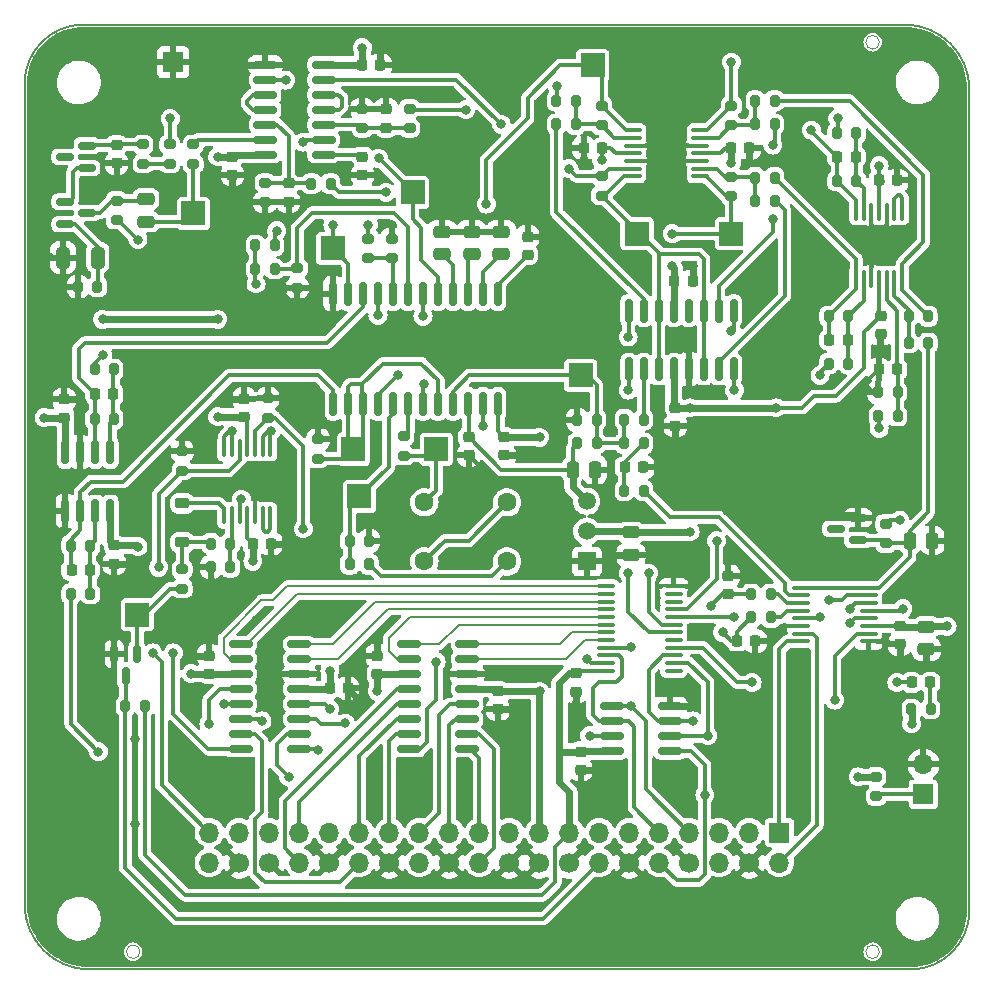
<source format=gbr>
G04 #@! TF.GenerationSoftware,KiCad,Pcbnew,7.0.11*
G04 #@! TF.CreationDate,2024-09-17T21:56:36-07:00*
G04 #@! TF.ProjectId,z3372,7a333337-322e-46b6-9963-61645f706362,0.2*
G04 #@! TF.SameCoordinates,PX3d83120PY6590fa0*
G04 #@! TF.FileFunction,Copper,L1,Top*
G04 #@! TF.FilePolarity,Positive*
%FSLAX46Y46*%
G04 Gerber Fmt 4.6, Leading zero omitted, Abs format (unit mm)*
G04 Created by KiCad (PCBNEW 7.0.11) date 2024-09-17 21:56:36*
%MOMM*%
%LPD*%
G01*
G04 APERTURE LIST*
G04 Aperture macros list*
%AMRoundRect*
0 Rectangle with rounded corners*
0 $1 Rounding radius*
0 $2 $3 $4 $5 $6 $7 $8 $9 X,Y pos of 4 corners*
0 Add a 4 corners polygon primitive as box body*
4,1,4,$2,$3,$4,$5,$6,$7,$8,$9,$2,$3,0*
0 Add four circle primitives for the rounded corners*
1,1,$1+$1,$2,$3*
1,1,$1+$1,$4,$5*
1,1,$1+$1,$6,$7*
1,1,$1+$1,$8,$9*
0 Add four rect primitives between the rounded corners*
20,1,$1+$1,$2,$3,$4,$5,0*
20,1,$1+$1,$4,$5,$6,$7,0*
20,1,$1+$1,$6,$7,$8,$9,0*
20,1,$1+$1,$8,$9,$2,$3,0*%
%AMHorizOval*
0 Thick line with rounded ends*
0 $1 width*
0 $2 $3 position (X,Y) of the first rounded end (center of the circle)*
0 $4 $5 position (X,Y) of the second rounded end (center of the circle)*
0 Add line between two ends*
20,1,$1,$2,$3,$4,$5,0*
0 Add two circle primitives to create the rounded ends*
1,1,$1,$2,$3*
1,1,$1,$4,$5*%
G04 Aperture macros list end*
G04 #@! TA.AperFunction,SMDPad,CuDef*
%ADD10RoundRect,0.250000X-0.475000X0.250000X-0.475000X-0.250000X0.475000X-0.250000X0.475000X0.250000X0*%
G04 #@! TD*
G04 #@! TA.AperFunction,SMDPad,CuDef*
%ADD11RoundRect,0.225000X-0.250000X0.225000X-0.250000X-0.225000X0.250000X-0.225000X0.250000X0.225000X0*%
G04 #@! TD*
G04 #@! TA.AperFunction,SMDPad,CuDef*
%ADD12RoundRect,0.200000X0.200000X0.275000X-0.200000X0.275000X-0.200000X-0.275000X0.200000X-0.275000X0*%
G04 #@! TD*
G04 #@! TA.AperFunction,SMDPad,CuDef*
%ADD13RoundRect,0.225000X0.250000X-0.225000X0.250000X0.225000X-0.250000X0.225000X-0.250000X-0.225000X0*%
G04 #@! TD*
G04 #@! TA.AperFunction,SMDPad,CuDef*
%ADD14RoundRect,0.100000X0.637500X0.100000X-0.637500X0.100000X-0.637500X-0.100000X0.637500X-0.100000X0*%
G04 #@! TD*
G04 #@! TA.AperFunction,SMDPad,CuDef*
%ADD15RoundRect,0.200000X-0.200000X-0.275000X0.200000X-0.275000X0.200000X0.275000X-0.200000X0.275000X0*%
G04 #@! TD*
G04 #@! TA.AperFunction,SMDPad,CuDef*
%ADD16RoundRect,0.218750X-0.218750X-0.256250X0.218750X-0.256250X0.218750X0.256250X-0.218750X0.256250X0*%
G04 #@! TD*
G04 #@! TA.AperFunction,ComponentPad*
%ADD17R,1.700000X1.700000*%
G04 #@! TD*
G04 #@! TA.AperFunction,ComponentPad*
%ADD18O,1.700000X1.700000*%
G04 #@! TD*
G04 #@! TA.AperFunction,ComponentPad*
%ADD19HorizOval,1.700000X0.000000X0.000000X0.000000X0.000000X0*%
G04 #@! TD*
G04 #@! TA.AperFunction,SMDPad,CuDef*
%ADD20RoundRect,0.150000X0.825000X0.150000X-0.825000X0.150000X-0.825000X-0.150000X0.825000X-0.150000X0*%
G04 #@! TD*
G04 #@! TA.AperFunction,SMDPad,CuDef*
%ADD21RoundRect,0.200000X-0.275000X0.200000X-0.275000X-0.200000X0.275000X-0.200000X0.275000X0.200000X0*%
G04 #@! TD*
G04 #@! TA.AperFunction,SMDPad,CuDef*
%ADD22RoundRect,0.250000X0.250000X0.475000X-0.250000X0.475000X-0.250000X-0.475000X0.250000X-0.475000X0*%
G04 #@! TD*
G04 #@! TA.AperFunction,SMDPad,CuDef*
%ADD23RoundRect,0.200000X0.275000X-0.200000X0.275000X0.200000X-0.275000X0.200000X-0.275000X-0.200000X0*%
G04 #@! TD*
G04 #@! TA.AperFunction,SMDPad,CuDef*
%ADD24RoundRect,0.250000X-0.250000X-0.475000X0.250000X-0.475000X0.250000X0.475000X-0.250000X0.475000X0*%
G04 #@! TD*
G04 #@! TA.AperFunction,SMDPad,CuDef*
%ADD25RoundRect,0.250000X0.475000X-0.250000X0.475000X0.250000X-0.475000X0.250000X-0.475000X-0.250000X0*%
G04 #@! TD*
G04 #@! TA.AperFunction,SMDPad,CuDef*
%ADD26RoundRect,0.150000X-0.825000X-0.150000X0.825000X-0.150000X0.825000X0.150000X-0.825000X0.150000X0*%
G04 #@! TD*
G04 #@! TA.AperFunction,SMDPad,CuDef*
%ADD27RoundRect,0.225000X0.375000X-0.225000X0.375000X0.225000X-0.375000X0.225000X-0.375000X-0.225000X0*%
G04 #@! TD*
G04 #@! TA.AperFunction,SMDPad,CuDef*
%ADD28R,2.000000X2.000000*%
G04 #@! TD*
G04 #@! TA.AperFunction,SMDPad,CuDef*
%ADD29RoundRect,0.100000X-0.100000X0.637500X-0.100000X-0.637500X0.100000X-0.637500X0.100000X0.637500X0*%
G04 #@! TD*
G04 #@! TA.AperFunction,SMDPad,CuDef*
%ADD30RoundRect,0.150000X0.587500X0.150000X-0.587500X0.150000X-0.587500X-0.150000X0.587500X-0.150000X0*%
G04 #@! TD*
G04 #@! TA.AperFunction,SMDPad,CuDef*
%ADD31RoundRect,0.150000X0.150000X-0.825000X0.150000X0.825000X-0.150000X0.825000X-0.150000X-0.825000X0*%
G04 #@! TD*
G04 #@! TA.AperFunction,SMDPad,CuDef*
%ADD32RoundRect,0.225000X-0.225000X-0.250000X0.225000X-0.250000X0.225000X0.250000X-0.225000X0.250000X0*%
G04 #@! TD*
G04 #@! TA.AperFunction,SMDPad,CuDef*
%ADD33RoundRect,0.250000X0.325000X0.650000X-0.325000X0.650000X-0.325000X-0.650000X0.325000X-0.650000X0*%
G04 #@! TD*
G04 #@! TA.AperFunction,SMDPad,CuDef*
%ADD34RoundRect,0.225000X0.225000X0.250000X-0.225000X0.250000X-0.225000X-0.250000X0.225000X-0.250000X0*%
G04 #@! TD*
G04 #@! TA.AperFunction,ComponentPad*
%ADD35C,1.600000*%
G04 #@! TD*
G04 #@! TA.AperFunction,SMDPad,CuDef*
%ADD36RoundRect,0.150000X-0.587500X-0.150000X0.587500X-0.150000X0.587500X0.150000X-0.587500X0.150000X0*%
G04 #@! TD*
G04 #@! TA.AperFunction,SMDPad,CuDef*
%ADD37RoundRect,0.150000X-0.150000X0.875000X-0.150000X-0.875000X0.150000X-0.875000X0.150000X0.875000X0*%
G04 #@! TD*
G04 #@! TA.AperFunction,SMDPad,CuDef*
%ADD38RoundRect,0.100000X-0.637500X-0.100000X0.637500X-0.100000X0.637500X0.100000X-0.637500X0.100000X0*%
G04 #@! TD*
G04 #@! TA.AperFunction,SMDPad,CuDef*
%ADD39RoundRect,0.150000X-0.150000X0.587500X-0.150000X-0.587500X0.150000X-0.587500X0.150000X0.587500X0*%
G04 #@! TD*
G04 #@! TA.AperFunction,SMDPad,CuDef*
%ADD40RoundRect,0.150000X-0.150000X0.825000X-0.150000X-0.825000X0.150000X-0.825000X0.150000X0.825000X0*%
G04 #@! TD*
G04 #@! TA.AperFunction,ComponentPad*
%ADD41R,1.500000X1.500000*%
G04 #@! TD*
G04 #@! TA.AperFunction,ComponentPad*
%ADD42C,1.500000*%
G04 #@! TD*
G04 #@! TA.AperFunction,SMDPad,CuDef*
%ADD43RoundRect,0.100000X0.100000X-0.637500X0.100000X0.637500X-0.100000X0.637500X-0.100000X-0.637500X0*%
G04 #@! TD*
G04 #@! TA.AperFunction,ViaPad*
%ADD44C,0.800000*%
G04 #@! TD*
G04 #@! TA.AperFunction,Conductor*
%ADD45C,0.600000*%
G04 #@! TD*
G04 #@! TA.AperFunction,Conductor*
%ADD46C,0.300000*%
G04 #@! TD*
G04 #@! TA.AperFunction,Conductor*
%ADD47C,0.200000*%
G04 #@! TD*
G04 #@! TA.AperFunction,Profile*
%ADD48C,0.150000*%
G04 #@! TD*
G04 #@! TA.AperFunction,Profile*
%ADD49C,0.050000*%
G04 #@! TD*
G04 APERTURE END LIST*
D10*
X77250000Y30200000D03*
X77250000Y28300000D03*
D11*
X75000000Y30275000D03*
X75000000Y28725000D03*
D12*
X70650000Y56500000D03*
X69000000Y56500000D03*
D13*
X47600000Y24725000D03*
X47600000Y26275000D03*
D14*
X55862500Y26500000D03*
X55862500Y27150000D03*
X55862500Y27800000D03*
X55862500Y28450000D03*
X55862500Y29100000D03*
X55862500Y29750000D03*
X55862500Y30400000D03*
X55862500Y31050000D03*
X55862500Y31700000D03*
X55862500Y32350000D03*
X55862500Y33000000D03*
X55862500Y33650000D03*
X50137500Y33650000D03*
X50137500Y33000000D03*
X50137500Y32350000D03*
X50137500Y31700000D03*
X50137500Y31050000D03*
X50137500Y30400000D03*
X50137500Y29750000D03*
X50137500Y29100000D03*
X50137500Y28450000D03*
X50137500Y27800000D03*
X50137500Y27150000D03*
X50137500Y26500000D03*
D15*
X75962500Y23250000D03*
X77612500Y23250000D03*
D16*
X76000000Y25500000D03*
X77575000Y25500000D03*
D17*
X64810000Y12790000D03*
D18*
X64810000Y10250000D03*
X62270000Y12790000D03*
D19*
X62270000Y10250000D03*
D18*
X59730000Y12790000D03*
X59730000Y10250000D03*
X57190000Y12790000D03*
D19*
X57190000Y10250000D03*
D18*
X54650000Y12790000D03*
X54650000Y10250000D03*
X52110000Y12790000D03*
D19*
X52110000Y10250000D03*
D18*
X49570000Y12790000D03*
X49570000Y10250000D03*
X47030000Y12790000D03*
D19*
X47030000Y10250000D03*
D18*
X44490000Y12790000D03*
D19*
X44490000Y10250000D03*
D18*
X41950000Y12790000D03*
D19*
X41950000Y10250000D03*
D18*
X39410000Y12790000D03*
X39410000Y10250000D03*
X36870000Y12790000D03*
D19*
X36870000Y10250000D03*
D18*
X34330000Y12790000D03*
X34330000Y10250000D03*
X31790000Y12790000D03*
D19*
X31790000Y10250000D03*
D18*
X29250000Y12790000D03*
X29250000Y10250000D03*
X26710000Y12790000D03*
D19*
X26710000Y10250000D03*
D18*
X24170000Y12790000D03*
X24170000Y10250000D03*
X21630000Y12790000D03*
D19*
X21630000Y10250000D03*
D18*
X19090000Y12790000D03*
D19*
X19090000Y10250000D03*
D18*
X16550000Y12790000D03*
X16550000Y10250000D03*
D13*
X48000000Y18100000D03*
X48000000Y19650000D03*
D11*
X73376625Y56525000D03*
X73376625Y54975000D03*
D20*
X55550000Y19675000D03*
X55550000Y20945000D03*
X55550000Y22215000D03*
X55550000Y23485000D03*
X50600000Y23485000D03*
X50600000Y22215000D03*
X50600000Y20945000D03*
X50600000Y19675000D03*
D21*
X25750000Y46075000D03*
X25750000Y44425000D03*
D15*
X73175000Y48048375D03*
X74825000Y48048375D03*
D12*
X77400000Y54250000D03*
X75750000Y54250000D03*
D11*
X29500000Y70000000D03*
X29500000Y68450000D03*
D15*
X4825000Y37090000D03*
X6475000Y37090000D03*
D22*
X49200000Y43500000D03*
X47300000Y43500000D03*
D23*
X30000000Y61425000D03*
X30000000Y63075000D03*
D24*
X75862500Y37500000D03*
X77762500Y37500000D03*
D17*
X77000000Y16025000D03*
D18*
X77000000Y18565000D03*
D12*
X30075000Y35500000D03*
X28425000Y35500000D03*
D13*
X43500000Y61705000D03*
X43500000Y63255000D03*
D15*
X16675000Y37250000D03*
X18325000Y37250000D03*
D12*
X64075000Y33000000D03*
X62425000Y33000000D03*
D25*
X52250000Y36300000D03*
X52250000Y38200000D03*
D23*
X21250000Y66150000D03*
X21250000Y67800000D03*
D12*
X64075000Y31000000D03*
X62425000Y31000000D03*
D26*
X21275000Y77810000D03*
X21275000Y76540000D03*
X21275000Y75270000D03*
X21275000Y74000000D03*
X21275000Y72730000D03*
X21275000Y71460000D03*
X21275000Y70190000D03*
X26225000Y70190000D03*
X26225000Y71460000D03*
X26225000Y72730000D03*
X26225000Y74000000D03*
X26225000Y75270000D03*
X26225000Y76540000D03*
X26225000Y77810000D03*
D15*
X51675000Y45750000D03*
X53325000Y45750000D03*
D21*
X73812500Y38930000D03*
X73812500Y37280000D03*
D27*
X14250000Y37350000D03*
X14250000Y40650000D03*
D28*
X48000000Y51500000D03*
D29*
X75200000Y65362500D03*
X74550000Y65362500D03*
X73900000Y65362500D03*
X73250000Y65362500D03*
X72600000Y65362500D03*
X71950000Y65362500D03*
X71300000Y65362500D03*
X71300000Y59637500D03*
X71950000Y59637500D03*
X72600000Y59637500D03*
X73250000Y59637500D03*
X73900000Y59637500D03*
X74550000Y59637500D03*
X75200000Y59637500D03*
D10*
X11187500Y66425000D03*
X11187500Y64525000D03*
D30*
X71437500Y37550000D03*
X71437500Y39450000D03*
X69562500Y38500000D03*
D21*
X49750000Y74325000D03*
X49750000Y72675000D03*
D23*
X24000000Y58925000D03*
X24000000Y60575000D03*
D14*
X72362500Y28975000D03*
X72362500Y29625000D03*
X72362500Y30275000D03*
X72362500Y30925000D03*
X72362500Y31575000D03*
X72362500Y32225000D03*
X72362500Y32875000D03*
X72362500Y33525000D03*
X66637500Y33525000D03*
X66637500Y32875000D03*
X66637500Y32225000D03*
X66637500Y31575000D03*
X66637500Y30925000D03*
X66637500Y30275000D03*
X66637500Y29625000D03*
X66637500Y28975000D03*
D31*
X52055000Y52025000D03*
X53325000Y52025000D03*
X54595000Y52025000D03*
X55865000Y52025000D03*
X57135000Y52025000D03*
X58405000Y52025000D03*
X59675000Y52025000D03*
X60945000Y52025000D03*
X60945000Y56975000D03*
X59675000Y56975000D03*
X58405000Y56975000D03*
X57135000Y56975000D03*
X55865000Y56975000D03*
X54595000Y56975000D03*
X53325000Y56975000D03*
X52055000Y56975000D03*
D32*
X48225000Y70750000D03*
X49775000Y70750000D03*
D13*
X60500000Y32975000D03*
X60500000Y34525000D03*
D33*
X7105000Y61475000D03*
X4155000Y61475000D03*
D15*
X51675000Y41750000D03*
X53325000Y41750000D03*
D21*
X14250000Y35075000D03*
X14250000Y33425000D03*
D11*
X8687500Y71000000D03*
X8687500Y69450000D03*
D28*
X49000000Y77750000D03*
D21*
X21500000Y49575000D03*
X21500000Y47925000D03*
D34*
X74775000Y52000000D03*
X73225000Y52000000D03*
D25*
X38750000Y61750000D03*
X38750000Y63650000D03*
D28*
X52750000Y63500000D03*
D21*
X13187500Y71050000D03*
X13187500Y69400000D03*
X33500000Y74075000D03*
X33500000Y72425000D03*
D35*
X41750000Y40750000D03*
X41750000Y35750000D03*
D32*
X73225000Y68000000D03*
X74775000Y68000000D03*
D11*
X19500000Y49525000D03*
X19500000Y47975000D03*
D28*
X29250000Y41250000D03*
D36*
X4312500Y66200000D03*
X4312500Y64300000D03*
X6187500Y65250000D03*
D15*
X6825000Y47790000D03*
X8475000Y47790000D03*
D26*
X19225000Y28745000D03*
X19225000Y27475000D03*
X19225000Y26205000D03*
X19225000Y24935000D03*
X19225000Y23665000D03*
X19225000Y22395000D03*
X19225000Y21125000D03*
X19225000Y19855000D03*
X24175000Y19855000D03*
X24175000Y21125000D03*
X24175000Y22395000D03*
X24175000Y23665000D03*
X24175000Y24935000D03*
X24175000Y26205000D03*
X24175000Y27475000D03*
X24175000Y28745000D03*
D30*
X6187500Y69055000D03*
X6187500Y70955000D03*
X4312500Y70005000D03*
D37*
X40985000Y58400000D03*
X39715000Y58400000D03*
X38445000Y58400000D03*
X37175000Y58400000D03*
X35905000Y58400000D03*
X34635000Y58400000D03*
X33365000Y58400000D03*
X32095000Y58400000D03*
X30825000Y58400000D03*
X29555000Y58400000D03*
X28285000Y58400000D03*
X27015000Y58400000D03*
X27015000Y49100000D03*
X28285000Y49100000D03*
X29555000Y49100000D03*
X30825000Y49100000D03*
X32095000Y49100000D03*
X33365000Y49100000D03*
X34635000Y49100000D03*
X35905000Y49100000D03*
X37175000Y49100000D03*
X38445000Y49100000D03*
X39715000Y49100000D03*
X40985000Y49100000D03*
D34*
X71275000Y70000000D03*
X69725000Y70000000D03*
D15*
X9425000Y23500000D03*
X11075000Y23500000D03*
D34*
X31025000Y77750000D03*
X29475000Y77750000D03*
D13*
X4250000Y47925000D03*
X4250000Y49475000D03*
D15*
X47675000Y45750000D03*
X49325000Y45750000D03*
D34*
X70600000Y54500000D03*
X69050000Y54500000D03*
D21*
X32000000Y63075000D03*
X32000000Y61425000D03*
D32*
X60725000Y70750000D03*
X62275000Y70750000D03*
D12*
X6475000Y33000000D03*
X4825000Y33000000D03*
D28*
X33750000Y67000000D03*
D15*
X47675000Y47750000D03*
X49325000Y47750000D03*
D12*
X47575000Y74750000D03*
X45925000Y74750000D03*
D15*
X62750000Y72750000D03*
X64400000Y72750000D03*
D13*
X31500000Y72475000D03*
X31500000Y74025000D03*
D21*
X14250000Y45075000D03*
X14250000Y43425000D03*
D23*
X33000000Y44675000D03*
X33000000Y46325000D03*
D12*
X71325000Y67951625D03*
X69675000Y67951625D03*
D28*
X27000000Y62250000D03*
X35750000Y45250000D03*
X15187500Y65225000D03*
D38*
X52387500Y72250000D03*
X52387500Y71600000D03*
X52387500Y70950000D03*
X52387500Y70300000D03*
X52387500Y69650000D03*
X52387500Y69000000D03*
X52387500Y68350000D03*
X58112500Y68350000D03*
X58112500Y69000000D03*
X58112500Y69650000D03*
X58112500Y70300000D03*
X58112500Y70950000D03*
X58112500Y71600000D03*
X58112500Y72250000D03*
D23*
X60750000Y72675000D03*
X60750000Y74325000D03*
D13*
X38500000Y44725000D03*
X38500000Y46275000D03*
D28*
X10450000Y31250000D03*
D32*
X6875000Y49900000D03*
X8425000Y49900000D03*
D34*
X21775000Y37250000D03*
X20225000Y37250000D03*
D25*
X41250000Y61750000D03*
X41250000Y63650000D03*
D23*
X8687500Y64650000D03*
X8687500Y66300000D03*
D15*
X62750000Y66250000D03*
X64400000Y66250000D03*
D12*
X8475000Y52000000D03*
X6825000Y52000000D03*
D21*
X29500000Y74075000D03*
X29500000Y72425000D03*
D11*
X23250000Y67750000D03*
X23250000Y66200000D03*
D12*
X47575000Y72750000D03*
X45925000Y72750000D03*
D15*
X28425000Y37500000D03*
X30075000Y37500000D03*
D28*
X60750000Y63500000D03*
D12*
X64400000Y68250000D03*
X62750000Y68250000D03*
X7075000Y59000000D03*
X5425000Y59000000D03*
X64400000Y74750000D03*
X62750000Y74750000D03*
D11*
X18500000Y70025000D03*
X18500000Y68475000D03*
D23*
X60750000Y66675000D03*
X60750000Y68325000D03*
D12*
X22075000Y62500000D03*
X20425000Y62500000D03*
D32*
X61225000Y29000000D03*
X62775000Y29000000D03*
D11*
X30750000Y27775000D03*
X30750000Y26225000D03*
D13*
X40975000Y23225000D03*
X40975000Y24775000D03*
X8500000Y35565000D03*
X8500000Y37115000D03*
D32*
X51725000Y43750000D03*
X53275000Y43750000D03*
D15*
X69000000Y52500000D03*
X70650000Y52500000D03*
D12*
X22075000Y60500000D03*
X20425000Y60500000D03*
D21*
X73000000Y17525000D03*
X73000000Y15875000D03*
D17*
X13500000Y78000000D03*
D23*
X15187500Y69400000D03*
X15187500Y71050000D03*
D10*
X36250000Y63650000D03*
X36250000Y61750000D03*
D15*
X75750000Y56500000D03*
X77400000Y56500000D03*
D23*
X10937500Y69400000D03*
X10937500Y71050000D03*
D39*
X10400000Y27937500D03*
X8500000Y27937500D03*
X9450000Y26062500D03*
D11*
X16500000Y27775000D03*
X16500000Y26225000D03*
D34*
X57475000Y59475000D03*
X55925000Y59475000D03*
D35*
X34750000Y35750000D03*
X34750000Y40750000D03*
D11*
X56000000Y48775000D03*
X56000000Y47225000D03*
D26*
X33425000Y28745000D03*
X33425000Y27475000D03*
X33425000Y26205000D03*
X33425000Y24935000D03*
X33425000Y23665000D03*
X33425000Y22395000D03*
X33425000Y21125000D03*
X33425000Y19855000D03*
X38375000Y19855000D03*
X38375000Y21125000D03*
X38375000Y22395000D03*
X38375000Y23665000D03*
X38375000Y24935000D03*
X38375000Y26205000D03*
X38375000Y27475000D03*
X38375000Y28745000D03*
D34*
X28275000Y25000000D03*
X26725000Y25000000D03*
D13*
X41500000Y44725000D03*
X41500000Y46275000D03*
D32*
X4875000Y35000000D03*
X6425000Y35000000D03*
D15*
X73175000Y50048375D03*
X74825000Y50048375D03*
X51675000Y47750000D03*
X53325000Y47750000D03*
D12*
X18325000Y35250000D03*
X16675000Y35250000D03*
D40*
X8155000Y44975000D03*
X6885000Y44975000D03*
X5615000Y44975000D03*
X4345000Y44975000D03*
X4345000Y40025000D03*
X5615000Y40025000D03*
X6885000Y40025000D03*
X8155000Y40025000D03*
D41*
X48500000Y35750000D03*
D42*
X48500000Y38290000D03*
X48500000Y40830000D03*
D15*
X69675000Y72000000D03*
X71325000Y72000000D03*
D21*
X49750000Y68375000D03*
X49750000Y66725000D03*
D43*
X17800000Y39637500D03*
X18450000Y39637500D03*
X19100000Y39637500D03*
X19750000Y39637500D03*
X20400000Y39637500D03*
X21050000Y39637500D03*
X21700000Y39637500D03*
X21700000Y45362500D03*
X21050000Y45362500D03*
X20400000Y45362500D03*
X19750000Y45362500D03*
X19100000Y45362500D03*
X18450000Y45362500D03*
X17800000Y45362500D03*
D12*
X26825000Y67725000D03*
X25175000Y67725000D03*
D28*
X28750000Y45250000D03*
D44*
X34500000Y18000000D03*
X57250000Y38250000D03*
X50500000Y43500000D03*
X48250000Y69750000D03*
X48750000Y65250000D03*
X57500000Y60750000D03*
X19500000Y77750000D03*
X53000000Y60250000D03*
X10250000Y20750000D03*
X57000000Y53750000D03*
X22750000Y58750000D03*
X77750000Y35000000D03*
X72000000Y50750000D03*
X31500000Y75250000D03*
X15500000Y45250000D03*
X29500000Y75250000D03*
X4250000Y59000000D03*
X62250000Y69500000D03*
X30500000Y15000000D03*
X39500000Y43750000D03*
X75000000Y27500000D03*
X3000000Y61500000D03*
X42250000Y23250000D03*
X47500000Y49000000D03*
X40750000Y26250000D03*
X22250000Y23250000D03*
X24000000Y6500000D03*
X22675000Y49575000D03*
X57500000Y23500000D03*
X20500000Y30750000D03*
X8500000Y29250000D03*
X42750000Y44750000D03*
X68250000Y66750000D03*
X36250000Y65000000D03*
X31000000Y79250000D03*
X20500000Y42000000D03*
X43500000Y64500000D03*
X29750000Y23500000D03*
X22250000Y16250000D03*
X21250000Y65000000D03*
X38750000Y65000000D03*
X47600000Y23650000D03*
X69750000Y39750000D03*
X8750000Y68250000D03*
X64500000Y46500000D03*
X4000000Y38250000D03*
X56000000Y46000000D03*
X73750000Y29000000D03*
X54000000Y71000000D03*
X23000000Y37250000D03*
X56250000Y69750000D03*
X56250000Y71000000D03*
X68250000Y58250000D03*
X28250000Y68500000D03*
X54000000Y69750000D03*
X30750000Y29000000D03*
X27250000Y31750000D03*
X66500000Y22250000D03*
X73250000Y53750000D03*
X64000000Y29000000D03*
X5500000Y46750000D03*
X32000000Y64250000D03*
X15250000Y27750000D03*
X26000000Y42500000D03*
X16750000Y34000000D03*
X22250000Y26250000D03*
X31250000Y37500000D03*
X15000000Y23750000D03*
X26000000Y38750000D03*
X72750000Y61250000D03*
X10250000Y13500000D03*
X18250000Y49500000D03*
X38000000Y15000000D03*
X63250000Y59750000D03*
X16000000Y39500000D03*
X58500000Y34750000D03*
X74750000Y69250000D03*
X23250000Y65000000D03*
X18500000Y67250000D03*
X9750000Y35500000D03*
X66500000Y15750000D03*
X74000000Y63750000D03*
X25750000Y47500000D03*
X41250000Y65000000D03*
X68250000Y62250000D03*
X54750000Y43750000D03*
X57000000Y15000000D03*
X66500000Y27000000D03*
X64500000Y37000000D03*
X19500000Y18250000D03*
X5500000Y49500000D03*
X72750000Y63750000D03*
X14500000Y18250000D03*
X49250000Y18000000D03*
X77250000Y27000000D03*
X50500000Y36250000D03*
X65000000Y30000000D03*
X62000000Y34500000D03*
X64500000Y48750000D03*
X15000000Y26250000D03*
X2575000Y47925000D03*
X57250000Y48750000D03*
X30750000Y24750000D03*
X60750000Y69500000D03*
X7500000Y56250000D03*
X17250000Y48000000D03*
X17250000Y56250000D03*
X17250000Y70000000D03*
X28051777Y22051777D03*
X55750000Y60750000D03*
X26750000Y26500000D03*
X13250000Y73250000D03*
X10500000Y63000000D03*
X10500000Y37000000D03*
X20225000Y35750000D03*
X49750000Y69750000D03*
X73250000Y69250000D03*
X29500000Y79250000D03*
X44500000Y24750000D03*
X44500000Y46250000D03*
X75000000Y39250000D03*
X71500000Y17500000D03*
X79000000Y30250000D03*
X76000000Y22000000D03*
X48500000Y27500000D03*
X52250000Y23500000D03*
X17750000Y23665000D03*
X20500000Y59250000D03*
X18500000Y46750000D03*
X58500000Y16000000D03*
X52250000Y28500000D03*
X57500000Y22250000D03*
X58750000Y21000000D03*
X74750000Y25500000D03*
X62500000Y25500000D03*
X7150000Y19650000D03*
X11750000Y28000000D03*
X7500000Y53250000D03*
X21000000Y22250000D03*
X26750000Y23250000D03*
X23250000Y17500000D03*
X25750000Y19750000D03*
X30000000Y64250000D03*
X21750000Y46750000D03*
X16500000Y22000000D03*
X69500000Y24000000D03*
X52000000Y50250000D03*
X52000000Y34750000D03*
X61000000Y50250000D03*
X61000000Y31050000D03*
X19250000Y41000000D03*
X59000000Y32000000D03*
X34635000Y56500000D03*
X60000000Y29750000D03*
X30825000Y56575000D03*
X46000000Y76000000D03*
X67511397Y72261397D03*
X39750000Y47250000D03*
X48750000Y21000000D03*
X64250000Y64750000D03*
X64250000Y71000000D03*
X23000000Y76500000D03*
X30875000Y69875000D03*
X73250000Y47000000D03*
X75250000Y31750000D03*
X60750000Y78000000D03*
X27000000Y64250000D03*
X69750000Y73250000D03*
X70750000Y31750000D03*
X40000000Y66000000D03*
X32500000Y51500000D03*
X24500000Y71250000D03*
X22250000Y63750000D03*
X24500000Y38500000D03*
X35750000Y27250000D03*
X53750000Y34750000D03*
X52000000Y54750000D03*
X47000000Y69000000D03*
X41250000Y72750000D03*
X70750000Y30500000D03*
X31500000Y67000000D03*
X34750000Y50750000D03*
X55750000Y63500000D03*
X12250000Y35250000D03*
X13500000Y28000000D03*
X69000000Y32500000D03*
X68250000Y51500000D03*
X38250000Y74000000D03*
X68250000Y31000000D03*
X59500000Y37500000D03*
X60750000Y55250000D03*
D45*
X47600000Y23650000D02*
X47600000Y24725000D01*
D46*
X58500000Y34750000D02*
X57400000Y33650000D01*
X57400000Y33650000D02*
X55862500Y33650000D01*
X59500000Y37500000D02*
X59500000Y34250000D01*
X59500000Y34250000D02*
X56950000Y31700000D01*
X56950000Y31700000D02*
X55862500Y31700000D01*
X66637500Y32875000D02*
X65625000Y32875000D01*
X65250000Y33250000D02*
X65250000Y33916679D01*
X65250000Y33916679D02*
X59666679Y39500000D01*
X59666679Y39500000D02*
X55575000Y39500000D01*
X65625000Y32875000D02*
X65250000Y33250000D01*
X55575000Y39500000D02*
X53325000Y41750000D01*
D45*
X57200000Y38200000D02*
X57250000Y38250000D01*
X52250000Y38200000D02*
X57200000Y38200000D01*
X48500000Y38290000D02*
X52160000Y38290000D01*
X52160000Y38290000D02*
X52250000Y38200000D01*
D46*
X52000000Y34750000D02*
X52000000Y31500000D01*
X52000000Y31500000D02*
X53750000Y29750000D01*
X53750000Y29750000D02*
X55862500Y29750000D01*
X53750000Y34750000D02*
X53750000Y31500000D01*
X53750000Y31500000D02*
X54850000Y30400000D01*
X54850000Y30400000D02*
X55862500Y30400000D01*
X62000000Y34500000D02*
X61975000Y34525000D01*
X61975000Y34525000D02*
X60500000Y34525000D01*
X73175000Y50048375D02*
X72701625Y50048375D01*
X72701625Y50048375D02*
X72000000Y50750000D01*
X72225000Y50975000D02*
X72225000Y50998375D01*
X72000000Y50750000D02*
X72225000Y50975000D01*
X72000000Y50750000D02*
X72000000Y50775000D01*
X72000000Y50775000D02*
X73225000Y52000000D01*
X66750000Y48750000D02*
X64500000Y48750000D01*
X67750000Y49750000D02*
X66750000Y48750000D01*
X72000000Y52125000D02*
X69625000Y49750000D01*
X72000000Y55148375D02*
X72000000Y52125000D01*
X69625000Y49750000D02*
X67750000Y49750000D01*
X73376625Y56525000D02*
X72000000Y55148375D01*
X14250000Y43425000D02*
X18175000Y43425000D01*
X18175000Y43425000D02*
X19100000Y44350000D01*
X19100000Y44350000D02*
X19100000Y45362500D01*
D45*
X56000000Y47225000D02*
X56000000Y46000000D01*
D46*
X72600000Y63900000D02*
X72750000Y63750000D01*
X38525000Y44725000D02*
X39500000Y43750000D01*
X57135000Y53615000D02*
X57000000Y53750000D01*
X73900000Y63850000D02*
X74000000Y63750000D01*
D45*
X31025000Y77750000D02*
X31025000Y79225000D01*
X57475000Y59475000D02*
X57475000Y60725000D01*
X42225000Y23225000D02*
X42250000Y23250000D01*
D46*
X4345000Y38595000D02*
X4345000Y40025000D01*
D45*
X19500000Y49525000D02*
X18275000Y49525000D01*
D46*
X77750000Y35000000D02*
X77762500Y35012500D01*
X5500000Y46750000D02*
X5500000Y45090000D01*
X22925000Y58925000D02*
X22750000Y58750000D01*
X47675000Y48825000D02*
X47500000Y49000000D01*
X22295000Y26205000D02*
X22250000Y26250000D01*
X69750000Y39750000D02*
X71137500Y39750000D01*
X4155000Y61475000D02*
X3025000Y61475000D01*
D45*
X55550000Y23485000D02*
X57485000Y23485000D01*
D46*
X65275000Y30275000D02*
X65000000Y30000000D01*
X54000000Y71000000D02*
X53950000Y70950000D01*
X4000000Y38250000D02*
X4345000Y38595000D01*
D45*
X75000000Y28725000D02*
X75000000Y27500000D01*
X62275000Y69525000D02*
X62250000Y69500000D01*
D46*
X73250000Y53750000D02*
X73250000Y54848375D01*
X54750000Y43750000D02*
X53275000Y43750000D01*
X24000000Y58925000D02*
X22925000Y58925000D01*
D45*
X16500000Y27775000D02*
X15275000Y27775000D01*
D46*
X5500000Y45090000D02*
X5615000Y44975000D01*
D45*
X4250000Y49475000D02*
X5475000Y49475000D01*
X57485000Y23485000D02*
X57500000Y23500000D01*
X19560000Y77810000D02*
X19500000Y77750000D01*
X5475000Y49475000D02*
X5500000Y49500000D01*
D46*
X32000000Y63075000D02*
X32000000Y64250000D01*
X23250000Y66200000D02*
X23250000Y65000000D01*
X24175000Y26205000D02*
X22295000Y26205000D01*
D45*
X18500000Y68475000D02*
X18500000Y67250000D01*
D46*
X16675000Y35250000D02*
X16675000Y34075000D01*
D45*
X31025000Y79225000D02*
X31000000Y79250000D01*
D46*
X8687500Y68312500D02*
X8750000Y68250000D01*
X57135000Y52025000D02*
X57135000Y53615000D01*
X74775000Y68000000D02*
X74775000Y69225000D01*
X21250000Y66150000D02*
X21250000Y65000000D01*
X25750000Y46075000D02*
X25750000Y47500000D01*
X72750000Y61250000D02*
X72600000Y61100000D01*
D45*
X52250000Y36300000D02*
X50550000Y36300000D01*
D46*
X20400000Y39637500D02*
X20400000Y41900000D01*
X73250000Y54848375D02*
X73376625Y54975000D01*
X3025000Y61475000D02*
X3000000Y61500000D01*
X36250000Y63650000D02*
X36250000Y65000000D01*
X56250000Y69750000D02*
X56350000Y69650000D01*
X40705000Y26205000D02*
X40750000Y26250000D01*
X16675000Y34075000D02*
X16750000Y34000000D01*
D45*
X8500000Y35565000D02*
X9685000Y35565000D01*
D46*
X43500000Y63255000D02*
X43500000Y64500000D01*
X74775000Y69225000D02*
X74750000Y69250000D01*
X8687500Y69450000D02*
X8687500Y68312500D01*
D45*
X62275000Y70750000D02*
X62275000Y69525000D01*
X48225000Y69775000D02*
X48250000Y69750000D01*
D46*
X29450000Y68500000D02*
X29500000Y68450000D01*
D45*
X49150000Y18100000D02*
X49250000Y18000000D01*
X48000000Y18100000D02*
X49150000Y18100000D01*
D46*
X77762500Y35012500D02*
X77762500Y37500000D01*
D45*
X30750000Y27775000D02*
X30750000Y29000000D01*
X23000000Y37250000D02*
X21775000Y37250000D01*
X15275000Y27775000D02*
X15250000Y27750000D01*
X28275000Y24975000D02*
X29750000Y23500000D01*
D46*
X53900000Y69650000D02*
X52387500Y69650000D01*
X72600000Y61100000D02*
X72600000Y59637500D01*
X38375000Y26205000D02*
X40705000Y26205000D01*
X73725000Y28975000D02*
X73750000Y29000000D01*
X48225000Y70750000D02*
X48225000Y69775000D01*
D45*
X77250000Y28300000D02*
X77250000Y27000000D01*
D46*
X41250000Y63650000D02*
X41250000Y65000000D01*
X22675000Y49575000D02*
X21500000Y49575000D01*
X71137500Y39750000D02*
X71437500Y39450000D01*
X56350000Y69650000D02*
X58112500Y69650000D01*
X14250000Y45075000D02*
X15325000Y45075000D01*
X38500000Y44725000D02*
X38525000Y44725000D01*
X29500000Y74075000D02*
X29500000Y75250000D01*
D45*
X40975000Y23225000D02*
X42225000Y23225000D01*
X57475000Y60725000D02*
X57500000Y60750000D01*
D46*
X15325000Y45075000D02*
X15500000Y45250000D01*
X66637500Y30275000D02*
X65275000Y30275000D01*
X30075000Y37500000D02*
X31250000Y37500000D01*
X56250000Y71000000D02*
X56300000Y70950000D01*
X72362500Y28975000D02*
X73725000Y28975000D01*
X49200000Y43500000D02*
X50500000Y43500000D01*
D45*
X42725000Y44725000D02*
X42750000Y44750000D01*
D46*
X31500000Y74025000D02*
X31500000Y75250000D01*
D45*
X28275000Y25000000D02*
X28275000Y24975000D01*
X9685000Y35565000D02*
X9750000Y35500000D01*
X21275000Y77810000D02*
X19560000Y77810000D01*
D46*
X5425000Y59000000D02*
X4250000Y59000000D01*
X73900000Y65362500D02*
X73900000Y63850000D01*
X53950000Y70950000D02*
X52387500Y70950000D01*
X20400000Y41900000D02*
X20500000Y42000000D01*
D45*
X50550000Y36300000D02*
X50500000Y36250000D01*
X18275000Y49525000D02*
X18250000Y49500000D01*
X41500000Y44725000D02*
X42725000Y44725000D01*
D46*
X54000000Y69750000D02*
X53900000Y69650000D01*
X28250000Y68500000D02*
X29450000Y68500000D01*
X72600000Y65362500D02*
X72600000Y63900000D01*
X38750000Y63650000D02*
X38750000Y65000000D01*
X8500000Y27937500D02*
X8500000Y29250000D01*
X47675000Y47750000D02*
X47675000Y48825000D01*
X56300000Y70950000D02*
X58112500Y70950000D01*
X62775000Y29000000D02*
X64000000Y29000000D01*
X59800000Y70300000D02*
X60250000Y70750000D01*
X73376625Y56525000D02*
X73250000Y56651625D01*
X58112500Y70300000D02*
X59800000Y70300000D01*
D45*
X33425000Y26205000D02*
X30770000Y26205000D01*
X4345000Y47830000D02*
X4250000Y47925000D01*
X2575000Y47925000D02*
X4250000Y47925000D01*
X60725000Y69525000D02*
X60725000Y70750000D01*
X16525000Y26250000D02*
X19180000Y26250000D01*
X19475000Y48000000D02*
X19500000Y47975000D01*
D46*
X19750000Y45362500D02*
X19750000Y47725000D01*
D45*
X57250000Y48750000D02*
X56025000Y48750000D01*
X30750000Y24750000D02*
X30750000Y26225000D01*
X17250000Y70000000D02*
X18475000Y70000000D01*
X56025000Y48750000D02*
X56000000Y48775000D01*
X18665000Y70190000D02*
X18500000Y70025000D01*
D46*
X60250000Y70750000D02*
X60725000Y70750000D01*
D45*
X30770000Y26205000D02*
X30750000Y26225000D01*
D46*
X73250000Y56651625D02*
X73250000Y59637500D01*
D45*
X4345000Y44975000D02*
X4345000Y47830000D01*
X7500000Y56250000D02*
X17250000Y56250000D01*
X15025000Y26225000D02*
X15000000Y26250000D01*
X55865000Y52025000D02*
X55865000Y48910000D01*
X16500000Y26225000D02*
X15025000Y26225000D01*
X19180000Y26250000D02*
X19225000Y26205000D01*
X55865000Y48910000D02*
X56000000Y48775000D01*
X18475000Y70000000D02*
X18500000Y70025000D01*
D46*
X19750000Y47725000D02*
X19500000Y47975000D01*
D45*
X17250000Y48000000D02*
X19475000Y48000000D01*
X21275000Y70190000D02*
X18665000Y70190000D01*
X57250000Y48750000D02*
X64500000Y48750000D01*
X60750000Y69500000D02*
X60725000Y69525000D01*
D46*
X34330000Y12790000D02*
X36000000Y14460000D01*
X26000000Y22000000D02*
X28000000Y22000000D01*
X36000000Y14460000D02*
X36000000Y22750000D01*
X36000000Y22750000D02*
X36915000Y23665000D01*
X24175000Y22395000D02*
X25605000Y22395000D01*
X25605000Y22395000D02*
X26000000Y22000000D01*
X36915000Y23665000D02*
X38375000Y23665000D01*
X28000000Y22000000D02*
X28051777Y22051777D01*
D45*
X26725000Y26475000D02*
X26750000Y26500000D01*
D46*
X8850000Y64650000D02*
X10500000Y63000000D01*
X40985000Y46790000D02*
X40985000Y49100000D01*
X41500000Y46275000D02*
X40985000Y46790000D01*
X50500000Y70750000D02*
X49775000Y70750000D01*
D45*
X20225000Y35750000D02*
X20225000Y37250000D01*
X73250000Y68053250D02*
X73376625Y67926625D01*
D46*
X19750000Y37725000D02*
X20225000Y37250000D01*
D45*
X8155000Y37460000D02*
X8500000Y37115000D01*
X40975000Y24725000D02*
X40765000Y24935000D01*
D46*
X8687500Y64650000D02*
X8850000Y64650000D01*
D45*
X29500000Y77775000D02*
X29475000Y77750000D01*
X55925000Y59475000D02*
X55925000Y60575000D01*
X8155000Y40025000D02*
X8155000Y37460000D01*
X40975000Y24775000D02*
X44475000Y24775000D01*
D46*
X50950000Y70300000D02*
X50500000Y70750000D01*
D45*
X44490000Y24740000D02*
X44500000Y24750000D01*
X8500000Y37115000D02*
X10385000Y37115000D01*
X38375000Y24935000D02*
X40815000Y24935000D01*
X26725000Y25000000D02*
X26725000Y26475000D01*
X26660000Y24935000D02*
X26725000Y25000000D01*
X24175000Y24935000D02*
X26660000Y24935000D01*
D46*
X19750000Y39637500D02*
X19750000Y37725000D01*
D45*
X40815000Y24935000D02*
X40975000Y24775000D01*
D46*
X52387500Y70300000D02*
X50950000Y70300000D01*
D45*
X44490000Y12790000D02*
X44490000Y24740000D01*
X41525000Y46250000D02*
X41500000Y46275000D01*
X29415000Y77810000D02*
X26225000Y77810000D01*
X55925000Y60575000D02*
X55750000Y60750000D01*
D46*
X49750000Y69750000D02*
X49750000Y70725000D01*
D45*
X41000000Y24750000D02*
X40975000Y24775000D01*
X29475000Y77750000D02*
X29415000Y77810000D01*
X55865000Y56975000D02*
X55865000Y59415000D01*
D46*
X73250000Y67800000D02*
X73376625Y67926625D01*
X73250000Y65362500D02*
X73250000Y67800000D01*
D45*
X13250000Y71112500D02*
X13187500Y71050000D01*
X10385000Y37115000D02*
X10500000Y37000000D01*
X44475000Y24775000D02*
X44500000Y24750000D01*
X44500000Y46250000D02*
X41525000Y46250000D01*
X29500000Y79250000D02*
X29500000Y77775000D01*
X49750000Y70725000D02*
X49775000Y70750000D01*
D46*
X73250000Y69250000D02*
X73250000Y68053250D01*
X13250000Y73250000D02*
X13250000Y71112500D01*
D45*
X55865000Y59415000D02*
X55925000Y59475000D01*
D46*
X31790000Y12790000D02*
X31790000Y20540000D01*
X31790000Y20540000D02*
X32375000Y21125000D01*
X32375000Y21125000D02*
X33425000Y21125000D01*
X20430000Y13930000D02*
X21000000Y14500000D01*
X20375000Y21125000D02*
X19225000Y21125000D01*
X27570000Y8570000D02*
X21250000Y8570000D01*
X21000000Y14500000D02*
X21000000Y20500000D01*
X21000000Y20500000D02*
X20375000Y21125000D01*
X29250000Y10250000D02*
X27570000Y8570000D01*
X20430000Y9390000D02*
X20430000Y13930000D01*
X21250000Y8570000D02*
X20430000Y9390000D01*
X11075000Y10925000D02*
X14500000Y7500000D01*
X45830000Y8580000D02*
X45830000Y11590000D01*
X45830000Y11590000D02*
X47030000Y12790000D01*
D45*
X48000000Y19650000D02*
X46330000Y19650000D01*
X71500000Y17500000D02*
X72975000Y17500000D01*
X75075000Y30200000D02*
X75000000Y30275000D01*
X77250000Y30200000D02*
X75075000Y30200000D01*
X50600000Y19675000D02*
X48025000Y19675000D01*
X46330000Y19650000D02*
X46180000Y19500000D01*
X72975000Y17500000D02*
X73000000Y17525000D01*
D46*
X14500000Y7500000D02*
X44750000Y7500000D01*
X44750000Y7500000D02*
X45830000Y8580000D01*
D45*
X76000000Y22000000D02*
X76000000Y23212500D01*
X47030000Y16220000D02*
X46180000Y17070000D01*
D46*
X11075000Y23500000D02*
X11075000Y10925000D01*
X74132500Y39250000D02*
X73812500Y38930000D01*
D45*
X77300000Y30250000D02*
X77250000Y30200000D01*
D46*
X75000000Y30275000D02*
X72362500Y30275000D01*
X47825000Y26500000D02*
X47600000Y26275000D01*
D45*
X76000000Y23212500D02*
X75962500Y23250000D01*
X47030000Y12790000D02*
X47030000Y16220000D01*
X79000000Y30250000D02*
X77300000Y30250000D01*
X46180000Y25430000D02*
X47025000Y26275000D01*
D46*
X50137500Y26500000D02*
X47825000Y26500000D01*
D45*
X46180000Y17070000D02*
X46180000Y19500000D01*
X46180000Y19500000D02*
X46180000Y25430000D01*
X48025000Y19675000D02*
X48000000Y19650000D01*
D46*
X11075000Y23500000D02*
X11000000Y23425000D01*
D45*
X47025000Y26275000D02*
X47600000Y26275000D01*
D46*
X75000000Y39250000D02*
X74132500Y39250000D01*
X24170000Y12790000D02*
X24170000Y15384999D01*
X24170000Y15384999D02*
X32450001Y23665000D01*
X32450001Y23665000D02*
X33425000Y23665000D01*
X52235000Y23485000D02*
X50600000Y23485000D01*
X52250000Y23500000D02*
X53500000Y22250000D01*
X53500000Y16480000D02*
X57190000Y12790000D01*
X48850000Y27150000D02*
X50137500Y27150000D01*
X52250000Y23500000D02*
X52235000Y23485000D01*
X48500000Y27500000D02*
X48850000Y27150000D01*
X53500000Y22250000D02*
X53500000Y16480000D01*
X52035000Y22215000D02*
X50600000Y22215000D01*
X54650000Y12790000D02*
X52500000Y14940000D01*
X51200000Y27800000D02*
X50137500Y27800000D01*
X51007084Y25500000D02*
X51500000Y25992916D01*
X49500000Y25500000D02*
X51007084Y25500000D01*
X50600000Y22215000D02*
X49535000Y22215000D01*
X51500000Y27500000D02*
X51200000Y27800000D01*
X49535000Y22215000D02*
X49000000Y22750000D01*
X52500000Y14940000D02*
X52500000Y21750000D01*
X51500000Y25992916D02*
X51500000Y27500000D01*
X49000000Y25000000D02*
X49500000Y25500000D01*
X49000000Y22750000D02*
X49000000Y25000000D01*
X52500000Y21750000D02*
X52035000Y22215000D01*
X17750000Y23665000D02*
X19225000Y23665000D01*
X38500000Y46275000D02*
X38500000Y49045000D01*
X47300000Y45375000D02*
X47675000Y45750000D01*
X47300000Y43500000D02*
X47300000Y45375000D01*
X38500000Y46275000D02*
X38500000Y46262500D01*
D45*
X48500000Y40830000D02*
X47300000Y42030000D01*
D46*
X41262500Y43500000D02*
X47300000Y43500000D01*
X38500000Y49045000D02*
X38445000Y49100000D01*
D45*
X47300000Y42030000D02*
X47300000Y43500000D01*
D46*
X38500000Y46262500D02*
X41262500Y43500000D01*
X17800000Y45362500D02*
X17800000Y46300000D01*
X18450000Y45362500D02*
X18450000Y46700000D01*
X20500000Y59250000D02*
X20425000Y59325000D01*
X18250000Y46750000D02*
X18500000Y46750000D01*
X20425000Y62500000D02*
X20425000Y60500000D01*
X17800000Y46300000D02*
X18250000Y46750000D01*
X18450000Y46700000D02*
X18500000Y46750000D01*
X20425000Y59325000D02*
X20425000Y60500000D01*
X29310000Y70190000D02*
X29500000Y70000000D01*
X26225000Y70190000D02*
X29310000Y70190000D01*
X71950000Y65362500D02*
X71950000Y67326625D01*
X71325000Y69950000D02*
X71275000Y70000000D01*
X71950000Y67326625D02*
X71325000Y67951625D01*
X71275000Y70000000D02*
X71275000Y71950000D01*
X71275000Y71950000D02*
X71325000Y72000000D01*
X71325000Y67951625D02*
X71325000Y69950000D01*
X8425000Y47840000D02*
X8475000Y47790000D01*
X8155000Y47470000D02*
X8475000Y47790000D01*
X8425000Y51950000D02*
X8475000Y52000000D01*
X8425000Y49900000D02*
X8425000Y51950000D01*
X8155000Y44975000D02*
X8155000Y47470000D01*
X8425000Y49900000D02*
X8425000Y47840000D01*
X14487500Y64525000D02*
X15187500Y65225000D01*
X11187500Y64525000D02*
X14487500Y64525000D01*
X15187500Y69400000D02*
X15187500Y65225000D01*
X9450000Y26062500D02*
X9450000Y23525000D01*
X9425000Y9825000D02*
X9425000Y23500000D01*
X44820000Y5500000D02*
X13750000Y5500000D01*
X49570000Y10250000D02*
X44820000Y5500000D01*
X13750000Y5500000D02*
X9425000Y9825000D01*
X9450000Y23525000D02*
X9425000Y23500000D01*
X58000000Y8750000D02*
X58500000Y9250000D01*
X58500000Y18500000D02*
X57325000Y19675000D01*
X54650000Y10250000D02*
X56150000Y8750000D01*
X57325000Y19675000D02*
X55550000Y19675000D01*
X52250000Y28500000D02*
X52200000Y28450000D01*
X52200000Y28450000D02*
X50137500Y28450000D01*
X56150000Y8750000D02*
X58000000Y8750000D01*
X58500000Y9250000D02*
X58500000Y18500000D01*
X54962500Y27800000D02*
X55862500Y27800000D01*
X57500000Y22250000D02*
X55585000Y22250000D01*
X54535000Y22215000D02*
X53750000Y23000000D01*
X53750000Y26587500D02*
X54962500Y27800000D01*
X55585000Y22250000D02*
X55550000Y22215000D01*
X53750000Y23000000D02*
X53750000Y26587500D01*
X55550000Y22215000D02*
X54535000Y22215000D01*
X57100000Y27150000D02*
X55862500Y27150000D01*
X58750000Y21000000D02*
X58695000Y20945000D01*
X58750000Y25500000D02*
X57100000Y27150000D01*
X58750000Y21000000D02*
X58750000Y25500000D01*
X58695000Y20945000D02*
X55550000Y20945000D01*
X77000000Y68500000D02*
X77000000Y62750000D01*
X75200000Y59637500D02*
X75200000Y58700000D01*
X75200000Y58700000D02*
X77400000Y56500000D01*
X70750000Y74750000D02*
X77000000Y68500000D01*
X75200000Y60950000D02*
X75200000Y59637500D01*
X77000000Y62750000D02*
X75200000Y60950000D01*
X64400000Y74750000D02*
X70750000Y74750000D01*
X53325000Y52025000D02*
X53325000Y47750000D01*
X36250000Y61750000D02*
X37175000Y60825000D01*
X37175000Y60825000D02*
X37175000Y58400000D01*
X38445000Y61445000D02*
X38750000Y61750000D01*
X38445000Y58400000D02*
X38445000Y61445000D01*
X39715000Y58400000D02*
X39715000Y60215000D01*
X39715000Y60215000D02*
X41250000Y61750000D01*
X58300000Y28450000D02*
X61250000Y25500000D01*
X61250000Y25500000D02*
X62500000Y25500000D01*
X74750000Y25500000D02*
X76000000Y25500000D01*
X55862500Y28450000D02*
X58300000Y28450000D01*
X73542500Y37550000D02*
X73812500Y37280000D01*
X73275000Y33525000D02*
X72362500Y33525000D01*
X73812500Y37280000D02*
X75642500Y37280000D01*
X77400000Y39900000D02*
X77400000Y54250000D01*
X75862500Y38362500D02*
X77400000Y39900000D01*
X75862500Y37500000D02*
X75862500Y36112500D01*
X75862500Y36112500D02*
X73275000Y33525000D01*
X71437500Y37550000D02*
X73542500Y37550000D01*
X75642500Y37280000D02*
X75862500Y37500000D01*
X66637500Y33525000D02*
X72362500Y33525000D01*
X75862500Y37500000D02*
X75862500Y38362500D01*
X4825000Y21975000D02*
X4825000Y33000000D01*
X7150000Y19650000D02*
X4825000Y21975000D01*
X7500000Y53250000D02*
X6825000Y52575000D01*
X11750000Y28000000D02*
X12500000Y27250000D01*
X12500000Y16840000D02*
X16550000Y12790000D01*
X12500000Y27250000D02*
X12500000Y16840000D01*
X6825000Y52575000D02*
X6825000Y52000000D01*
X22970000Y15470000D02*
X32435000Y24935000D01*
X24170000Y10250000D02*
X22970000Y11450000D01*
X32435000Y24935000D02*
X33425000Y24935000D01*
X22970000Y11450000D02*
X22970000Y15470000D01*
X20855000Y22395000D02*
X21000000Y22250000D01*
X19225000Y22395000D02*
X20855000Y22395000D01*
X29250000Y19250000D02*
X32395000Y22395000D01*
X29250000Y12790000D02*
X29250000Y19250000D01*
X32395000Y22395000D02*
X33425000Y22395000D01*
X26335000Y23665000D02*
X24175000Y23665000D01*
X26750000Y23250000D02*
X26335000Y23665000D01*
X36870000Y21864999D02*
X37400001Y22395000D01*
X37400001Y22395000D02*
X38375000Y22395000D01*
X36870000Y12790000D02*
X36870000Y21864999D01*
X40610000Y19864999D02*
X40610000Y11450000D01*
X23125000Y21125000D02*
X22250000Y20250000D01*
X39349999Y21125000D02*
X40610000Y19864999D01*
X40610000Y11450000D02*
X39410000Y10250000D01*
X38375000Y21125000D02*
X39349999Y21125000D01*
X22250000Y20250000D02*
X22250000Y18500000D01*
X24175000Y21125000D02*
X23125000Y21125000D01*
X22250000Y18500000D02*
X23250000Y17500000D01*
X39410000Y19090000D02*
X38645000Y19855000D01*
X24175000Y19855000D02*
X25645000Y19855000D01*
X39410000Y12790000D02*
X39410000Y19090000D01*
X25645000Y19855000D02*
X25750000Y19750000D01*
X38645000Y19855000D02*
X38375000Y19855000D01*
X65475000Y28975000D02*
X66637500Y28975000D01*
X64810000Y12790000D02*
X64810000Y28310000D01*
X64810000Y28310000D02*
X65475000Y28975000D01*
X10937500Y71050000D02*
X8737500Y71050000D01*
X6232500Y71000000D02*
X6187500Y70955000D01*
X8687500Y71000000D02*
X6232500Y71000000D01*
X8737500Y71050000D02*
X8687500Y71000000D01*
X67625000Y29625000D02*
X66637500Y29625000D01*
X68000000Y13440000D02*
X68000000Y29250000D01*
X64810000Y10250000D02*
X68000000Y13440000D01*
X68000000Y29250000D02*
X67625000Y29625000D01*
X4312500Y64300000D02*
X5200000Y64300000D01*
X7105000Y61475000D02*
X7105000Y59030000D01*
X7105000Y62395000D02*
X7105000Y61475000D01*
X5200000Y64300000D02*
X7105000Y62395000D01*
X7105000Y59030000D02*
X7075000Y59000000D01*
X21700000Y45362500D02*
X21700000Y46700000D01*
X21050000Y46300000D02*
X21500000Y46750000D01*
X21050000Y45362500D02*
X21050000Y46300000D01*
X21500000Y46750000D02*
X21750000Y46750000D01*
X21700000Y46700000D02*
X21750000Y46750000D01*
X30000000Y64250000D02*
X30000000Y63075000D01*
X16500000Y24000000D02*
X17435000Y24935000D01*
X17435000Y24935000D02*
X19225000Y24935000D01*
X16500000Y22000000D02*
X16500000Y24000000D01*
X69500000Y27750000D02*
X71375000Y29625000D01*
X69500000Y24000000D02*
X69500000Y27750000D01*
X71375000Y29625000D02*
X72362500Y29625000D01*
X8687500Y66300000D02*
X11062500Y66300000D01*
X11062500Y66300000D02*
X11187500Y66425000D01*
X8300000Y66300000D02*
X8687500Y66300000D01*
X6187500Y65250000D02*
X7250000Y65250000D01*
X7250000Y65250000D02*
X8300000Y66300000D01*
X33500000Y72425000D02*
X31550000Y72425000D01*
X29195000Y72730000D02*
X29500000Y72425000D01*
X29550000Y72475000D02*
X29500000Y72425000D01*
X31500000Y72475000D02*
X29550000Y72475000D01*
X26225000Y72730000D02*
X29195000Y72730000D01*
X31550000Y72425000D02*
X31500000Y72475000D01*
X40985000Y59190000D02*
X43500000Y61705000D01*
X40985000Y58400000D02*
X40985000Y59190000D01*
X70650000Y56500000D02*
X71950000Y57800000D01*
X70650000Y52500000D02*
X70650000Y54450000D01*
X71950000Y57800000D02*
X71950000Y59637500D01*
X70600000Y54500000D02*
X70600000Y56450000D01*
X70650000Y54450000D02*
X70600000Y54500000D01*
X70600000Y56450000D02*
X70650000Y56500000D01*
X71300000Y59637500D02*
X71300000Y58800000D01*
X69050000Y56450000D02*
X69000000Y56500000D01*
X71300000Y59637500D02*
X71300000Y61350000D01*
X69050000Y54250000D02*
X69050000Y56450000D01*
X71300000Y58800000D02*
X69000000Y56500000D01*
X71300000Y61350000D02*
X64400000Y68250000D01*
X14250000Y37350000D02*
X16575000Y37350000D01*
X16575000Y37350000D02*
X16675000Y37250000D01*
X14250000Y37350000D02*
X14250000Y35075000D01*
X17350000Y40650000D02*
X14250000Y40650000D01*
X17800000Y39637500D02*
X17800000Y40200000D01*
X17800000Y40200000D02*
X17350000Y40650000D01*
X25750000Y51500000D02*
X18250000Y51500000D01*
X5615000Y38365000D02*
X4825000Y37575000D01*
X5615000Y41615000D02*
X5615000Y40025000D01*
X4825000Y35050000D02*
X4875000Y35000000D01*
X6500000Y42500000D02*
X5615000Y41615000D01*
X5615000Y40025000D02*
X5615000Y38365000D01*
X27015000Y49100000D02*
X27015000Y50235000D01*
X27015000Y50235000D02*
X25750000Y51500000D01*
X4825000Y37575000D02*
X4825000Y37090000D01*
X9250000Y42500000D02*
X6500000Y42500000D01*
X18250000Y51500000D02*
X9250000Y42500000D01*
X4825000Y37090000D02*
X4825000Y35050000D01*
X51675000Y43700000D02*
X51725000Y43750000D01*
X51675000Y41750000D02*
X51675000Y43700000D01*
X51725000Y43750000D02*
X51725000Y44150000D01*
X51725000Y44150000D02*
X53325000Y45750000D01*
X6825000Y47790000D02*
X6825000Y45035000D01*
X26500000Y54250000D02*
X29555000Y57305000D01*
X6875000Y49900000D02*
X6850000Y49900000D01*
X6875000Y49900000D02*
X6875000Y47840000D01*
X6000000Y54250000D02*
X26500000Y54250000D01*
X6850000Y49900000D02*
X5500000Y51250000D01*
X29555000Y57305000D02*
X29555000Y58400000D01*
X6875000Y47840000D02*
X6825000Y47790000D01*
X5500000Y53750000D02*
X6000000Y54250000D01*
X5500000Y51250000D02*
X5500000Y53750000D01*
X6825000Y45035000D02*
X6885000Y44975000D01*
X74825000Y51950000D02*
X74775000Y52000000D01*
X74775000Y56975000D02*
X73900000Y57850000D01*
X73900000Y57850000D02*
X73900000Y59637500D01*
X74825000Y48048375D02*
X74825000Y50048375D01*
X74825000Y50048375D02*
X74825000Y51950000D01*
X74775000Y52000000D02*
X74775000Y56975000D01*
D47*
X50137500Y33000000D02*
X24000000Y33000000D01*
X19745000Y28745000D02*
X19225000Y28745000D01*
X24000000Y33000000D02*
X19745000Y28745000D01*
X23150000Y33650000D02*
X21950000Y32450000D01*
X18275000Y27475000D02*
X19225000Y27475000D01*
X21950000Y32450000D02*
X20960050Y32450000D01*
X17750000Y28000000D02*
X18275000Y27475000D01*
X20960050Y32450000D02*
X17750000Y29239950D01*
X50137500Y33650000D02*
X23150000Y33650000D01*
X17750000Y29239950D02*
X17750000Y28000000D01*
X27475000Y27475000D02*
X31700000Y31700000D01*
X31700000Y31700000D02*
X50137500Y31700000D01*
X24175000Y27475000D02*
X27475000Y27475000D01*
X50137500Y32350000D02*
X30600000Y32350000D01*
X30600000Y32350000D02*
X26995000Y28745000D01*
X26995000Y28745000D02*
X24175000Y28745000D01*
X37650000Y30400000D02*
X50137500Y30400000D01*
X33425000Y28745000D02*
X35995000Y28745000D01*
X35995000Y28745000D02*
X37650000Y30400000D01*
X31750000Y28175001D02*
X32450001Y27475000D01*
X50137500Y31050000D02*
X33550000Y31050000D01*
X31750000Y29250000D02*
X31750000Y28175001D01*
X32450001Y27475000D02*
X33425000Y27475000D01*
X33550000Y31050000D02*
X31750000Y29250000D01*
X48350000Y29100000D02*
X50137500Y29100000D01*
X38375000Y27475000D02*
X46725000Y27475000D01*
X46725000Y27475000D02*
X48350000Y29100000D01*
X38375000Y28745000D02*
X46245000Y28745000D01*
X47250000Y29750000D02*
X50137500Y29750000D01*
X46245000Y28745000D02*
X47250000Y29750000D01*
D46*
X52055000Y50305000D02*
X52055000Y52025000D01*
X52000000Y50250000D02*
X52055000Y50305000D01*
X60945000Y50305000D02*
X60945000Y52025000D01*
X61000000Y50250000D02*
X60945000Y50305000D01*
X61000000Y31050000D02*
X55862500Y31050000D01*
X35750000Y45250000D02*
X35750000Y41750000D01*
X33000000Y44675000D02*
X35175000Y44675000D01*
X35175000Y44675000D02*
X35750000Y45250000D01*
X19100000Y39637500D02*
X19100000Y40850000D01*
X19100000Y40850000D02*
X19250000Y41000000D01*
X35750000Y41750000D02*
X34750000Y40750000D01*
X6885000Y37500000D02*
X6475000Y37090000D01*
X6885000Y40025000D02*
X6885000Y37500000D01*
X6475000Y33000000D02*
X6475000Y34950000D01*
X6425000Y35000000D02*
X6425000Y37040000D01*
X6475000Y34950000D02*
X6425000Y35000000D01*
X6425000Y37040000D02*
X6475000Y37090000D01*
X60500000Y32975000D02*
X59975000Y32975000D01*
X59975000Y32975000D02*
X59000000Y32000000D01*
X34635000Y56500000D02*
X34635000Y58400000D01*
X60500000Y32975000D02*
X62400000Y32975000D01*
X62400000Y32975000D02*
X62425000Y33000000D01*
X60750000Y29000000D02*
X60000000Y29750000D01*
X61225000Y29000000D02*
X61225000Y29800000D01*
X30825000Y56575000D02*
X30825000Y58400000D01*
X61225000Y29000000D02*
X60750000Y29000000D01*
X61225000Y29800000D02*
X62425000Y31000000D01*
X67511397Y72213603D02*
X69725000Y70000000D01*
X69725000Y68001625D02*
X69675000Y67951625D01*
X46000000Y76000000D02*
X46000000Y74825000D01*
X69725000Y70000000D02*
X69725000Y68001625D01*
X67511397Y72261397D02*
X67511397Y72213603D01*
X69675000Y67951625D02*
X71300000Y66326625D01*
X46000000Y74825000D02*
X45925000Y74750000D01*
X71300000Y66326625D02*
X71300000Y65362500D01*
X36500000Y37500000D02*
X38500000Y37500000D01*
X39750000Y47250000D02*
X39750000Y49065000D01*
X39750000Y49065000D02*
X39715000Y49100000D01*
X34750000Y35750000D02*
X36500000Y37500000D01*
X38500000Y37500000D02*
X41750000Y40750000D01*
X31075000Y34500000D02*
X30075000Y35500000D01*
X40500000Y34500000D02*
X31075000Y34500000D01*
X41750000Y35750000D02*
X40500000Y34500000D01*
X5000000Y68750000D02*
X5000000Y66500000D01*
X5305000Y69055000D02*
X5000000Y68750000D01*
X5000000Y66500000D02*
X4700000Y66200000D01*
X4700000Y66200000D02*
X4312500Y66200000D01*
X6187500Y69055000D02*
X5305000Y69055000D01*
X77575000Y23287500D02*
X77612500Y23250000D01*
X77575000Y25500000D02*
X77575000Y23287500D01*
X73150000Y16025000D02*
X73000000Y15875000D01*
X77000000Y16025000D02*
X73150000Y16025000D01*
X48805000Y20945000D02*
X48750000Y21000000D01*
X50600000Y20945000D02*
X48805000Y20945000D01*
X10450000Y31250000D02*
X10450000Y27987500D01*
X10450000Y31250000D02*
X11000000Y31250000D01*
X11025000Y31175000D02*
X10950000Y31250000D01*
X11000000Y31250000D02*
X13175000Y33425000D01*
X13175000Y33425000D02*
X14250000Y33425000D01*
X64400000Y71150000D02*
X64400000Y72750000D01*
X64250000Y64750000D02*
X64250000Y63637499D01*
X59675000Y59062499D02*
X59675000Y56975000D01*
X64250000Y71000000D02*
X64400000Y71150000D01*
X64250000Y63637499D02*
X59675000Y59062499D01*
X22960000Y76540000D02*
X23000000Y76500000D01*
X21275000Y76540000D02*
X22960000Y76540000D01*
X34500000Y64000000D02*
X33750000Y64750000D01*
X30875000Y69875000D02*
X33750000Y67000000D01*
X35905000Y58400000D02*
X35905000Y59845000D01*
X33750000Y64750000D02*
X33750000Y67000000D01*
X35905000Y59845000D02*
X34500000Y61250000D01*
X34500000Y61250000D02*
X34500000Y64000000D01*
X73250000Y47973375D02*
X73175000Y48048375D01*
X75250000Y31750000D02*
X75075000Y31575000D01*
X73250000Y47000000D02*
X73250000Y47973375D01*
X75075000Y31575000D02*
X72362500Y31575000D01*
X64075000Y33000000D02*
X64662500Y33000000D01*
X65437500Y32225000D02*
X64662500Y33000000D01*
X66637500Y32225000D02*
X65437500Y32225000D01*
X64912500Y31000000D02*
X65487500Y31575000D01*
X64075000Y31000000D02*
X64912500Y31000000D01*
X65487500Y31575000D02*
X66637500Y31575000D01*
X28285000Y58400000D02*
X28285000Y60965000D01*
X58675000Y72250000D02*
X58112500Y72250000D01*
X28285000Y60965000D02*
X27000000Y62250000D01*
X60750000Y78000000D02*
X60750000Y74325000D01*
X27000000Y64250000D02*
X27000000Y62250000D01*
X60750000Y74325000D02*
X58675000Y72250000D01*
X69750000Y73250000D02*
X69750000Y72075000D01*
X69750000Y72075000D02*
X69675000Y72000000D01*
X71225000Y32225000D02*
X70750000Y31750000D01*
X72362500Y32225000D02*
X71225000Y32225000D01*
X58000000Y61750000D02*
X58405000Y61345000D01*
X49987500Y66725000D02*
X51612500Y68350000D01*
X54595000Y52025000D02*
X54595000Y56975000D01*
X58405000Y56975000D02*
X58405000Y52025000D01*
X54595000Y56975000D02*
X54595000Y61845000D01*
X51612500Y68350000D02*
X52387500Y68350000D01*
X49750000Y66725000D02*
X49987500Y66725000D01*
X54612500Y61862500D02*
X54725000Y61750000D01*
X54725000Y61750000D02*
X58000000Y61750000D01*
X58405000Y61345000D02*
X58405000Y56975000D01*
X54595000Y61845000D02*
X54612500Y61862500D01*
X49750000Y66725000D02*
X54612500Y61862500D01*
X13187500Y69400000D02*
X10937500Y69400000D01*
X25150000Y67750000D02*
X25175000Y67725000D01*
X23200000Y67800000D02*
X23250000Y67750000D01*
X21275000Y72730000D02*
X22249999Y72730000D01*
X21250000Y67800000D02*
X23200000Y67800000D01*
X23250000Y67750000D02*
X25150000Y67750000D01*
X22249999Y72730000D02*
X23250000Y71729999D01*
X23250000Y71729999D02*
X23250000Y67750000D01*
X15597500Y71460000D02*
X15187500Y71050000D01*
X21275000Y71460000D02*
X15597500Y71460000D01*
X52387500Y71600000D02*
X50825000Y71600000D01*
X50825000Y71600000D02*
X49750000Y72675000D01*
X47575000Y74750000D02*
X47575000Y72750000D01*
X47575000Y72750000D02*
X49675000Y72750000D01*
X49675000Y72750000D02*
X49750000Y72675000D01*
X52387500Y72250000D02*
X51825000Y72250000D01*
X46250000Y77750000D02*
X49000000Y77750000D01*
X51825000Y72250000D02*
X49750000Y74325000D01*
X49750000Y74325000D02*
X49750000Y77000000D01*
X43500000Y73250000D02*
X43500000Y75000000D01*
X40000000Y69750000D02*
X43500000Y73250000D01*
X30825000Y49825000D02*
X30825000Y49100000D01*
X40000000Y66000000D02*
X40000000Y69750000D01*
X49750000Y77000000D02*
X49000000Y77750000D01*
X32500000Y51500000D02*
X30825000Y49825000D01*
X43500000Y75000000D02*
X46250000Y77750000D01*
X58112500Y71600000D02*
X59675000Y71600000D01*
X62675000Y72675000D02*
X62750000Y72750000D01*
X60750000Y72675000D02*
X62675000Y72675000D01*
X62750000Y72750000D02*
X62750000Y74750000D01*
X59675000Y71600000D02*
X60750000Y72675000D01*
X24500000Y71250000D02*
X24710000Y71460000D01*
X24710000Y71460000D02*
X26225000Y71460000D01*
X22250000Y63750000D02*
X22075000Y63575000D01*
X22075000Y63575000D02*
X22075000Y62500000D01*
X35000000Y23250000D02*
X35750000Y24000000D01*
X35750000Y24000000D02*
X35750000Y27250000D01*
X34399999Y19855000D02*
X35000000Y20455001D01*
X22075000Y47925000D02*
X21500000Y47925000D01*
X35000000Y20455001D02*
X35000000Y23250000D01*
X20400000Y46825000D02*
X20400000Y45362500D01*
X33425000Y19855000D02*
X34399999Y19855000D01*
X24500000Y38500000D02*
X24500000Y45500000D01*
X21500000Y47925000D02*
X20400000Y46825000D01*
X24500000Y45500000D02*
X22075000Y47925000D01*
X22075000Y60500000D02*
X23925000Y60500000D01*
X33365000Y64040330D02*
X32155330Y65250000D01*
X23925000Y60500000D02*
X24000000Y60575000D01*
X25250000Y65250000D02*
X24000000Y64000000D01*
X32155330Y65250000D02*
X25250000Y65250000D01*
X33365000Y58400000D02*
X33365000Y64040330D01*
X24000000Y64000000D02*
X24000000Y60575000D01*
X32095000Y58400000D02*
X32095000Y61330000D01*
X32095000Y61330000D02*
X32000000Y61425000D01*
X30000000Y61425000D02*
X32000000Y61425000D01*
X45925000Y65349999D02*
X45925000Y72750000D01*
X53325000Y56975000D02*
X53325000Y57949999D01*
X53325000Y57949999D02*
X45925000Y65349999D01*
X52055000Y54805000D02*
X52055000Y56975000D01*
X52000000Y54750000D02*
X52055000Y54805000D01*
X33365000Y49100000D02*
X33365000Y46690000D01*
X33365000Y46690000D02*
X33000000Y46325000D01*
X49325000Y47750000D02*
X49325000Y50675000D01*
X51675000Y47750000D02*
X51675000Y45750000D01*
X49325000Y45750000D02*
X49325000Y47750000D01*
X49325000Y50675000D02*
X48500000Y51500000D01*
X48500000Y51500000D02*
X38550001Y51500000D01*
X51675000Y45750000D02*
X49325000Y45750000D01*
X37175000Y50124999D02*
X37175000Y49100000D01*
X38550001Y51500000D02*
X37175000Y50124999D01*
X35905000Y51095000D02*
X34500000Y52500000D01*
X28285000Y50535000D02*
X28285000Y49100000D01*
X29500000Y49155000D02*
X29555000Y49100000D01*
X25750000Y44425000D02*
X27925000Y44425000D01*
X28285000Y45715000D02*
X28750000Y45250000D01*
X34500000Y52500000D02*
X31250000Y52500000D01*
X27925000Y44425000D02*
X28750000Y45250000D01*
X31250000Y52500000D02*
X29500000Y50750000D01*
X29500000Y50750000D02*
X29500000Y49155000D01*
X28285000Y49100000D02*
X28285000Y45715000D01*
X29555000Y46055000D02*
X28750000Y45250000D01*
X35905000Y49100000D02*
X35905000Y51095000D01*
X28500000Y50750000D02*
X28285000Y50535000D01*
X29500000Y50750000D02*
X28500000Y50750000D01*
X29555000Y49100000D02*
X29555000Y46055000D01*
X47625000Y68375000D02*
X49750000Y68375000D01*
X37460000Y76540000D02*
X41250000Y72750000D01*
X26225000Y76540000D02*
X37460000Y76540000D01*
X50375000Y69000000D02*
X49750000Y68375000D01*
X52387500Y69000000D02*
X50375000Y69000000D01*
X47000000Y69000000D02*
X47625000Y68375000D01*
X60175000Y68325000D02*
X60750000Y68325000D01*
X58112500Y69000000D02*
X59500000Y69000000D01*
X60750000Y68325000D02*
X62675000Y68325000D01*
X62750000Y68250000D02*
X62750000Y66250000D01*
X59500000Y69000000D02*
X60175000Y68325000D01*
X62675000Y68325000D02*
X62750000Y68250000D01*
X31500000Y67000000D02*
X27550000Y67000000D01*
X27550000Y67000000D02*
X26825000Y67725000D01*
X70750000Y30500000D02*
X71175000Y30925000D01*
X71175000Y30925000D02*
X72362500Y30925000D01*
X58612500Y68350000D02*
X58112500Y68350000D01*
X60750000Y66675000D02*
X60750000Y63500000D01*
X34635000Y50635000D02*
X34750000Y50750000D01*
X55750000Y63500000D02*
X60750000Y63500000D01*
X34635000Y49100000D02*
X34635000Y50635000D01*
X60750000Y66675000D02*
X60287500Y66675000D01*
X60287500Y66675000D02*
X58612500Y68350000D01*
X75750000Y54250000D02*
X75750000Y56500000D01*
X74550000Y58200000D02*
X74550000Y59637500D01*
X75750000Y56500000D02*
X75750000Y57000000D01*
X75750000Y57000000D02*
X74550000Y58200000D01*
X18450000Y39637500D02*
X18450000Y37375000D01*
X18325000Y35250000D02*
X18325000Y37250000D01*
X18450000Y37375000D02*
X18325000Y37250000D01*
X19225000Y19855000D02*
X16470000Y19855000D01*
X16470000Y19855000D02*
X13500000Y22825000D01*
X12250000Y35250000D02*
X12250000Y41425000D01*
X13500000Y28000000D02*
X13500000Y22825000D01*
X12250000Y41425000D02*
X14250000Y43425000D01*
X69000000Y32500000D02*
X70125000Y32500000D01*
X68250000Y51750000D02*
X69000000Y52500000D01*
X70500000Y32875000D02*
X72362500Y32875000D01*
X70125000Y32500000D02*
X70500000Y32875000D01*
X68250000Y51500000D02*
X68250000Y51750000D01*
X28425000Y35500000D02*
X28425000Y37500000D01*
X32095000Y48222500D02*
X32095000Y49100000D01*
X28425000Y37500000D02*
X28425000Y40425000D01*
X29250000Y41250000D02*
X31750000Y43750000D01*
X31750000Y47877500D02*
X32095000Y48222500D01*
X31750000Y43750000D02*
X31750000Y47877500D01*
X28425000Y40425000D02*
X29250000Y41250000D01*
X65250000Y65500000D02*
X65250000Y58219669D01*
X64400000Y66250000D02*
X64500000Y66250000D01*
X65250000Y58219669D02*
X59675000Y52644669D01*
X59675000Y52644669D02*
X59675000Y52025000D01*
X64500000Y66250000D02*
X65250000Y65500000D01*
X20270000Y75270000D02*
X21275000Y75270000D01*
X20250000Y74000000D02*
X19750000Y74500000D01*
X19750000Y74500000D02*
X19750000Y74750000D01*
X19750000Y74750000D02*
X20270000Y75270000D01*
X21275000Y74000000D02*
X20250000Y74000000D01*
X68175000Y30925000D02*
X68250000Y31000000D01*
X33575000Y74000000D02*
X33500000Y74075000D01*
X38250000Y74000000D02*
X33575000Y74000000D01*
X66637500Y30925000D02*
X68175000Y30925000D01*
X27750000Y74250000D02*
X27500000Y74000000D01*
X27480000Y75270000D02*
X27750000Y75000000D01*
X26225000Y75270000D02*
X27480000Y75270000D01*
X27500000Y74000000D02*
X26225000Y74000000D01*
X27750000Y75000000D02*
X27750000Y74250000D01*
X60945000Y55445000D02*
X60945000Y56975000D01*
X60750000Y55250000D02*
X60945000Y55445000D01*
X74550000Y66450000D02*
X74850000Y66750000D01*
X74850000Y66750000D02*
X75000000Y66750000D01*
X74550000Y65362500D02*
X74550000Y66450000D01*
X75200000Y66550000D02*
X75200000Y65362500D01*
X75000000Y66750000D02*
X75200000Y66550000D01*
X21050000Y39637500D02*
X21050000Y38450000D01*
X21500000Y38250000D02*
X21700000Y38450000D01*
X21050000Y38450000D02*
X21250000Y38250000D01*
X21700000Y38450000D02*
X21700000Y39637500D01*
X21250000Y38250000D02*
X21500000Y38250000D01*
G04 #@! TA.AperFunction,Conductor*
G36*
X10340149Y22934138D02*
G01*
X10349963Y22922813D01*
X10350463Y22922162D01*
X10350464Y22922159D01*
X10446718Y22796718D01*
X10471677Y22777566D01*
X10475203Y22774861D01*
X10517071Y22717524D01*
X10524500Y22674898D01*
X10524500Y10936562D01*
X10524427Y10932261D01*
X10522238Y10868173D01*
X10531941Y10828354D01*
X10534349Y10815681D01*
X10539928Y10775087D01*
X10539931Y10775076D01*
X10547009Y10758782D01*
X10553858Y10738418D01*
X10558067Y10721148D01*
X10578154Y10685421D01*
X10583890Y10673872D01*
X10591208Y10657027D01*
X10600220Y10636280D01*
X10600222Y10636278D01*
X10611432Y10622498D01*
X10623519Y10604740D01*
X10632234Y10589241D01*
X10661217Y10560258D01*
X10669854Y10550687D01*
X10695718Y10518896D01*
X10695723Y10518890D01*
X10710242Y10508642D01*
X10726676Y10494799D01*
X14102545Y7118931D01*
X14105535Y7115838D01*
X14149320Y7068956D01*
X14184348Y7047656D01*
X14194994Y7040410D01*
X14227658Y7015639D01*
X14244198Y7009117D01*
X14263429Y6999565D01*
X14278618Y6990328D01*
X14304530Y6983068D01*
X14318075Y6979273D01*
X14330306Y6975160D01*
X14356248Y6964930D01*
X14368435Y6960124D01*
X14386106Y6958308D01*
X14407216Y6954297D01*
X14424335Y6949500D01*
X14465326Y6949500D01*
X14478212Y6948839D01*
X14518969Y6944649D01*
X14518969Y6944650D01*
X14518971Y6944649D01*
X14533994Y6947239D01*
X14536483Y6947668D01*
X14557889Y6949500D01*
X44738439Y6949500D01*
X44742740Y6949427D01*
X44806826Y6947238D01*
X44846635Y6956941D01*
X44859311Y6959350D01*
X44899920Y6964930D01*
X44916225Y6972014D01*
X44936590Y6978862D01*
X44953852Y6983067D01*
X44989577Y7003155D01*
X45001133Y7008894D01*
X45016662Y7015639D01*
X45038720Y7025220D01*
X45052506Y7036437D01*
X45070264Y7048523D01*
X45085759Y7057234D01*
X45114750Y7086227D01*
X45124309Y7094853D01*
X45156108Y7120722D01*
X45166360Y7135248D01*
X45180197Y7151674D01*
X46211112Y8182589D01*
X46214145Y8185521D01*
X46261044Y8229320D01*
X46282337Y8264337D01*
X46289586Y8274990D01*
X46314361Y8307658D01*
X46320880Y8324191D01*
X46330441Y8343439D01*
X46331309Y8344866D01*
X46339672Y8358618D01*
X46350732Y8398095D01*
X46354839Y8410306D01*
X46369876Y8448436D01*
X46371694Y8466121D01*
X46375704Y8487221D01*
X46380500Y8504335D01*
X46380500Y8545320D01*
X46381161Y8558207D01*
X46385352Y8598971D01*
X46382332Y8616489D01*
X46380500Y8637896D01*
X46380500Y8860705D01*
X46400502Y8928826D01*
X46454158Y8975319D01*
X46524432Y8985423D01*
X46547412Y8979878D01*
X46695483Y8929045D01*
X46695490Y8929043D01*
X46917477Y8892000D01*
X47129283Y8892000D01*
X47197404Y8871998D01*
X47243897Y8818342D01*
X47254001Y8748068D01*
X47224507Y8683488D01*
X47218378Y8676905D01*
X44628880Y6087405D01*
X44566568Y6053380D01*
X44539785Y6050500D01*
X14030215Y6050500D01*
X13962094Y6070502D01*
X13941120Y6087405D01*
X10012405Y10016120D01*
X9978379Y10078432D01*
X9975500Y10105215D01*
X9975500Y22674898D01*
X9995502Y22743019D01*
X10024797Y22774861D01*
X10028321Y22777565D01*
X10053282Y22796718D01*
X10149536Y22922159D01*
X10149536Y22922162D01*
X10150037Y22922813D01*
X10207375Y22964680D01*
X10278246Y22968902D01*
X10340149Y22934138D01*
G37*
G04 #@! TD.AperFunction*
G04 #@! TA.AperFunction,Conductor*
G36*
X11913649Y22834442D02*
G01*
X11946930Y22771729D01*
X11949500Y22746412D01*
X11949500Y16851562D01*
X11949427Y16847261D01*
X11947238Y16783173D01*
X11956941Y16743354D01*
X11959349Y16730681D01*
X11964928Y16690087D01*
X11964931Y16690076D01*
X11972009Y16673782D01*
X11978858Y16653418D01*
X11983067Y16636148D01*
X12003154Y16600421D01*
X12008890Y16588872D01*
X12020462Y16562233D01*
X12025220Y16551280D01*
X12027947Y16547928D01*
X12036432Y16537498D01*
X12048519Y16519740D01*
X12057234Y16504241D01*
X12086217Y16475258D01*
X12094854Y16465687D01*
X12120718Y16433896D01*
X12120723Y16433890D01*
X12135242Y16423642D01*
X12151676Y16409799D01*
X15313008Y13248467D01*
X15347034Y13186155D01*
X15345620Y13126762D01*
X15313793Y13007983D01*
X15294723Y12790000D01*
X15313793Y12572023D01*
X15331027Y12507706D01*
X15370424Y12360672D01*
X15370426Y12360667D01*
X15456676Y12175704D01*
X15462898Y12162361D01*
X15588402Y11983123D01*
X15743123Y11828402D01*
X15922361Y11702898D01*
X16061485Y11638024D01*
X16069695Y11634195D01*
X16122980Y11587278D01*
X16142441Y11519000D01*
X16121899Y11451040D01*
X16069695Y11405805D01*
X15922358Y11337101D01*
X15743131Y11211605D01*
X15743120Y11211596D01*
X15588404Y11056880D01*
X15588395Y11056869D01*
X15462899Y10877642D01*
X15370426Y10679333D01*
X15370424Y10679329D01*
X15346285Y10589240D01*
X15313793Y10467977D01*
X15294723Y10250000D01*
X15313793Y10032023D01*
X15336881Y9945859D01*
X15370424Y9820672D01*
X15370426Y9820667D01*
X15462898Y9622361D01*
X15583105Y9450687D01*
X15588402Y9443123D01*
X15743123Y9288402D01*
X15922361Y9162898D01*
X16120670Y9070425D01*
X16332023Y9013793D01*
X16550000Y8994723D01*
X16767977Y9013793D01*
X16979330Y9070425D01*
X17177639Y9162898D01*
X17356877Y9288402D01*
X17511598Y9443123D01*
X17637102Y9622361D01*
X17645800Y9641015D01*
X17692715Y9694299D01*
X17760992Y9713761D01*
X17828953Y9693220D01*
X17875019Y9639198D01*
X17875382Y9638379D01*
X17891580Y9601452D01*
X17966921Y9486134D01*
X18605638Y10124851D01*
X18630507Y10040156D01*
X18708239Y9919202D01*
X18816900Y9825048D01*
X18947685Y9765320D01*
X18962410Y9763203D01*
X18324310Y9125102D01*
X18344697Y9109234D01*
X18344701Y9109232D01*
X18542628Y9002118D01*
X18542630Y9002117D01*
X18755483Y8929045D01*
X18755490Y8929043D01*
X18977477Y8892000D01*
X19202523Y8892000D01*
X19424509Y8929043D01*
X19424516Y8929045D01*
X19637369Y9002117D01*
X19637375Y9002120D01*
X19819046Y9100436D01*
X19888476Y9115267D01*
X19954903Y9090207D01*
X19981012Y9060336D01*
X19982028Y9061106D01*
X19987231Y9054244D01*
X19987233Y9054242D01*
X19987234Y9054241D01*
X20016217Y9025258D01*
X20024854Y9015687D01*
X20050718Y8983896D01*
X20050719Y8983895D01*
X20050720Y8983895D01*
X20050722Y8983892D01*
X20065241Y8973643D01*
X20081672Y8959803D01*
X20442504Y8598971D01*
X20775880Y8265596D01*
X20809905Y8203283D01*
X20804841Y8132468D01*
X20762294Y8075632D01*
X20695774Y8050821D01*
X20686785Y8050500D01*
X14780214Y8050500D01*
X14712093Y8070502D01*
X14691119Y8087405D01*
X11662405Y11116120D01*
X11628379Y11178432D01*
X11625500Y11205215D01*
X11625500Y22674898D01*
X11645502Y22743019D01*
X11674797Y22774861D01*
X11678323Y22777566D01*
X11703282Y22796718D01*
X11723537Y22823116D01*
X11780874Y22864983D01*
X11851745Y22869205D01*
X11913649Y22834442D01*
G37*
G04 #@! TD.AperFunction*
G04 #@! TA.AperFunction,Conductor*
G36*
X44030507Y10040156D02*
G01*
X44108239Y9919202D01*
X44216900Y9825048D01*
X44347685Y9765320D01*
X44362410Y9763203D01*
X43724310Y9125102D01*
X43744697Y9109234D01*
X43744701Y9109232D01*
X43942628Y9002118D01*
X43942630Y9002117D01*
X44155483Y8929045D01*
X44155490Y8929043D01*
X44377477Y8892000D01*
X44602523Y8892000D01*
X44824509Y8929043D01*
X44824516Y8929045D01*
X45037369Y9002117D01*
X45037371Y9002118D01*
X45093531Y9032510D01*
X45162961Y9047340D01*
X45229387Y9022280D01*
X45271720Y8965285D01*
X45279500Y8921696D01*
X45279500Y8860215D01*
X45259498Y8792094D01*
X45242595Y8771120D01*
X44558880Y8087405D01*
X44496568Y8053379D01*
X44469785Y8050500D01*
X28133214Y8050500D01*
X28065093Y8070502D01*
X28018600Y8124158D01*
X28008496Y8194432D01*
X28037990Y8259012D01*
X28044104Y8265581D01*
X28791536Y9013013D01*
X28853845Y9047035D01*
X28913235Y9045623D01*
X29032023Y9013793D01*
X29250000Y8994723D01*
X29467977Y9013793D01*
X29679330Y9070425D01*
X29877639Y9162898D01*
X30056877Y9288402D01*
X30211598Y9443123D01*
X30337102Y9622361D01*
X30345800Y9641015D01*
X30392715Y9694299D01*
X30460992Y9713761D01*
X30528953Y9693220D01*
X30575019Y9639198D01*
X30575382Y9638379D01*
X30591580Y9601452D01*
X30666921Y9486134D01*
X31305638Y10124851D01*
X31330507Y10040156D01*
X31408239Y9919202D01*
X31516900Y9825048D01*
X31647685Y9765320D01*
X31662411Y9763203D01*
X31024310Y9125102D01*
X31044697Y9109234D01*
X31044701Y9109232D01*
X31242628Y9002118D01*
X31242630Y9002117D01*
X31455483Y8929045D01*
X31455490Y8929043D01*
X31677477Y8892000D01*
X31902523Y8892000D01*
X32124509Y8929043D01*
X32124516Y8929045D01*
X32337369Y9002117D01*
X32337371Y9002119D01*
X32535298Y9109231D01*
X32555688Y9125102D01*
X31917587Y9763203D01*
X31932315Y9765320D01*
X32063100Y9825048D01*
X32171761Y9919202D01*
X32249493Y10040156D01*
X32274361Y10124850D01*
X32913077Y9486134D01*
X32988419Y9601451D01*
X33004616Y9638377D01*
X33050296Y9692726D01*
X33118108Y9713751D01*
X33186522Y9694776D01*
X33233817Y9641826D01*
X33234198Y9641017D01*
X33242897Y9622362D01*
X33368399Y9443127D01*
X33368402Y9443123D01*
X33523123Y9288402D01*
X33702361Y9162898D01*
X33900670Y9070425D01*
X34112023Y9013793D01*
X34330000Y8994723D01*
X34547977Y9013793D01*
X34759330Y9070425D01*
X34957639Y9162898D01*
X35136877Y9288402D01*
X35291598Y9443123D01*
X35417102Y9622361D01*
X35425800Y9641015D01*
X35472715Y9694299D01*
X35540992Y9713761D01*
X35608953Y9693220D01*
X35655019Y9639198D01*
X35655382Y9638379D01*
X35671580Y9601452D01*
X35746921Y9486134D01*
X36385638Y10124851D01*
X36410507Y10040156D01*
X36488239Y9919202D01*
X36596900Y9825048D01*
X36727685Y9765320D01*
X36742411Y9763203D01*
X36104310Y9125102D01*
X36124697Y9109234D01*
X36124701Y9109232D01*
X36322628Y9002118D01*
X36322630Y9002117D01*
X36535483Y8929045D01*
X36535490Y8929043D01*
X36757477Y8892000D01*
X36982523Y8892000D01*
X37204509Y8929043D01*
X37204516Y8929045D01*
X37417369Y9002117D01*
X37417371Y9002119D01*
X37615298Y9109231D01*
X37635688Y9125102D01*
X36997587Y9763203D01*
X37012315Y9765320D01*
X37143100Y9825048D01*
X37251761Y9919202D01*
X37329493Y10040156D01*
X37354361Y10124850D01*
X37993077Y9486134D01*
X38068419Y9601451D01*
X38084616Y9638377D01*
X38130296Y9692726D01*
X38198108Y9713751D01*
X38266522Y9694776D01*
X38313817Y9641826D01*
X38314198Y9641017D01*
X38322897Y9622362D01*
X38448399Y9443127D01*
X38448402Y9443123D01*
X38603123Y9288402D01*
X38782361Y9162898D01*
X38980670Y9070425D01*
X39192023Y9013793D01*
X39410000Y8994723D01*
X39627977Y9013793D01*
X39839330Y9070425D01*
X40037639Y9162898D01*
X40216877Y9288402D01*
X40371598Y9443123D01*
X40497102Y9622361D01*
X40505800Y9641015D01*
X40552715Y9694299D01*
X40620992Y9713761D01*
X40688953Y9693220D01*
X40735019Y9639198D01*
X40735382Y9638379D01*
X40751580Y9601452D01*
X40826921Y9486134D01*
X40826922Y9486133D01*
X41465638Y10124850D01*
X41490507Y10040156D01*
X41568239Y9919202D01*
X41676900Y9825048D01*
X41807685Y9765320D01*
X41822411Y9763203D01*
X41184310Y9125102D01*
X41204697Y9109234D01*
X41204701Y9109232D01*
X41402628Y9002118D01*
X41402630Y9002117D01*
X41615483Y8929045D01*
X41615490Y8929043D01*
X41837477Y8892000D01*
X42062523Y8892000D01*
X42284509Y8929043D01*
X42284516Y8929045D01*
X42497369Y9002117D01*
X42497371Y9002119D01*
X42695298Y9109231D01*
X42715688Y9125102D01*
X42077587Y9763203D01*
X42092315Y9765320D01*
X42223100Y9825048D01*
X42331761Y9919202D01*
X42409493Y10040156D01*
X42434361Y10124850D01*
X43073077Y9486134D01*
X43073078Y9486134D01*
X43114516Y9549559D01*
X43168519Y9595648D01*
X43238867Y9605223D01*
X43303225Y9575246D01*
X43325482Y9549560D01*
X43366921Y9486134D01*
X44005638Y10124851D01*
X44030507Y10040156D01*
G37*
G04 #@! TD.AperFunction*
G04 #@! TA.AperFunction,Conductor*
G36*
X22753076Y9486134D02*
G01*
X22753077Y9486134D01*
X22828419Y9601451D01*
X22844616Y9638377D01*
X22890296Y9692726D01*
X22958108Y9713751D01*
X23026522Y9694776D01*
X23073817Y9641826D01*
X23074198Y9641017D01*
X23082897Y9622362D01*
X23208399Y9443127D01*
X23208404Y9443121D01*
X23315930Y9335595D01*
X23349956Y9273283D01*
X23344891Y9202468D01*
X23302344Y9145632D01*
X23235824Y9120821D01*
X23226835Y9120500D01*
X22452480Y9120500D01*
X22384359Y9140502D01*
X22363385Y9157405D01*
X21757587Y9763203D01*
X21772315Y9765320D01*
X21903100Y9825048D01*
X22011761Y9919202D01*
X22089493Y10040156D01*
X22114360Y10124850D01*
X22753076Y9486134D01*
G37*
G04 #@! TD.AperFunction*
G04 #@! TA.AperFunction,Conductor*
G36*
X26250507Y10040156D02*
G01*
X26328239Y9919202D01*
X26436900Y9825048D01*
X26567685Y9765320D01*
X26582412Y9763203D01*
X25976615Y9157405D01*
X25914303Y9123379D01*
X25887520Y9120500D01*
X25113165Y9120500D01*
X25045044Y9140502D01*
X24998551Y9194158D01*
X24988447Y9264432D01*
X25017941Y9329012D01*
X25024070Y9335595D01*
X25131598Y9443123D01*
X25257102Y9622361D01*
X25265800Y9641015D01*
X25312715Y9694299D01*
X25380992Y9713761D01*
X25448953Y9693220D01*
X25495019Y9639198D01*
X25495382Y9638379D01*
X25511580Y9601452D01*
X25586921Y9486134D01*
X26225638Y10124851D01*
X26250507Y10040156D01*
G37*
G04 #@! TD.AperFunction*
G04 #@! TA.AperFunction,Conductor*
G36*
X17888959Y12361900D02*
G01*
X17934194Y12309698D01*
X18002898Y12162361D01*
X18128402Y11983123D01*
X18283123Y11828402D01*
X18283126Y11828400D01*
X18462359Y11702899D01*
X18462360Y11702899D01*
X18462361Y11702898D01*
X18482022Y11693730D01*
X18535307Y11646815D01*
X18554769Y11578538D01*
X18534228Y11510577D01*
X18488743Y11468722D01*
X18344705Y11390773D01*
X18344693Y11390765D01*
X18324311Y11374901D01*
X18324310Y11374900D01*
X18962412Y10736798D01*
X18947685Y10734680D01*
X18816900Y10674952D01*
X18708239Y10580798D01*
X18630507Y10459844D01*
X18605639Y10375151D01*
X17966921Y11013869D01*
X17966920Y11013868D01*
X17891586Y10898561D01*
X17891579Y10898547D01*
X17875382Y10861621D01*
X17829701Y10807272D01*
X17761888Y10786249D01*
X17693474Y10805226D01*
X17646181Y10858177D01*
X17645800Y10858985D01*
X17637100Y10877642D01*
X17511604Y11056869D01*
X17511601Y11056873D01*
X17511598Y11056877D01*
X17356877Y11211598D01*
X17177639Y11337102D01*
X17030302Y11405806D01*
X16977019Y11452722D01*
X16957558Y11520999D01*
X16978100Y11588959D01*
X17030302Y11634195D01*
X17177639Y11702898D01*
X17356877Y11828402D01*
X17511598Y11983123D01*
X17637102Y12162361D01*
X17705805Y12309698D01*
X17752722Y12362981D01*
X17820999Y12382442D01*
X17888959Y12361900D01*
G37*
G04 #@! TD.AperFunction*
G04 #@! TA.AperFunction,Conductor*
G36*
X25508959Y12361900D02*
G01*
X25554194Y12309698D01*
X25622898Y12162361D01*
X25748402Y11983123D01*
X25903123Y11828402D01*
X25903126Y11828400D01*
X26082359Y11702899D01*
X26082360Y11702899D01*
X26082361Y11702898D01*
X26102022Y11693730D01*
X26155307Y11646815D01*
X26174769Y11578538D01*
X26154228Y11510577D01*
X26108743Y11468722D01*
X25964705Y11390773D01*
X25964693Y11390765D01*
X25944311Y11374901D01*
X25944310Y11374900D01*
X26582412Y10736798D01*
X26567685Y10734680D01*
X26436900Y10674952D01*
X26328239Y10580798D01*
X26250507Y10459844D01*
X26225639Y10375151D01*
X25586921Y11013869D01*
X25586920Y11013868D01*
X25511586Y10898561D01*
X25511579Y10898547D01*
X25495382Y10861621D01*
X25449701Y10807272D01*
X25381888Y10786249D01*
X25313474Y10805226D01*
X25266181Y10858177D01*
X25265800Y10858985D01*
X25257100Y10877642D01*
X25131604Y11056869D01*
X25131601Y11056873D01*
X25131598Y11056877D01*
X24976877Y11211598D01*
X24797639Y11337102D01*
X24650302Y11405806D01*
X24597019Y11452722D01*
X24577558Y11520999D01*
X24598100Y11588959D01*
X24650302Y11634195D01*
X24797639Y11702898D01*
X24976877Y11828402D01*
X25131598Y11983123D01*
X25257102Y12162361D01*
X25325805Y12309698D01*
X25372722Y12362981D01*
X25440999Y12382442D01*
X25508959Y12361900D01*
G37*
G04 #@! TD.AperFunction*
G04 #@! TA.AperFunction,Conductor*
G36*
X30588959Y12361900D02*
G01*
X30634194Y12309698D01*
X30702898Y12162361D01*
X30828402Y11983123D01*
X30983123Y11828402D01*
X30983126Y11828400D01*
X31162359Y11702899D01*
X31162360Y11702899D01*
X31162361Y11702898D01*
X31182022Y11693730D01*
X31235307Y11646815D01*
X31254769Y11578538D01*
X31234228Y11510577D01*
X31188743Y11468722D01*
X31044705Y11390773D01*
X31044693Y11390765D01*
X31024311Y11374901D01*
X31024310Y11374900D01*
X31662412Y10736798D01*
X31647685Y10734680D01*
X31516900Y10674952D01*
X31408239Y10580798D01*
X31330507Y10459844D01*
X31305639Y10375151D01*
X30666921Y11013869D01*
X30666920Y11013868D01*
X30591586Y10898561D01*
X30591579Y10898547D01*
X30575382Y10861621D01*
X30529701Y10807272D01*
X30461888Y10786249D01*
X30393474Y10805226D01*
X30346181Y10858177D01*
X30345800Y10858985D01*
X30337100Y10877642D01*
X30211604Y11056869D01*
X30211601Y11056873D01*
X30211598Y11056877D01*
X30056877Y11211598D01*
X29877639Y11337102D01*
X29730302Y11405806D01*
X29677019Y11452722D01*
X29657558Y11520999D01*
X29678100Y11588959D01*
X29730302Y11634195D01*
X29877639Y11702898D01*
X30056877Y11828402D01*
X30211598Y11983123D01*
X30337102Y12162361D01*
X30405805Y12309698D01*
X30452722Y12362981D01*
X30520999Y12382442D01*
X30588959Y12361900D01*
G37*
G04 #@! TD.AperFunction*
G04 #@! TA.AperFunction,Conductor*
G36*
X35668959Y12361900D02*
G01*
X35714194Y12309698D01*
X35782898Y12162361D01*
X35908402Y11983123D01*
X36063123Y11828402D01*
X36063126Y11828400D01*
X36242359Y11702899D01*
X36242360Y11702899D01*
X36242361Y11702898D01*
X36262022Y11693730D01*
X36315307Y11646815D01*
X36334769Y11578538D01*
X36314228Y11510577D01*
X36268743Y11468722D01*
X36124705Y11390773D01*
X36124693Y11390765D01*
X36104311Y11374901D01*
X36104310Y11374900D01*
X36742412Y10736798D01*
X36727685Y10734680D01*
X36596900Y10674952D01*
X36488239Y10580798D01*
X36410507Y10459844D01*
X36385639Y10375151D01*
X35746921Y11013869D01*
X35746920Y11013868D01*
X35671586Y10898561D01*
X35671579Y10898547D01*
X35655382Y10861621D01*
X35609701Y10807272D01*
X35541888Y10786249D01*
X35473474Y10805226D01*
X35426181Y10858177D01*
X35425800Y10858985D01*
X35417100Y10877642D01*
X35291604Y11056869D01*
X35291601Y11056873D01*
X35291598Y11056877D01*
X35136877Y11211598D01*
X34957639Y11337102D01*
X34810302Y11405806D01*
X34757019Y11452722D01*
X34737558Y11520999D01*
X34758100Y11588959D01*
X34810302Y11634195D01*
X34957639Y11702898D01*
X35136877Y11828402D01*
X35291598Y11983123D01*
X35417102Y12162361D01*
X35485805Y12309698D01*
X35532722Y12362981D01*
X35600999Y12382442D01*
X35668959Y12361900D01*
G37*
G04 #@! TD.AperFunction*
G04 #@! TA.AperFunction,Conductor*
G36*
X43288959Y12361900D02*
G01*
X43334194Y12309698D01*
X43402898Y12162361D01*
X43528402Y11983123D01*
X43683123Y11828402D01*
X43683126Y11828400D01*
X43862359Y11702899D01*
X43862360Y11702899D01*
X43862361Y11702898D01*
X43882022Y11693730D01*
X43935307Y11646815D01*
X43954769Y11578538D01*
X43934228Y11510577D01*
X43888743Y11468722D01*
X43744705Y11390773D01*
X43744693Y11390765D01*
X43724311Y11374901D01*
X43724310Y11374900D01*
X44362412Y10736798D01*
X44347685Y10734680D01*
X44216900Y10674952D01*
X44108239Y10580798D01*
X44030507Y10459844D01*
X44005639Y10375151D01*
X43366921Y11013869D01*
X43366920Y11013868D01*
X43325482Y10950442D01*
X43271479Y10904353D01*
X43201131Y10894778D01*
X43136773Y10924755D01*
X43114516Y10950442D01*
X43073078Y11013868D01*
X42434360Y10375152D01*
X42409493Y10459844D01*
X42331761Y10580798D01*
X42223100Y10674952D01*
X42092315Y10734680D01*
X42077586Y10736798D01*
X42715688Y11374900D01*
X42715687Y11374901D01*
X42695308Y11390763D01*
X42695303Y11390766D01*
X42551256Y11468721D01*
X42500866Y11518735D01*
X42485514Y11588052D01*
X42510075Y11654665D01*
X42557976Y11693730D01*
X42577639Y11702898D01*
X42756877Y11828402D01*
X42911598Y11983123D01*
X43037102Y12162361D01*
X43105805Y12309698D01*
X43152722Y12362981D01*
X43220999Y12382442D01*
X43288959Y12361900D01*
G37*
G04 #@! TD.AperFunction*
G04 #@! TA.AperFunction,Conductor*
G36*
X50908959Y12361900D02*
G01*
X50954194Y12309698D01*
X51022898Y12162361D01*
X51148402Y11983123D01*
X51303123Y11828402D01*
X51303126Y11828400D01*
X51482359Y11702899D01*
X51482360Y11702899D01*
X51482361Y11702898D01*
X51502022Y11693730D01*
X51555307Y11646815D01*
X51574769Y11578538D01*
X51554228Y11510577D01*
X51508743Y11468722D01*
X51364705Y11390773D01*
X51364693Y11390765D01*
X51344311Y11374901D01*
X51344310Y11374900D01*
X51982412Y10736798D01*
X51967685Y10734680D01*
X51836900Y10674952D01*
X51728239Y10580798D01*
X51650507Y10459844D01*
X51625639Y10375151D01*
X50986921Y11013869D01*
X50986920Y11013868D01*
X50911586Y10898561D01*
X50911579Y10898547D01*
X50895382Y10861621D01*
X50849701Y10807272D01*
X50781888Y10786249D01*
X50713474Y10805226D01*
X50666181Y10858177D01*
X50665800Y10858985D01*
X50657100Y10877642D01*
X50531604Y11056869D01*
X50531601Y11056873D01*
X50531598Y11056877D01*
X50376877Y11211598D01*
X50197639Y11337102D01*
X50050302Y11405806D01*
X49997019Y11452722D01*
X49977558Y11520999D01*
X49998100Y11588959D01*
X50050302Y11634195D01*
X50197639Y11702898D01*
X50376877Y11828402D01*
X50531598Y11983123D01*
X50657102Y12162361D01*
X50725805Y12309698D01*
X50772722Y12362981D01*
X50840999Y12382442D01*
X50908959Y12361900D01*
G37*
G04 #@! TD.AperFunction*
G04 #@! TA.AperFunction,Conductor*
G36*
X55988959Y12361900D02*
G01*
X56034194Y12309698D01*
X56102898Y12162361D01*
X56228402Y11983123D01*
X56383123Y11828402D01*
X56383126Y11828400D01*
X56562359Y11702899D01*
X56562360Y11702899D01*
X56562361Y11702898D01*
X56582022Y11693730D01*
X56635307Y11646815D01*
X56654769Y11578538D01*
X56634228Y11510577D01*
X56588743Y11468722D01*
X56444705Y11390773D01*
X56444693Y11390765D01*
X56424311Y11374901D01*
X56424310Y11374900D01*
X57062412Y10736798D01*
X57047685Y10734680D01*
X56916900Y10674952D01*
X56808239Y10580798D01*
X56730507Y10459844D01*
X56705639Y10375151D01*
X56066921Y11013869D01*
X56066920Y11013868D01*
X55991586Y10898561D01*
X55991579Y10898547D01*
X55975382Y10861621D01*
X55929701Y10807272D01*
X55861888Y10786249D01*
X55793474Y10805226D01*
X55746181Y10858177D01*
X55745800Y10858985D01*
X55737100Y10877642D01*
X55611604Y11056869D01*
X55611601Y11056873D01*
X55611598Y11056877D01*
X55456877Y11211598D01*
X55277639Y11337102D01*
X55130302Y11405806D01*
X55077019Y11452722D01*
X55057558Y11520999D01*
X55078100Y11588959D01*
X55130302Y11634195D01*
X55277639Y11702898D01*
X55456877Y11828402D01*
X55611598Y11983123D01*
X55737102Y12162361D01*
X55805805Y12309698D01*
X55852722Y12362981D01*
X55920999Y12382442D01*
X55988959Y12361900D01*
G37*
G04 #@! TD.AperFunction*
G04 #@! TA.AperFunction,Conductor*
G36*
X61068959Y12361900D02*
G01*
X61114194Y12309698D01*
X61182898Y12162361D01*
X61308402Y11983123D01*
X61463123Y11828402D01*
X61463126Y11828400D01*
X61642359Y11702899D01*
X61642360Y11702899D01*
X61642361Y11702898D01*
X61662022Y11693730D01*
X61715307Y11646815D01*
X61734769Y11578538D01*
X61714228Y11510577D01*
X61668743Y11468722D01*
X61524705Y11390773D01*
X61524693Y11390765D01*
X61504311Y11374901D01*
X61504310Y11374900D01*
X62142412Y10736798D01*
X62127685Y10734680D01*
X61996900Y10674952D01*
X61888239Y10580798D01*
X61810507Y10459844D01*
X61785639Y10375151D01*
X61146921Y11013869D01*
X61146920Y11013868D01*
X61071586Y10898561D01*
X61071579Y10898547D01*
X61055382Y10861621D01*
X61009701Y10807272D01*
X60941888Y10786249D01*
X60873474Y10805226D01*
X60826181Y10858177D01*
X60825800Y10858985D01*
X60817100Y10877642D01*
X60691604Y11056869D01*
X60691601Y11056873D01*
X60691598Y11056877D01*
X60536877Y11211598D01*
X60357639Y11337102D01*
X60210302Y11405806D01*
X60157019Y11452722D01*
X60137558Y11520999D01*
X60158100Y11588959D01*
X60210302Y11634195D01*
X60357639Y11702898D01*
X60536877Y11828402D01*
X60691598Y11983123D01*
X60817102Y12162361D01*
X60885805Y12309698D01*
X60932722Y12362981D01*
X61000999Y12382442D01*
X61068959Y12361900D01*
G37*
G04 #@! TD.AperFunction*
G04 #@! TA.AperFunction,Conductor*
G36*
X28048959Y12361900D02*
G01*
X28094194Y12309698D01*
X28162898Y12162361D01*
X28288402Y11983123D01*
X28443123Y11828402D01*
X28622361Y11702898D01*
X28761485Y11638024D01*
X28769695Y11634195D01*
X28822980Y11587278D01*
X28842441Y11519000D01*
X28821899Y11451040D01*
X28769695Y11405805D01*
X28622358Y11337101D01*
X28443131Y11211605D01*
X28443120Y11211596D01*
X28288404Y11056880D01*
X28288395Y11056869D01*
X28162899Y10877642D01*
X28162898Y10877640D01*
X28154197Y10858981D01*
X28107278Y10805698D01*
X28039000Y10786239D01*
X27971041Y10806783D01*
X27924977Y10860807D01*
X27924616Y10861623D01*
X27908419Y10898550D01*
X27833077Y11013868D01*
X27194360Y10375152D01*
X27169493Y10459844D01*
X27091761Y10580798D01*
X26983100Y10674952D01*
X26852315Y10734680D01*
X26837586Y10736798D01*
X27475688Y11374900D01*
X27475687Y11374901D01*
X27455308Y11390763D01*
X27455303Y11390766D01*
X27311256Y11468721D01*
X27260866Y11518735D01*
X27245514Y11588052D01*
X27270075Y11654665D01*
X27317976Y11693730D01*
X27337639Y11702898D01*
X27516877Y11828402D01*
X27671598Y11983123D01*
X27797102Y12162361D01*
X27865805Y12309698D01*
X27912722Y12362981D01*
X27980999Y12382442D01*
X28048959Y12361900D01*
G37*
G04 #@! TD.AperFunction*
G04 #@! TA.AperFunction,Conductor*
G36*
X33128959Y12361900D02*
G01*
X33174194Y12309698D01*
X33242898Y12162361D01*
X33368402Y11983123D01*
X33523123Y11828402D01*
X33702361Y11702898D01*
X33841485Y11638024D01*
X33849695Y11634195D01*
X33902980Y11587278D01*
X33922441Y11519000D01*
X33901899Y11451040D01*
X33849695Y11405805D01*
X33702358Y11337101D01*
X33523131Y11211605D01*
X33523120Y11211596D01*
X33368404Y11056880D01*
X33368395Y11056869D01*
X33242899Y10877642D01*
X33242898Y10877640D01*
X33234197Y10858981D01*
X33187278Y10805698D01*
X33119000Y10786239D01*
X33051041Y10806783D01*
X33004977Y10860807D01*
X33004616Y10861623D01*
X32988419Y10898550D01*
X32913077Y11013868D01*
X32274360Y10375152D01*
X32249493Y10459844D01*
X32171761Y10580798D01*
X32063100Y10674952D01*
X31932315Y10734680D01*
X31917586Y10736798D01*
X32555688Y11374900D01*
X32555687Y11374901D01*
X32535308Y11390763D01*
X32535303Y11390766D01*
X32391256Y11468721D01*
X32340866Y11518735D01*
X32325514Y11588052D01*
X32350075Y11654665D01*
X32397976Y11693730D01*
X32417639Y11702898D01*
X32596877Y11828402D01*
X32751598Y11983123D01*
X32877102Y12162361D01*
X32945805Y12309698D01*
X32992722Y12362981D01*
X33060999Y12382442D01*
X33128959Y12361900D01*
G37*
G04 #@! TD.AperFunction*
G04 #@! TA.AperFunction,Conductor*
G36*
X38208959Y12361900D02*
G01*
X38254194Y12309698D01*
X38322898Y12162361D01*
X38448402Y11983123D01*
X38603123Y11828402D01*
X38782361Y11702898D01*
X38921485Y11638024D01*
X38929695Y11634195D01*
X38982980Y11587278D01*
X39002441Y11519000D01*
X38981899Y11451040D01*
X38929695Y11405805D01*
X38782358Y11337101D01*
X38603131Y11211605D01*
X38603120Y11211596D01*
X38448404Y11056880D01*
X38448395Y11056869D01*
X38322899Y10877642D01*
X38322898Y10877640D01*
X38314197Y10858981D01*
X38267278Y10805698D01*
X38199000Y10786239D01*
X38131041Y10806783D01*
X38084977Y10860807D01*
X38084616Y10861623D01*
X38068419Y10898550D01*
X37993077Y11013868D01*
X37354360Y10375152D01*
X37329493Y10459844D01*
X37251761Y10580798D01*
X37143100Y10674952D01*
X37012315Y10734680D01*
X36997586Y10736798D01*
X37635688Y11374900D01*
X37635687Y11374901D01*
X37615308Y11390763D01*
X37615303Y11390766D01*
X37471256Y11468721D01*
X37420866Y11518735D01*
X37405514Y11588052D01*
X37430075Y11654665D01*
X37477976Y11693730D01*
X37497639Y11702898D01*
X37676877Y11828402D01*
X37831598Y11983123D01*
X37957102Y12162361D01*
X38025805Y12309698D01*
X38072722Y12362981D01*
X38140999Y12382442D01*
X38208959Y12361900D01*
G37*
G04 #@! TD.AperFunction*
G04 #@! TA.AperFunction,Conductor*
G36*
X48368959Y12361900D02*
G01*
X48414194Y12309698D01*
X48482898Y12162361D01*
X48608402Y11983123D01*
X48763123Y11828402D01*
X48942361Y11702898D01*
X49081485Y11638024D01*
X49089695Y11634195D01*
X49142980Y11587278D01*
X49162441Y11519000D01*
X49141899Y11451040D01*
X49089695Y11405805D01*
X48942358Y11337101D01*
X48763131Y11211605D01*
X48763120Y11211596D01*
X48608404Y11056880D01*
X48608395Y11056869D01*
X48482899Y10877642D01*
X48482898Y10877640D01*
X48474197Y10858981D01*
X48427278Y10805698D01*
X48359000Y10786239D01*
X48291041Y10806783D01*
X48244977Y10860807D01*
X48244616Y10861623D01*
X48228419Y10898550D01*
X48153077Y11013868D01*
X47514360Y10375152D01*
X47489493Y10459844D01*
X47411761Y10580798D01*
X47303100Y10674952D01*
X47172315Y10734680D01*
X47157586Y10736798D01*
X47795688Y11374900D01*
X47795687Y11374901D01*
X47775308Y11390763D01*
X47775303Y11390766D01*
X47631256Y11468721D01*
X47580866Y11518735D01*
X47565514Y11588052D01*
X47590075Y11654665D01*
X47637976Y11693730D01*
X47657639Y11702898D01*
X47836877Y11828402D01*
X47991598Y11983123D01*
X48117102Y12162361D01*
X48185805Y12309698D01*
X48232722Y12362981D01*
X48300999Y12382442D01*
X48368959Y12361900D01*
G37*
G04 #@! TD.AperFunction*
G04 #@! TA.AperFunction,Conductor*
G36*
X53448959Y12361900D02*
G01*
X53494194Y12309698D01*
X53562898Y12162361D01*
X53688402Y11983123D01*
X53843123Y11828402D01*
X54022361Y11702898D01*
X54161485Y11638024D01*
X54169695Y11634195D01*
X54222980Y11587278D01*
X54242441Y11519000D01*
X54221899Y11451040D01*
X54169695Y11405805D01*
X54022358Y11337101D01*
X53843131Y11211605D01*
X53843120Y11211596D01*
X53688404Y11056880D01*
X53688395Y11056869D01*
X53562899Y10877642D01*
X53562898Y10877640D01*
X53554197Y10858981D01*
X53507278Y10805698D01*
X53439000Y10786239D01*
X53371041Y10806783D01*
X53324977Y10860807D01*
X53324616Y10861623D01*
X53308419Y10898550D01*
X53233077Y11013868D01*
X52594360Y10375152D01*
X52569493Y10459844D01*
X52491761Y10580798D01*
X52383100Y10674952D01*
X52252315Y10734680D01*
X52237586Y10736798D01*
X52875688Y11374900D01*
X52875687Y11374901D01*
X52855308Y11390763D01*
X52855303Y11390766D01*
X52711256Y11468721D01*
X52660866Y11518735D01*
X52645514Y11588052D01*
X52670075Y11654665D01*
X52717976Y11693730D01*
X52737639Y11702898D01*
X52916877Y11828402D01*
X53071598Y11983123D01*
X53197102Y12162361D01*
X53265805Y12309698D01*
X53312722Y12362981D01*
X53380999Y12382442D01*
X53448959Y12361900D01*
G37*
G04 #@! TD.AperFunction*
G04 #@! TA.AperFunction,Conductor*
G36*
X63519723Y12143674D02*
G01*
X63555709Y12082473D01*
X63559500Y12051797D01*
X63559500Y11908484D01*
X63574353Y11814698D01*
X63631949Y11701658D01*
X63721657Y11611950D01*
X63736379Y11604449D01*
X63834696Y11554354D01*
X63928481Y11539500D01*
X64071796Y11539501D01*
X64139914Y11519499D01*
X64186407Y11465844D01*
X64196512Y11395570D01*
X64167019Y11330989D01*
X64144065Y11310288D01*
X64003126Y11211601D01*
X64003120Y11211596D01*
X63848404Y11056880D01*
X63848395Y11056869D01*
X63722899Y10877642D01*
X63722898Y10877640D01*
X63714197Y10858981D01*
X63667278Y10805698D01*
X63599000Y10786239D01*
X63531041Y10806783D01*
X63484977Y10860807D01*
X63484616Y10861623D01*
X63468419Y10898550D01*
X63393077Y11013868D01*
X62754360Y10375152D01*
X62729493Y10459844D01*
X62651761Y10580798D01*
X62543100Y10674952D01*
X62412315Y10734680D01*
X62397586Y10736798D01*
X63035688Y11374900D01*
X63035687Y11374901D01*
X63015308Y11390763D01*
X63015303Y11390766D01*
X62871256Y11468721D01*
X62820866Y11518735D01*
X62805514Y11588052D01*
X62830075Y11654665D01*
X62877976Y11693730D01*
X62897639Y11702898D01*
X63076877Y11828402D01*
X63231598Y11983123D01*
X63330289Y12124069D01*
X63385743Y12168395D01*
X63456363Y12175704D01*
X63519723Y12143674D01*
G37*
G04 #@! TD.AperFunction*
G04 #@! TA.AperFunction,Conductor*
G36*
X65798617Y28415932D02*
G01*
X65892517Y28380909D01*
X65952127Y28374500D01*
X67322872Y28374501D01*
X67323500Y28374501D01*
X67391621Y28354499D01*
X67438114Y28300843D01*
X67449500Y28248501D01*
X67449500Y13720216D01*
X67429498Y13652095D01*
X67412595Y13631121D01*
X66275594Y12494120D01*
X66213282Y12460094D01*
X66142467Y12465159D01*
X66085631Y12507706D01*
X66060820Y12574226D01*
X66060499Y12583215D01*
X66060499Y13671517D01*
X66052787Y13720216D01*
X66045646Y13765304D01*
X66016848Y13821823D01*
X65988050Y13878343D01*
X65898342Y13968051D01*
X65822502Y14006693D01*
X65785304Y14025646D01*
X65691519Y14040500D01*
X65691516Y14040500D01*
X65486500Y14040500D01*
X65418379Y14060502D01*
X65371886Y14114158D01*
X65360500Y14166500D01*
X65360500Y28029786D01*
X65380502Y28097907D01*
X65397399Y28118876D01*
X65665496Y28386973D01*
X65727805Y28420995D01*
X65798617Y28415932D01*
G37*
G04 #@! TD.AperFunction*
G04 #@! TA.AperFunction,Conductor*
G36*
X13259012Y22287010D02*
G01*
X13265581Y22280894D01*
X14614575Y20931901D01*
X16072545Y19473931D01*
X16075535Y19470838D01*
X16119320Y19423956D01*
X16154348Y19402656D01*
X16164994Y19395410D01*
X16197658Y19370639D01*
X16214198Y19364117D01*
X16233429Y19354565D01*
X16248618Y19345328D01*
X16288087Y19334269D01*
X16300300Y19330163D01*
X16338436Y19315124D01*
X16356117Y19313307D01*
X16377217Y19309296D01*
X16394335Y19304500D01*
X16435319Y19304500D01*
X16448204Y19303840D01*
X16456463Y19302991D01*
X16488969Y19299648D01*
X16488969Y19299649D01*
X16488971Y19299648D01*
X16501760Y19301853D01*
X16506488Y19302668D01*
X16527895Y19304500D01*
X17974699Y19304500D01*
X18042820Y19284498D01*
X18050833Y19278897D01*
X18127654Y19220642D01*
X18127658Y19220639D01*
X18268435Y19165123D01*
X18268434Y19165123D01*
X18296394Y19161766D01*
X18356898Y19154500D01*
X18356901Y19154500D01*
X20093099Y19154500D01*
X20093102Y19154500D01*
X20168482Y19163552D01*
X20181565Y19165123D01*
X20181568Y19165124D01*
X20261972Y19196832D01*
X20277275Y19202868D01*
X20347984Y19209251D01*
X20410919Y19176394D01*
X20446100Y19114726D01*
X20449500Y19085653D01*
X20449500Y14780217D01*
X20429498Y14712096D01*
X20412595Y14691121D01*
X20048898Y14327425D01*
X20045807Y14324438D01*
X19998959Y14280684D01*
X19998953Y14280677D01*
X19977661Y14245665D01*
X19970407Y14235006D01*
X19945639Y14202344D01*
X19939115Y14185801D01*
X19929564Y14166572D01*
X19920328Y14151383D01*
X19909268Y14111912D01*
X19905158Y14099690D01*
X19890124Y14061564D01*
X19890123Y14061559D01*
X19888304Y14043878D01*
X19884296Y14022788D01*
X19879500Y14005667D01*
X19879500Y13999406D01*
X19859498Y13931285D01*
X19805842Y13884792D01*
X19735568Y13874688D01*
X19700250Y13885211D01*
X19519333Y13969574D01*
X19519328Y13969576D01*
X19430623Y13993344D01*
X19307977Y14026207D01*
X19090000Y14045277D01*
X18872023Y14026207D01*
X18782696Y14002272D01*
X18660671Y13969576D01*
X18660667Y13969574D01*
X18462358Y13877101D01*
X18283131Y13751605D01*
X18283120Y13751596D01*
X18128404Y13596880D01*
X18128395Y13596869D01*
X18002899Y13417642D01*
X17934195Y13270305D01*
X17887277Y13217020D01*
X17819000Y13197559D01*
X17751040Y13218101D01*
X17705805Y13270305D01*
X17642846Y13405319D01*
X17637102Y13417638D01*
X17637101Y13417639D01*
X17637100Y13417642D01*
X17511604Y13596869D01*
X17511600Y13596874D01*
X17511598Y13596877D01*
X17356877Y13751598D01*
X17339499Y13763766D01*
X17177639Y13877102D01*
X16979333Y13969574D01*
X16979328Y13969576D01*
X16890623Y13993344D01*
X16767977Y14026207D01*
X16550000Y14045277D01*
X16332017Y14026207D01*
X16213238Y13994380D01*
X16142262Y13996070D01*
X16091533Y14026992D01*
X13087405Y17031120D01*
X13053379Y17093432D01*
X13050500Y17120215D01*
X13050500Y22191786D01*
X13070502Y22259907D01*
X13124158Y22306400D01*
X13194432Y22316504D01*
X13259012Y22287010D01*
G37*
G04 #@! TD.AperFunction*
G04 #@! TA.AperFunction,Conductor*
G36*
X31157532Y20274841D02*
G01*
X31214368Y20232294D01*
X31239179Y20165774D01*
X31239500Y20156785D01*
X31239500Y13993343D01*
X31219498Y13925222D01*
X31166754Y13879150D01*
X31162365Y13877104D01*
X31162362Y13877103D01*
X31162362Y13877102D01*
X31158717Y13874550D01*
X30983124Y13751599D01*
X30983120Y13751596D01*
X30828404Y13596880D01*
X30828395Y13596869D01*
X30702899Y13417642D01*
X30634195Y13270305D01*
X30587277Y13217020D01*
X30519000Y13197559D01*
X30451040Y13218101D01*
X30405805Y13270305D01*
X30342846Y13405319D01*
X30337102Y13417638D01*
X30337101Y13417639D01*
X30337100Y13417642D01*
X30211604Y13596869D01*
X30211600Y13596874D01*
X30211598Y13596877D01*
X30056877Y13751598D01*
X30056873Y13751601D01*
X30056868Y13751605D01*
X29877639Y13877102D01*
X29877634Y13877105D01*
X29873246Y13879151D01*
X29819963Y13926070D01*
X29800500Y13993344D01*
X29800500Y18969785D01*
X29820502Y19037906D01*
X29837405Y19058880D01*
X31024405Y20245880D01*
X31086717Y20279906D01*
X31157532Y20274841D01*
G37*
G04 #@! TD.AperFunction*
G04 #@! TA.AperFunction,Conductor*
G36*
X35367533Y19939843D02*
G01*
X35424368Y19897296D01*
X35449179Y19830776D01*
X35449500Y19821787D01*
X35449500Y14740217D01*
X35429498Y14672096D01*
X35412595Y14651121D01*
X34788464Y14026991D01*
X34726152Y13992966D01*
X34666758Y13994380D01*
X34547978Y14026207D01*
X34547982Y14026207D01*
X34330000Y14045277D01*
X34112023Y14026207D01*
X34022696Y14002272D01*
X33900671Y13969576D01*
X33900667Y13969574D01*
X33702358Y13877101D01*
X33523131Y13751605D01*
X33523120Y13751596D01*
X33368404Y13596880D01*
X33368395Y13596869D01*
X33242899Y13417642D01*
X33174195Y13270305D01*
X33127277Y13217020D01*
X33059000Y13197559D01*
X32991040Y13218101D01*
X32945805Y13270305D01*
X32882846Y13405319D01*
X32877102Y13417638D01*
X32877101Y13417639D01*
X32877100Y13417642D01*
X32751604Y13596869D01*
X32751600Y13596874D01*
X32751598Y13596877D01*
X32596877Y13751598D01*
X32596873Y13751601D01*
X32596868Y13751605D01*
X32417639Y13877102D01*
X32417634Y13877105D01*
X32413246Y13879151D01*
X32359963Y13926070D01*
X32340500Y13993344D01*
X32340500Y19038451D01*
X32360502Y19106572D01*
X32414158Y19153065D01*
X32481521Y19163552D01*
X32556898Y19154500D01*
X32556901Y19154500D01*
X34293099Y19154500D01*
X34293102Y19154500D01*
X34381564Y19165123D01*
X34522342Y19220639D01*
X34642922Y19312078D01*
X34690502Y19374823D01*
X34729152Y19408521D01*
X34735758Y19412234D01*
X34764749Y19441227D01*
X34774308Y19449853D01*
X34806107Y19475722D01*
X34816359Y19490248D01*
X34830191Y19506669D01*
X35234407Y19910885D01*
X35296717Y19944908D01*
X35367533Y19939843D01*
G37*
G04 #@! TD.AperFunction*
G04 #@! TA.AperFunction,Conductor*
G36*
X38582905Y19134498D02*
G01*
X38603879Y19117596D01*
X38822595Y18898881D01*
X38856620Y18836569D01*
X38859500Y18809785D01*
X38859500Y13993343D01*
X38839498Y13925222D01*
X38786754Y13879150D01*
X38782365Y13877104D01*
X38782362Y13877103D01*
X38782362Y13877102D01*
X38778717Y13874550D01*
X38603124Y13751599D01*
X38603120Y13751596D01*
X38448404Y13596880D01*
X38448395Y13596869D01*
X38322899Y13417642D01*
X38254195Y13270305D01*
X38207277Y13217020D01*
X38139000Y13197559D01*
X38071040Y13218101D01*
X38025805Y13270305D01*
X37962846Y13405319D01*
X37957102Y13417638D01*
X37957101Y13417639D01*
X37957100Y13417642D01*
X37831604Y13596869D01*
X37831600Y13596874D01*
X37831598Y13596877D01*
X37676877Y13751598D01*
X37676873Y13751601D01*
X37676868Y13751605D01*
X37497639Y13877102D01*
X37497634Y13877105D01*
X37493246Y13879151D01*
X37439963Y13926070D01*
X37420500Y13993344D01*
X37420500Y19028500D01*
X37440502Y19096621D01*
X37494158Y19143114D01*
X37546500Y19154500D01*
X38514784Y19154500D01*
X38582905Y19134498D01*
G37*
G04 #@! TD.AperFunction*
G04 #@! TA.AperFunction,Conductor*
G36*
X40181140Y24214498D02*
G01*
X40221473Y24172638D01*
X40226829Y24163581D01*
X40231688Y24157317D01*
X40230189Y24156155D01*
X40259325Y24102798D01*
X40254260Y24031983D01*
X40225300Y23986920D01*
X40146109Y23907729D01*
X40056152Y23761885D01*
X40002257Y23599242D01*
X40002255Y23599230D01*
X40001847Y23595232D01*
X40000906Y23592926D01*
X40000817Y23592510D01*
X40000742Y23592526D01*
X39975025Y23529498D01*
X39953642Y23514485D01*
X39960443Y23510556D01*
X39991999Y23479000D01*
X41958000Y23479000D01*
X41958000Y23498853D01*
X41947744Y23599230D01*
X41947742Y23599242D01*
X41893847Y23761885D01*
X41819542Y23882353D01*
X41800805Y23950833D01*
X41822064Y24018571D01*
X41876572Y24064063D01*
X41926783Y24074500D01*
X43663500Y24074500D01*
X43731621Y24054498D01*
X43778114Y24000842D01*
X43789500Y23948500D01*
X43789500Y13891676D01*
X43769498Y13823555D01*
X43735771Y13788463D01*
X43683126Y13751601D01*
X43683120Y13751596D01*
X43528404Y13596880D01*
X43528395Y13596869D01*
X43402899Y13417642D01*
X43334195Y13270305D01*
X43287277Y13217020D01*
X43219000Y13197559D01*
X43151040Y13218101D01*
X43105805Y13270305D01*
X43042846Y13405319D01*
X43037102Y13417638D01*
X43037101Y13417639D01*
X43037100Y13417642D01*
X42911604Y13596869D01*
X42911600Y13596874D01*
X42911598Y13596877D01*
X42756877Y13751598D01*
X42739499Y13763766D01*
X42577639Y13877102D01*
X42379333Y13969574D01*
X42379328Y13969576D01*
X42290623Y13993344D01*
X42167977Y14026207D01*
X41950000Y14045277D01*
X41732023Y14026207D01*
X41642696Y14002272D01*
X41520671Y13969576D01*
X41520666Y13969574D01*
X41339750Y13885211D01*
X41269558Y13874550D01*
X41204745Y13903530D01*
X41165889Y13962950D01*
X41160500Y13999406D01*
X41160500Y19853410D01*
X41160573Y19857711D01*
X41160928Y19868102D01*
X41162763Y19921825D01*
X41153058Y19961647D01*
X41150651Y19974307D01*
X41145070Y20014919D01*
X41145068Y20014923D01*
X41145068Y20014925D01*
X41137991Y20031217D01*
X41131141Y20051582D01*
X41126934Y20068850D01*
X41126932Y20068854D01*
X41126932Y20068855D01*
X41106844Y20104582D01*
X41101106Y20116134D01*
X41084780Y20153719D01*
X41084778Y20153722D01*
X41073564Y20167506D01*
X41061475Y20185268D01*
X41056321Y20194435D01*
X41052766Y20200758D01*
X41052765Y20200759D01*
X41052761Y20200764D01*
X41023789Y20229736D01*
X41015145Y20239313D01*
X40989281Y20271104D01*
X40989273Y20271111D01*
X40974751Y20281362D01*
X40958321Y20295203D01*
X39747439Y21506085D01*
X39744448Y21509179D01*
X39700682Y21556042D01*
X39700680Y21556043D01*
X39700679Y21556044D01*
X39678607Y21569466D01*
X39643681Y21600986D01*
X39592922Y21667922D01*
X39592919Y21667926D01*
X39589940Y21670905D01*
X39588087Y21674298D01*
X39587714Y21674790D01*
X39587787Y21674847D01*
X39555914Y21733217D01*
X39560979Y21804032D01*
X39589940Y21849095D01*
X39592920Y21852076D01*
X39597898Y21858640D01*
X39684361Y21972658D01*
X39739877Y22113436D01*
X39750500Y22201898D01*
X39750500Y22588102D01*
X39739877Y22676564D01*
X39739876Y22676566D01*
X39684361Y22817342D01*
X39684358Y22817346D01*
X39592920Y22937925D01*
X39589940Y22940905D01*
X39588086Y22944299D01*
X39587715Y22944789D01*
X39587788Y22944845D01*
X39573506Y22971000D01*
X39992000Y22971000D01*
X39992000Y22951148D01*
X40002255Y22850771D01*
X40002257Y22850759D01*
X40056152Y22688116D01*
X40146109Y22542272D01*
X40146114Y22542266D01*
X40267265Y22421115D01*
X40267271Y22421110D01*
X40413115Y22331153D01*
X40575758Y22277258D01*
X40575770Y22277256D01*
X40676147Y22267001D01*
X40676147Y22267000D01*
X40721000Y22267000D01*
X40721000Y22971000D01*
X41229000Y22971000D01*
X41229000Y22267000D01*
X41273853Y22267000D01*
X41273852Y22267001D01*
X41374229Y22277256D01*
X41374241Y22277258D01*
X41536884Y22331153D01*
X41682728Y22421110D01*
X41682734Y22421115D01*
X41803885Y22542266D01*
X41803890Y22542272D01*
X41893847Y22688116D01*
X41947742Y22850759D01*
X41947744Y22850771D01*
X41957999Y22951148D01*
X41958000Y22951148D01*
X41958000Y22971000D01*
X41229000Y22971000D01*
X40721000Y22971000D01*
X39992000Y22971000D01*
X39573506Y22971000D01*
X39555914Y23003217D01*
X39560979Y23074032D01*
X39589940Y23119095D01*
X39592920Y23122076D01*
X39602597Y23134837D01*
X39684361Y23242658D01*
X39739877Y23383436D01*
X39746247Y23436484D01*
X39774227Y23501733D01*
X39794922Y23515725D01*
X39784736Y23521696D01*
X39752622Y23585014D01*
X39750500Y23608040D01*
X39750500Y23858099D01*
X39750500Y23858102D01*
X39741655Y23931762D01*
X39739877Y23946565D01*
X39694246Y24062276D01*
X39687863Y24132985D01*
X39720721Y24195920D01*
X39782389Y24231100D01*
X39811461Y24234500D01*
X40113019Y24234500D01*
X40181140Y24214498D01*
G37*
G04 #@! TD.AperFunction*
G04 #@! TA.AperFunction,Conductor*
G36*
X51883196Y19089138D02*
G01*
X51933710Y19039249D01*
X51949500Y18978177D01*
X51949500Y14951562D01*
X51949427Y14947261D01*
X51947238Y14883173D01*
X51956941Y14843354D01*
X51959349Y14830681D01*
X51964928Y14790087D01*
X51964931Y14790076D01*
X51972009Y14773782D01*
X51978858Y14753418D01*
X51983067Y14736148D01*
X52003154Y14700421D01*
X52008890Y14688872D01*
X52016178Y14672096D01*
X52025220Y14651280D01*
X52029811Y14645637D01*
X52036432Y14637498D01*
X52048519Y14619740D01*
X52057234Y14604241D01*
X52086217Y14575258D01*
X52094854Y14565687D01*
X52120718Y14533896D01*
X52120723Y14533890D01*
X52135242Y14523642D01*
X52151676Y14509799D01*
X52419942Y14241533D01*
X52453968Y14179221D01*
X52448903Y14108406D01*
X52406356Y14051570D01*
X52339836Y14026759D01*
X52319866Y14026917D01*
X52110000Y14045277D01*
X51892023Y14026207D01*
X51802696Y14002272D01*
X51680671Y13969576D01*
X51680667Y13969574D01*
X51482358Y13877101D01*
X51303131Y13751605D01*
X51303120Y13751596D01*
X51148404Y13596880D01*
X51148395Y13596869D01*
X51022899Y13417642D01*
X50954195Y13270305D01*
X50907277Y13217020D01*
X50839000Y13197559D01*
X50771040Y13218101D01*
X50725805Y13270305D01*
X50662846Y13405319D01*
X50657102Y13417638D01*
X50657101Y13417639D01*
X50657100Y13417642D01*
X50531604Y13596869D01*
X50531600Y13596874D01*
X50531598Y13596877D01*
X50376877Y13751598D01*
X50359499Y13763766D01*
X50197639Y13877102D01*
X49999333Y13969574D01*
X49999328Y13969576D01*
X49910623Y13993344D01*
X49787977Y14026207D01*
X49570000Y14045277D01*
X49352023Y14026207D01*
X49262696Y14002272D01*
X49140671Y13969576D01*
X49140667Y13969574D01*
X48942358Y13877101D01*
X48763131Y13751605D01*
X48763120Y13751596D01*
X48608404Y13596880D01*
X48608395Y13596869D01*
X48482899Y13417642D01*
X48414195Y13270305D01*
X48367277Y13217020D01*
X48299000Y13197559D01*
X48231040Y13218101D01*
X48185805Y13270305D01*
X48122846Y13405319D01*
X48117102Y13417638D01*
X48117101Y13417639D01*
X48117100Y13417642D01*
X47991604Y13596869D01*
X47991600Y13596874D01*
X47991598Y13596877D01*
X47836877Y13751598D01*
X47813527Y13767948D01*
X47784228Y13788464D01*
X47739900Y13843922D01*
X47730500Y13891676D01*
X47730500Y16195027D01*
X47730730Y16202635D01*
X47734358Y16262606D01*
X47723522Y16321730D01*
X47722382Y16329221D01*
X47715140Y16388872D01*
X47711610Y16398178D01*
X47705488Y16420146D01*
X47703695Y16429931D01*
X47679025Y16484744D01*
X47676125Y16491746D01*
X47654818Y16547930D01*
X47649162Y16556124D01*
X47637961Y16575984D01*
X47633878Y16585056D01*
X47596826Y16632349D01*
X47592316Y16638479D01*
X47558185Y16687927D01*
X47558183Y16687929D01*
X47513197Y16727783D01*
X47507672Y16732985D01*
X47147087Y17093570D01*
X47113061Y17155882D01*
X47118126Y17226697D01*
X47160673Y17283533D01*
X47227193Y17308344D01*
X47296567Y17293253D01*
X47302329Y17289906D01*
X47438115Y17206153D01*
X47600758Y17152258D01*
X47600770Y17152256D01*
X47701147Y17142001D01*
X47701147Y17142000D01*
X47746000Y17142000D01*
X47746000Y17846000D01*
X48254000Y17846000D01*
X48254000Y17142000D01*
X48298853Y17142000D01*
X48298852Y17142001D01*
X48399229Y17152256D01*
X48399241Y17152258D01*
X48561884Y17206153D01*
X48707728Y17296110D01*
X48707734Y17296115D01*
X48828885Y17417266D01*
X48828890Y17417272D01*
X48918847Y17563116D01*
X48972742Y17725759D01*
X48972744Y17725771D01*
X48982999Y17826148D01*
X48983000Y17826148D01*
X48983000Y17846000D01*
X48254000Y17846000D01*
X47746000Y17846000D01*
X47746000Y18228000D01*
X47766002Y18296121D01*
X47819658Y18342614D01*
X47872000Y18354000D01*
X48983000Y18354000D01*
X48983000Y18373853D01*
X48972744Y18474230D01*
X48972742Y18474242D01*
X48918847Y18636885D01*
X48829122Y18782353D01*
X48810385Y18850833D01*
X48831644Y18918571D01*
X48886152Y18964063D01*
X48936363Y18974500D01*
X51468099Y18974500D01*
X51468102Y18974500D01*
X51556564Y18985123D01*
X51697342Y19040639D01*
X51747365Y19078574D01*
X51813729Y19103798D01*
X51883196Y19089138D01*
G37*
G04 #@! TD.AperFunction*
G04 #@! TA.AperFunction,Conductor*
G36*
X65332650Y30537233D02*
G01*
X65371539Y30507361D01*
X65399919Y30475000D01*
X65590437Y30475000D01*
X65658558Y30454998D01*
X65665930Y30449880D01*
X65757669Y30381204D01*
X65757671Y30381204D01*
X65764798Y30375868D01*
X65807344Y30319032D01*
X65812408Y30248216D01*
X65778383Y30185904D01*
X65764798Y30174132D01*
X65757671Y30168797D01*
X65757669Y30168796D01*
X65665944Y30100132D01*
X65599427Y30075321D01*
X65590437Y30075000D01*
X65399920Y30075000D01*
X65407649Y30016282D01*
X65407650Y30016281D01*
X65468914Y29868375D01*
X65474040Y29861695D01*
X65499639Y29795474D01*
X65499413Y29776261D01*
X65499681Y29776246D01*
X65499500Y29772868D01*
X65499500Y29646563D01*
X65479498Y29578442D01*
X65425842Y29531949D01*
X65403330Y29524145D01*
X65378354Y29518059D01*
X65365681Y29515651D01*
X65325087Y29510072D01*
X65325075Y29510069D01*
X65308768Y29502986D01*
X65288413Y29496142D01*
X65271154Y29491936D01*
X65271146Y29491933D01*
X65235414Y29471843D01*
X65223868Y29466108D01*
X65186278Y29449780D01*
X65172492Y29438564D01*
X65154739Y29426482D01*
X65139245Y29417770D01*
X65139243Y29417768D01*
X65110255Y29388782D01*
X65100683Y29380144D01*
X65068893Y29354280D01*
X65068892Y29354279D01*
X65058638Y29339753D01*
X65044799Y29323326D01*
X64428913Y28707440D01*
X64425822Y28704452D01*
X64378959Y28660684D01*
X64378953Y28660677D01*
X64357661Y28625665D01*
X64350407Y28615006D01*
X64325639Y28582344D01*
X64319115Y28565801D01*
X64309564Y28546572D01*
X64300328Y28531383D01*
X64289268Y28491912D01*
X64285158Y28479690D01*
X64270124Y28441564D01*
X64270123Y28441559D01*
X64268304Y28423878D01*
X64264296Y28402788D01*
X64259500Y28385667D01*
X64259500Y28344681D01*
X64258839Y28331794D01*
X64254647Y28291031D01*
X64256676Y28279266D01*
X64257449Y28274780D01*
X64257668Y28273513D01*
X64259500Y28252105D01*
X64259500Y14166500D01*
X64239498Y14098379D01*
X64185842Y14051886D01*
X64133501Y14040500D01*
X63928483Y14040500D01*
X63834697Y14025647D01*
X63721657Y13968051D01*
X63631949Y13878343D01*
X63586154Y13788463D01*
X63574354Y13765304D01*
X63567213Y13720216D01*
X63559500Y13671516D01*
X63559500Y13528206D01*
X63539498Y13460085D01*
X63485842Y13413592D01*
X63415568Y13403488D01*
X63350988Y13432982D01*
X63330287Y13455935D01*
X63231600Y13596874D01*
X63231595Y13596880D01*
X63076879Y13751596D01*
X63076875Y13751599D01*
X63059499Y13763766D01*
X62897639Y13877102D01*
X62699333Y13969574D01*
X62699328Y13969576D01*
X62610623Y13993344D01*
X62487977Y14026207D01*
X62270000Y14045277D01*
X62052023Y14026207D01*
X61962696Y14002272D01*
X61840671Y13969576D01*
X61840667Y13969574D01*
X61642358Y13877101D01*
X61463131Y13751605D01*
X61463120Y13751596D01*
X61308404Y13596880D01*
X61308395Y13596869D01*
X61182899Y13417642D01*
X61114195Y13270305D01*
X61067277Y13217020D01*
X60999000Y13197559D01*
X60931040Y13218101D01*
X60885805Y13270305D01*
X60822846Y13405319D01*
X60817102Y13417638D01*
X60817101Y13417639D01*
X60817100Y13417642D01*
X60691604Y13596869D01*
X60691600Y13596874D01*
X60691598Y13596877D01*
X60536877Y13751598D01*
X60519499Y13763766D01*
X60357639Y13877102D01*
X60159333Y13969574D01*
X60159328Y13969576D01*
X60070623Y13993344D01*
X59947977Y14026207D01*
X59730000Y14045277D01*
X59512023Y14026207D01*
X59422696Y14002272D01*
X59300671Y13969576D01*
X59300662Y13969572D01*
X59229749Y13936505D01*
X59159558Y13925844D01*
X59094745Y13954824D01*
X59055889Y14014244D01*
X59050500Y14050700D01*
X59050500Y15366232D01*
X59070502Y15434353D01*
X59087400Y15455323D01*
X59129816Y15497738D01*
X59225789Y15650478D01*
X59285368Y15820745D01*
X59305565Y16000000D01*
X59285368Y16179255D01*
X59225789Y16349522D01*
X59225787Y16349525D01*
X59225787Y16349526D01*
X59129817Y16502261D01*
X59129816Y16502263D01*
X59087405Y16544674D01*
X59053379Y16606986D01*
X59050500Y16633769D01*
X59050500Y18488440D01*
X59050573Y18492741D01*
X59051142Y18509398D01*
X59052762Y18556826D01*
X59043056Y18596651D01*
X59040650Y18609314D01*
X59036861Y18636885D01*
X59035070Y18649920D01*
X59027988Y18666222D01*
X59021137Y18686597D01*
X59016934Y18703847D01*
X59016933Y18703852D01*
X58996837Y18739593D01*
X58991107Y18751131D01*
X58974782Y18788716D01*
X58974778Y18788723D01*
X58963564Y18802507D01*
X58951475Y18820269D01*
X58942765Y18835760D01*
X58942761Y18835765D01*
X58913789Y18864737D01*
X58905145Y18874314D01*
X58879281Y18906105D01*
X58879273Y18906112D01*
X58864751Y18916363D01*
X58848321Y18930204D01*
X57722440Y20056085D01*
X57719449Y20059179D01*
X57675683Y20106042D01*
X57675681Y20106043D01*
X57675680Y20106044D01*
X57640664Y20127338D01*
X57630004Y20134593D01*
X57616074Y20145156D01*
X57597342Y20159361D01*
X57597340Y20159362D01*
X57590476Y20164567D01*
X57591499Y20165917D01*
X57548990Y20209502D01*
X57534767Y20279059D01*
X57560408Y20345264D01*
X57617771Y20387097D01*
X57660324Y20394500D01*
X58173156Y20394500D01*
X58241277Y20374498D01*
X58244150Y20372438D01*
X58400474Y20274213D01*
X58400475Y20274213D01*
X58400478Y20274211D01*
X58570745Y20214632D01*
X58750000Y20194435D01*
X58929255Y20214632D01*
X59099522Y20274211D01*
X59252262Y20370184D01*
X59379816Y20497738D01*
X59475789Y20650478D01*
X59535368Y20820745D01*
X59555565Y21000000D01*
X59535368Y21179255D01*
X59475789Y21349522D01*
X59475787Y21349525D01*
X59475787Y21349526D01*
X59379817Y21502261D01*
X59379816Y21502263D01*
X59337405Y21544674D01*
X59303379Y21606986D01*
X59300500Y21633769D01*
X59300500Y25488441D01*
X59300573Y25492742D01*
X59300883Y25501830D01*
X59302762Y25556826D01*
X59293056Y25596651D01*
X59290650Y25609314D01*
X59290064Y25613580D01*
X59285070Y25649920D01*
X59277988Y25666222D01*
X59271137Y25686597D01*
X59267444Y25701752D01*
X59266933Y25703852D01*
X59246838Y25739591D01*
X59241114Y25751115D01*
X59224780Y25788720D01*
X59213556Y25802515D01*
X59201474Y25820270D01*
X59192765Y25835759D01*
X59163787Y25864738D01*
X59155146Y25874313D01*
X59129281Y25906105D01*
X59129279Y25906107D01*
X59129278Y25906108D01*
X59124874Y25909217D01*
X59114751Y25916363D01*
X59098319Y25930205D01*
X57497441Y27531084D01*
X57494450Y27534178D01*
X57450683Y27581042D01*
X57450681Y27581043D01*
X57450680Y27581044D01*
X57415664Y27602338D01*
X57405004Y27609593D01*
X57394106Y27617857D01*
X57372342Y27634361D01*
X57372339Y27634363D01*
X57372338Y27634363D01*
X57355806Y27640883D01*
X57336568Y27650438D01*
X57314021Y27664148D01*
X57315339Y27666318D01*
X57270878Y27703414D01*
X57249609Y27771149D01*
X57268337Y27839631D01*
X57321116Y27887117D01*
X57375587Y27899500D01*
X58019785Y27899500D01*
X58087906Y27879498D01*
X58108880Y27862595D01*
X60852559Y25118916D01*
X60855549Y25115823D01*
X60899320Y25068956D01*
X60933914Y25047919D01*
X60934332Y25047665D01*
X60944996Y25040407D01*
X60977658Y25015639D01*
X60994203Y25009115D01*
X61013429Y24999565D01*
X61028618Y24990328D01*
X61068087Y24979269D01*
X61080300Y24975163D01*
X61118436Y24960124D01*
X61136117Y24958307D01*
X61157217Y24954296D01*
X61174335Y24949500D01*
X61215319Y24949500D01*
X61228206Y24948839D01*
X61268970Y24944648D01*
X61268970Y24944649D01*
X61268972Y24944648D01*
X61280415Y24946621D01*
X61286489Y24947668D01*
X61307896Y24949500D01*
X61866232Y24949500D01*
X61934353Y24929498D01*
X61955322Y24912600D01*
X61997738Y24870184D01*
X61997740Y24870183D01*
X61997741Y24870182D01*
X62150474Y24774213D01*
X62150475Y24774213D01*
X62150478Y24774211D01*
X62320745Y24714632D01*
X62500000Y24694435D01*
X62679255Y24714632D01*
X62849522Y24774211D01*
X63002262Y24870184D01*
X63129816Y24997738D01*
X63225789Y25150478D01*
X63285368Y25320745D01*
X63305565Y25500000D01*
X63285368Y25679255D01*
X63225789Y25849522D01*
X63225787Y25849525D01*
X63225787Y25849526D01*
X63129817Y26002261D01*
X63129816Y26002263D01*
X63002262Y26129817D01*
X63002260Y26129818D01*
X62849525Y26225788D01*
X62849522Y26225789D01*
X62679255Y26285368D01*
X62500000Y26305565D01*
X62320745Y26285368D01*
X62320742Y26285368D01*
X62320742Y26285367D01*
X62150477Y26225789D01*
X62150474Y26225788D01*
X61997741Y26129819D01*
X61997738Y26129817D01*
X61997738Y26129816D01*
X61955325Y26087404D01*
X61893017Y26053380D01*
X61866232Y26050500D01*
X61530215Y26050500D01*
X61462094Y26070502D01*
X61441120Y26087405D01*
X58697440Y28831085D01*
X58694449Y28834179D01*
X58650683Y28881042D01*
X58650681Y28881043D01*
X58650680Y28881044D01*
X58615664Y28902338D01*
X58605004Y28909593D01*
X58594016Y28917925D01*
X58572342Y28934361D01*
X58572339Y28934363D01*
X58572338Y28934363D01*
X58555806Y28940883D01*
X58536568Y28950438D01*
X58521383Y28959672D01*
X58521380Y28959673D01*
X58481918Y28970730D01*
X58469693Y28974841D01*
X58431566Y28989876D01*
X58419456Y28991122D01*
X58413873Y28991696D01*
X58392784Y28995704D01*
X58375665Y29000500D01*
X58375662Y29000500D01*
X58334681Y29000500D01*
X58321794Y29001161D01*
X58281029Y29005353D01*
X58263511Y29002332D01*
X58242104Y29000500D01*
X57126499Y29000500D01*
X57058378Y29020502D01*
X57011885Y29074158D01*
X57000499Y29126500D01*
X57000499Y29247865D01*
X57000499Y29247872D01*
X56994091Y29307483D01*
X56966681Y29380972D01*
X56961617Y29451783D01*
X56966677Y29469018D01*
X56994091Y29542517D01*
X57000500Y29602127D01*
X57000499Y29897872D01*
X56994091Y29957483D01*
X56966681Y30030972D01*
X56961617Y30101783D01*
X56966677Y30119018D01*
X56994091Y30192517D01*
X57000500Y30252127D01*
X57000500Y30373500D01*
X57020502Y30441621D01*
X57074158Y30488114D01*
X57126500Y30499500D01*
X59313231Y30499500D01*
X59381352Y30479498D01*
X59427845Y30425842D01*
X59437949Y30355568D01*
X59408455Y30290988D01*
X59402326Y30284405D01*
X59370183Y30252263D01*
X59370182Y30252261D01*
X59274212Y30099526D01*
X59274211Y30099523D01*
X59233438Y29983000D01*
X59214632Y29929255D01*
X59194435Y29750000D01*
X59214632Y29570745D01*
X59258830Y29444435D01*
X59274211Y29400478D01*
X59274212Y29400475D01*
X59370182Y29247740D01*
X59370183Y29247738D01*
X59497737Y29120184D01*
X59497739Y29120183D01*
X59650474Y29024213D01*
X59650475Y29024213D01*
X59650478Y29024211D01*
X59820745Y28964632D01*
X59986665Y28945938D01*
X60052115Y28918436D01*
X60061650Y28909826D01*
X60352545Y28618931D01*
X60355535Y28615838D01*
X60381576Y28587955D01*
X60410487Y28537108D01*
X60421382Y28499608D01*
X60421382Y28499607D01*
X60501827Y28363584D01*
X60501832Y28363577D01*
X60613576Y28251833D01*
X60613583Y28251828D01*
X60749605Y28171384D01*
X60749608Y28171384D01*
X60749610Y28171382D01*
X60901373Y28127291D01*
X60936837Y28124500D01*
X61513162Y28124501D01*
X61548627Y28127291D01*
X61700390Y28171382D01*
X61700392Y28171384D01*
X61700394Y28171384D01*
X61802823Y28231961D01*
X61836420Y28251830D01*
X61836424Y28251835D01*
X61842683Y28256688D01*
X61843846Y28255188D01*
X61897187Y28284322D01*
X61968003Y28279266D01*
X62013080Y28250300D01*
X62092265Y28171115D01*
X62092271Y28171110D01*
X62238115Y28081153D01*
X62400758Y28027258D01*
X62400770Y28027256D01*
X62501147Y28017001D01*
X62501147Y28017000D01*
X62521000Y28017000D01*
X62521000Y28746000D01*
X63029000Y28746000D01*
X63029000Y28017000D01*
X63048853Y28017000D01*
X63048852Y28017001D01*
X63149229Y28027256D01*
X63149241Y28027258D01*
X63311884Y28081153D01*
X63457728Y28171110D01*
X63457734Y28171115D01*
X63578885Y28292266D01*
X63578890Y28292272D01*
X63668847Y28438116D01*
X63722742Y28600759D01*
X63722744Y28600771D01*
X63732999Y28701148D01*
X63733000Y28701148D01*
X63733000Y28746000D01*
X63029000Y28746000D01*
X62521000Y28746000D01*
X62521000Y29128000D01*
X62541002Y29196121D01*
X62594658Y29242614D01*
X62647000Y29254000D01*
X63733000Y29254000D01*
X63733000Y29298853D01*
X63722744Y29399230D01*
X63722742Y29399242D01*
X63668847Y29561885D01*
X63578890Y29707729D01*
X63578885Y29707735D01*
X63457734Y29828886D01*
X63457728Y29828891D01*
X63311884Y29918848D01*
X63149241Y29972743D01*
X63149229Y29972745D01*
X63048852Y29983000D01*
X63015620Y29983000D01*
X62947499Y30003002D01*
X62901006Y30056658D01*
X62890902Y30126932D01*
X62920396Y30191512D01*
X62938910Y30208959D01*
X63053282Y30296718D01*
X63149536Y30422159D01*
X63149536Y30422162D01*
X63150037Y30422813D01*
X63207375Y30464680D01*
X63278246Y30468902D01*
X63340149Y30434138D01*
X63349963Y30422813D01*
X63350463Y30422162D01*
X63350464Y30422159D01*
X63446718Y30296718D01*
X63572159Y30200464D01*
X63718238Y30139956D01*
X63835639Y30124500D01*
X64314360Y30124501D01*
X64315842Y30124696D01*
X64323893Y30125756D01*
X64431762Y30139956D01*
X64577841Y30200464D01*
X64703282Y30296718D01*
X64782689Y30400205D01*
X64840027Y30442071D01*
X64882652Y30449500D01*
X64900939Y30449500D01*
X64905240Y30449427D01*
X64969326Y30447238D01*
X65009135Y30456941D01*
X65021811Y30459350D01*
X65062420Y30464930D01*
X65078725Y30472014D01*
X65099090Y30478862D01*
X65116352Y30483067D01*
X65152077Y30503155D01*
X65163633Y30508894D01*
X65201220Y30525220D01*
X65208584Y30529698D01*
X65210008Y30527356D01*
X65262720Y30549494D01*
X65332650Y30537233D01*
G37*
G04 #@! TD.AperFunction*
G04 #@! TA.AperFunction,Conductor*
G36*
X21759012Y18228193D02*
G01*
X21774242Y18212483D01*
X21775219Y18211282D01*
X21775220Y18211280D01*
X21783510Y18201090D01*
X21786434Y18197496D01*
X21798519Y18179740D01*
X21807234Y18164241D01*
X21836217Y18135258D01*
X21844854Y18125687D01*
X21870718Y18093896D01*
X21870723Y18093890D01*
X21885242Y18083642D01*
X21901676Y18069799D01*
X22409825Y17561650D01*
X22443851Y17499338D01*
X22445937Y17486669D01*
X22464632Y17320745D01*
X22505815Y17203051D01*
X22524211Y17150478D01*
X22524212Y17150475D01*
X22620182Y16997740D01*
X22620183Y16997738D01*
X22747737Y16870184D01*
X22747739Y16870183D01*
X22900474Y16774213D01*
X22900475Y16774213D01*
X22900478Y16774211D01*
X23070745Y16714632D01*
X23139115Y16706929D01*
X23204565Y16679427D01*
X23244758Y16620903D01*
X23246931Y16549940D01*
X23214100Y16492627D01*
X22588913Y15867440D01*
X22585822Y15864452D01*
X22538959Y15820684D01*
X22538953Y15820677D01*
X22517661Y15785665D01*
X22510407Y15775006D01*
X22485639Y15742344D01*
X22479115Y15725801D01*
X22469564Y15706572D01*
X22460328Y15691383D01*
X22449268Y15651912D01*
X22445158Y15639690D01*
X22430124Y15601564D01*
X22430123Y15601559D01*
X22428304Y15583878D01*
X22424296Y15562788D01*
X22419500Y15545667D01*
X22419500Y15504681D01*
X22418839Y15491794D01*
X22414647Y15451031D01*
X22417668Y15433513D01*
X22419500Y15412105D01*
X22419500Y13999406D01*
X22399498Y13931285D01*
X22345842Y13884792D01*
X22275568Y13874688D01*
X22240250Y13885211D01*
X22059333Y13969574D01*
X22059328Y13969576D01*
X21970623Y13993344D01*
X21847977Y14026207D01*
X21630000Y14045277D01*
X21629998Y14045277D01*
X21629997Y14045277D01*
X21606777Y14043246D01*
X21537172Y14057237D01*
X21486181Y14106638D01*
X21469993Y14175765D01*
X21482633Y14219074D01*
X21481199Y14219639D01*
X21490880Y14244190D01*
X21500441Y14263439D01*
X21509672Y14278618D01*
X21520732Y14318095D01*
X21524839Y14330306D01*
X21539876Y14368436D01*
X21541694Y14386121D01*
X21545704Y14407221D01*
X21550500Y14424335D01*
X21550500Y14465320D01*
X21551161Y14478207D01*
X21555352Y14518971D01*
X21552332Y14536489D01*
X21550500Y14557896D01*
X21550500Y18132969D01*
X21570502Y18201090D01*
X21624158Y18247583D01*
X21694432Y18257687D01*
X21759012Y18228193D01*
G37*
G04 #@! TD.AperFunction*
G04 #@! TA.AperFunction,Conductor*
G36*
X54259012Y19223935D02*
G01*
X54276896Y19204847D01*
X54315074Y19154501D01*
X54332078Y19132078D01*
X54452654Y19040642D01*
X54452658Y19040639D01*
X54593435Y18985123D01*
X54593434Y18985123D01*
X54621394Y18981766D01*
X54681898Y18974500D01*
X54681901Y18974500D01*
X56418099Y18974500D01*
X56418102Y18974500D01*
X56506564Y18985123D01*
X56647342Y19040639D01*
X56709263Y19087595D01*
X56724167Y19098897D01*
X56790532Y19124121D01*
X56800301Y19124500D01*
X57044785Y19124500D01*
X57112906Y19104498D01*
X57133880Y19087595D01*
X57912595Y18308880D01*
X57946621Y18246568D01*
X57949500Y18219785D01*
X57949500Y16633769D01*
X57929498Y16565648D01*
X57912595Y16544674D01*
X57870183Y16502263D01*
X57870182Y16502261D01*
X57774212Y16349526D01*
X57774211Y16349523D01*
X57743798Y16262608D01*
X57714632Y16179255D01*
X57694435Y16000000D01*
X57714632Y15820745D01*
X57747854Y15725801D01*
X57774211Y15650478D01*
X57774212Y15650475D01*
X57870181Y15497742D01*
X57870184Y15497738D01*
X57912596Y15455326D01*
X57946620Y15393017D01*
X57949500Y15366232D01*
X57949500Y14013395D01*
X57929498Y13945274D01*
X57875842Y13898781D01*
X57805568Y13888677D01*
X57770250Y13899200D01*
X57619333Y13969574D01*
X57619328Y13969576D01*
X57530623Y13993344D01*
X57407977Y14026207D01*
X57190000Y14045277D01*
X56972017Y14026207D01*
X56853238Y13994380D01*
X56782262Y13996070D01*
X56731533Y14026992D01*
X54087405Y16671120D01*
X54053379Y16733432D01*
X54050500Y16760215D01*
X54050500Y19128711D01*
X54070502Y19196832D01*
X54124158Y19243325D01*
X54194432Y19253429D01*
X54259012Y19223935D01*
G37*
G04 #@! TD.AperFunction*
G04 #@! TA.AperFunction,Conductor*
G36*
X47796121Y24958998D02*
G01*
X47842614Y24905342D01*
X47854000Y24853000D01*
X47854000Y23767000D01*
X47898853Y23767000D01*
X47898852Y23767001D01*
X47999229Y23777256D01*
X47999241Y23777258D01*
X48161884Y23831153D01*
X48257353Y23890038D01*
X48325833Y23908775D01*
X48393571Y23887516D01*
X48439063Y23833009D01*
X48449500Y23782797D01*
X48449500Y22761562D01*
X48449427Y22757261D01*
X48447238Y22693173D01*
X48456941Y22653354D01*
X48459349Y22640681D01*
X48464928Y22600087D01*
X48464931Y22600076D01*
X48472009Y22583782D01*
X48478858Y22563418D01*
X48483067Y22546148D01*
X48503154Y22510421D01*
X48508890Y22498872D01*
X48525219Y22461283D01*
X48525222Y22461277D01*
X48536430Y22447501D01*
X48548519Y22429740D01*
X48548792Y22429255D01*
X48557234Y22414241D01*
X48557237Y22414237D01*
X48586212Y22385262D01*
X48594856Y22375685D01*
X48620721Y22343893D01*
X48620722Y22343892D01*
X48635241Y22333643D01*
X48651672Y22319803D01*
X48858039Y22113436D01*
X48964102Y22007374D01*
X48998127Y21945061D01*
X48993063Y21874246D01*
X48950516Y21817410D01*
X48883996Y21792599D01*
X48860900Y21793070D01*
X48750000Y21805565D01*
X48570745Y21785368D01*
X48570742Y21785368D01*
X48570742Y21785367D01*
X48400477Y21725789D01*
X48400474Y21725788D01*
X48247739Y21629818D01*
X48247737Y21629817D01*
X48120183Y21502263D01*
X48120182Y21502261D01*
X48024212Y21349526D01*
X48024211Y21349523D01*
X47964633Y21179258D01*
X47964632Y21179255D01*
X47944435Y21000000D01*
X47964632Y20820745D01*
X47964632Y20820743D01*
X47964633Y20820742D01*
X48018039Y20668115D01*
X48021658Y20597210D01*
X47986369Y20535605D01*
X47923376Y20502859D01*
X47899111Y20500500D01*
X47686838Y20500500D01*
X47651375Y20497710D01*
X47499605Y20453617D01*
X47356756Y20369135D01*
X47355212Y20371745D01*
X47302339Y20350992D01*
X47291214Y20350500D01*
X47006500Y20350500D01*
X46938379Y20370502D01*
X46891886Y20424158D01*
X46880500Y20476500D01*
X46880500Y23708892D01*
X46900502Y23777013D01*
X46954158Y23823506D01*
X47024432Y23833610D01*
X47046133Y23828496D01*
X47200758Y23777258D01*
X47200770Y23777256D01*
X47301147Y23767001D01*
X47301147Y23767000D01*
X47346000Y23767000D01*
X47346000Y24853000D01*
X47366002Y24921121D01*
X47419658Y24967614D01*
X47472000Y24979000D01*
X47728000Y24979000D01*
X47796121Y24958998D01*
G37*
G04 #@! TD.AperFunction*
G04 #@! TA.AperFunction,Conductor*
G36*
X29805617Y32479498D02*
G01*
X29852110Y32425842D01*
X29862214Y32355568D01*
X29832720Y32290988D01*
X29826591Y32284405D01*
X26824591Y29282405D01*
X26762279Y29248379D01*
X26735496Y29245500D01*
X25487535Y29245500D01*
X25419414Y29265502D01*
X25398440Y29282405D01*
X25392924Y29287921D01*
X25272345Y29379359D01*
X25272341Y29379362D01*
X25131564Y29434878D01*
X25131565Y29434878D01*
X25043105Y29445500D01*
X25043102Y29445500D01*
X23306898Y29445500D01*
X23306894Y29445500D01*
X23218435Y29434878D01*
X23077658Y29379362D01*
X23077654Y29379359D01*
X22957077Y29287923D01*
X22865641Y29167346D01*
X22865638Y29167342D01*
X22810122Y29026565D01*
X22799500Y28938106D01*
X22799500Y28551895D01*
X22810122Y28463436D01*
X22865638Y28322659D01*
X22865641Y28322655D01*
X22957079Y28202076D01*
X22960060Y28199095D01*
X22961913Y28195702D01*
X22962285Y28195211D01*
X22962211Y28195156D01*
X22994086Y28136783D01*
X22989021Y28065968D01*
X22960060Y28020905D01*
X22957079Y28017925D01*
X22865641Y27897346D01*
X22865638Y27897342D01*
X22810122Y27756565D01*
X22799500Y27668106D01*
X22799500Y27281895D01*
X22810122Y27193436D01*
X22865638Y27052659D01*
X22907705Y26997186D01*
X22932928Y26930821D01*
X22918267Y26861354D01*
X22896403Y26831957D01*
X22825947Y26761501D01*
X22741318Y26618402D01*
X22695007Y26459000D01*
X25654992Y26459000D01*
X25608681Y26618402D01*
X25524051Y26761502D01*
X25519194Y26767765D01*
X25520872Y26769068D01*
X25492123Y26821717D01*
X25497188Y26892532D01*
X25539735Y26949368D01*
X25606255Y26974179D01*
X25615244Y26974500D01*
X25890363Y26974500D01*
X25958484Y26954498D01*
X26004977Y26900842D01*
X26015081Y26830568D01*
X26009292Y26806889D01*
X25964632Y26679255D01*
X25944435Y26500000D01*
X25964632Y26320745D01*
X25964632Y26320743D01*
X25964633Y26320742D01*
X26017429Y26169858D01*
X26024500Y26128243D01*
X26024500Y25761500D01*
X26004498Y25693379D01*
X25950842Y25646886D01*
X25898500Y25635500D01*
X25731147Y25635500D01*
X25663026Y25655502D01*
X25616533Y25709158D01*
X25606429Y25779432D01*
X25610150Y25796654D01*
X25654993Y25951000D01*
X22695007Y25951000D01*
X22741318Y25791599D01*
X22825948Y25648499D01*
X22825949Y25648497D01*
X22896402Y25578044D01*
X22930428Y25515732D01*
X22925363Y25444917D01*
X22907705Y25412816D01*
X22865640Y25357346D01*
X22865638Y25357342D01*
X22810122Y25216565D01*
X22799500Y25128106D01*
X22799500Y24741895D01*
X22810122Y24653436D01*
X22865638Y24512659D01*
X22865641Y24512655D01*
X22957079Y24392076D01*
X22960060Y24389095D01*
X22961913Y24385702D01*
X22962285Y24385211D01*
X22962211Y24385156D01*
X22994086Y24326783D01*
X22989021Y24255968D01*
X22960060Y24210905D01*
X22957079Y24207925D01*
X22865641Y24087346D01*
X22865638Y24087342D01*
X22810122Y23946565D01*
X22799500Y23858106D01*
X22799500Y23471895D01*
X22810122Y23383436D01*
X22865638Y23242659D01*
X22865641Y23242655D01*
X22957079Y23122076D01*
X22960060Y23119095D01*
X22961913Y23115702D01*
X22962285Y23115211D01*
X22962211Y23115156D01*
X22994086Y23056783D01*
X22989021Y22985968D01*
X22960060Y22940905D01*
X22957079Y22937925D01*
X22865641Y22817346D01*
X22865638Y22817342D01*
X22810122Y22676565D01*
X22799500Y22588106D01*
X22799500Y22201895D01*
X22810122Y22113436D01*
X22865638Y21972659D01*
X22865641Y21972655D01*
X22957079Y21852076D01*
X22960060Y21849095D01*
X22961913Y21845702D01*
X22962285Y21845211D01*
X22962211Y21845156D01*
X22994086Y21786783D01*
X22989021Y21715968D01*
X22960049Y21670893D01*
X22956064Y21666909D01*
X22927576Y21648078D01*
X22928657Y21646155D01*
X22885414Y21621843D01*
X22873868Y21616108D01*
X22836278Y21599780D01*
X22822492Y21588564D01*
X22804739Y21576482D01*
X22789245Y21567770D01*
X22789243Y21567768D01*
X22760255Y21538782D01*
X22750683Y21530144D01*
X22718893Y21504280D01*
X22718892Y21504279D01*
X22708638Y21489753D01*
X22694799Y21473326D01*
X21868913Y20647440D01*
X21865822Y20644452D01*
X21818959Y20600684D01*
X21818953Y20600677D01*
X21797661Y20565665D01*
X21790405Y20555004D01*
X21770980Y20529388D01*
X21713881Y20487194D01*
X21643036Y20482569D01*
X21580936Y20516980D01*
X21548165Y20575687D01*
X21543058Y20596644D01*
X21540650Y20609314D01*
X21535821Y20644452D01*
X21535070Y20649920D01*
X21527988Y20666222D01*
X21521137Y20686597D01*
X21517224Y20702655D01*
X21516933Y20703852D01*
X21496838Y20739591D01*
X21491114Y20751115D01*
X21474780Y20788720D01*
X21463561Y20802509D01*
X21451474Y20820269D01*
X21451208Y20820742D01*
X21442765Y20835759D01*
X21413784Y20864740D01*
X21405148Y20874309D01*
X21379278Y20906108D01*
X21364756Y20916359D01*
X21348322Y20930202D01*
X21035898Y21242627D01*
X21001873Y21304939D01*
X21006938Y21375755D01*
X21049485Y21432590D01*
X21110882Y21456929D01*
X21179255Y21464632D01*
X21349522Y21524211D01*
X21502262Y21620184D01*
X21629816Y21747738D01*
X21725789Y21900478D01*
X21785368Y22070745D01*
X21805565Y22250000D01*
X21785368Y22429255D01*
X21725789Y22599522D01*
X21725787Y22599525D01*
X21725787Y22599526D01*
X21629817Y22752261D01*
X21629816Y22752263D01*
X21502262Y22879817D01*
X21502260Y22879818D01*
X21349525Y22975788D01*
X21349522Y22975789D01*
X21244825Y23012424D01*
X21179255Y23035368D01*
X21000000Y23055565D01*
X20820745Y23035368D01*
X20820742Y23035368D01*
X20820742Y23035367D01*
X20650478Y22975790D01*
X20633010Y22964813D01*
X20565974Y22945500D01*
X20562699Y22945500D01*
X20494578Y22965502D01*
X20448085Y23019158D01*
X20437981Y23089432D01*
X20462302Y23147634D01*
X20491123Y23185640D01*
X20534361Y23242658D01*
X20589877Y23383436D01*
X20600500Y23471898D01*
X20600500Y23858102D01*
X20591655Y23931762D01*
X20589877Y23946565D01*
X20534361Y24087342D01*
X20534358Y24087346D01*
X20442920Y24207925D01*
X20439940Y24210905D01*
X20438086Y24214299D01*
X20437715Y24214789D01*
X20437788Y24214845D01*
X20405914Y24273217D01*
X20410979Y24344032D01*
X20439940Y24389095D01*
X20442920Y24392076D01*
X20444722Y24394452D01*
X20534361Y24512658D01*
X20589877Y24653436D01*
X20600500Y24741898D01*
X20600500Y25128102D01*
X20589877Y25216564D01*
X20588606Y25219786D01*
X20534361Y25357342D01*
X20534358Y25357346D01*
X20442920Y25477925D01*
X20439940Y25480905D01*
X20438086Y25484299D01*
X20437715Y25484789D01*
X20437788Y25484845D01*
X20405914Y25543217D01*
X20410979Y25614032D01*
X20439940Y25659095D01*
X20442920Y25662076D01*
X20453565Y25676113D01*
X20534361Y25782658D01*
X20589877Y25923436D01*
X20600500Y26011898D01*
X20600500Y26398102D01*
X20589877Y26486564D01*
X20589202Y26488275D01*
X20534361Y26627342D01*
X20534358Y26627346D01*
X20442920Y26747925D01*
X20439940Y26750905D01*
X20438086Y26754299D01*
X20437715Y26754789D01*
X20437788Y26754845D01*
X20405914Y26813217D01*
X20410979Y26884032D01*
X20439940Y26929095D01*
X20442920Y26932076D01*
X20451581Y26943497D01*
X20534361Y27052658D01*
X20589877Y27193436D01*
X20600500Y27281898D01*
X20600500Y27668102D01*
X20590394Y27752262D01*
X20589877Y27756565D01*
X20534361Y27897342D01*
X20534358Y27897346D01*
X20442920Y28017925D01*
X20439940Y28020905D01*
X20438086Y28024299D01*
X20437715Y28024789D01*
X20437788Y28024845D01*
X20405914Y28083217D01*
X20410979Y28154032D01*
X20439940Y28199095D01*
X20442920Y28202076D01*
X20445247Y28205144D01*
X20534361Y28322658D01*
X20589877Y28463436D01*
X20600500Y28551898D01*
X20600500Y28840496D01*
X20620502Y28908617D01*
X20637405Y28929591D01*
X24170409Y32462595D01*
X24232721Y32496621D01*
X24259504Y32499500D01*
X29737496Y32499500D01*
X29805617Y32479498D01*
G37*
G04 #@! TD.AperFunction*
G04 #@! TA.AperFunction,Conductor*
G36*
X14259012Y25914380D02*
G01*
X14283187Y25886192D01*
X14370182Y25747740D01*
X14370183Y25747738D01*
X14497737Y25620184D01*
X14497739Y25620183D01*
X14650474Y25524213D01*
X14650475Y25524213D01*
X14650478Y25524211D01*
X14820745Y25464632D01*
X15000000Y25444435D01*
X15179255Y25464632D01*
X15297092Y25505865D01*
X15330141Y25517429D01*
X15371756Y25524500D01*
X15791214Y25524500D01*
X15856448Y25505346D01*
X15856756Y25505865D01*
X15858803Y25504655D01*
X15859335Y25504498D01*
X15860703Y25503531D01*
X15999605Y25421384D01*
X15999608Y25421384D01*
X15999610Y25421382D01*
X16151373Y25377291D01*
X16186837Y25374500D01*
X16791784Y25374501D01*
X16859905Y25354499D01*
X16906398Y25300843D01*
X16916502Y25230570D01*
X16887009Y25165989D01*
X16880879Y25159406D01*
X16118913Y24397440D01*
X16115822Y24394452D01*
X16068959Y24350684D01*
X16068953Y24350677D01*
X16047661Y24315665D01*
X16040407Y24305006D01*
X16015639Y24272344D01*
X16009115Y24255801D01*
X15999564Y24236572D01*
X15990328Y24221383D01*
X15979268Y24181912D01*
X15975158Y24169690D01*
X15960124Y24131564D01*
X15960123Y24131559D01*
X15958304Y24113878D01*
X15954296Y24092788D01*
X15949500Y24075667D01*
X15949500Y24034681D01*
X15948839Y24021794D01*
X15944647Y23981031D01*
X15947668Y23963513D01*
X15949500Y23942105D01*
X15949500Y22633769D01*
X15929498Y22565648D01*
X15912595Y22544674D01*
X15870183Y22502263D01*
X15870182Y22502261D01*
X15774212Y22349526D01*
X15774211Y22349523D01*
X15731840Y22228432D01*
X15714632Y22179255D01*
X15694435Y22000000D01*
X15714632Y21820745D01*
X15761684Y21686278D01*
X15764754Y21677505D01*
X15768372Y21606600D01*
X15733083Y21544995D01*
X15670089Y21512249D01*
X15599392Y21518757D01*
X15556729Y21546795D01*
X15374002Y21729522D01*
X14087405Y23016120D01*
X14053379Y23078432D01*
X14050500Y23105215D01*
X14050500Y25819156D01*
X14070502Y25887277D01*
X14124158Y25933770D01*
X14194432Y25943874D01*
X14259012Y25914380D01*
G37*
G04 #@! TD.AperFunction*
G04 #@! TA.AperFunction,Conductor*
G36*
X32755617Y31179498D02*
G01*
X32802110Y31125842D01*
X32812214Y31055568D01*
X32782720Y30990988D01*
X32776606Y30984421D01*
X31775185Y29983000D01*
X31443721Y29651536D01*
X31422758Y29634641D01*
X31418873Y29632144D01*
X31418869Y29632141D01*
X31386395Y29594665D01*
X31380279Y29588095D01*
X31370777Y29578591D01*
X31370775Y29578590D01*
X31362731Y29567844D01*
X31357093Y29560847D01*
X31324623Y29523374D01*
X31322709Y29519182D01*
X31308969Y29496025D01*
X31306202Y29492329D01*
X31288875Y29445873D01*
X31285435Y29437566D01*
X31264834Y29392456D01*
X31264833Y29392452D01*
X31264176Y29387883D01*
X31257523Y29361814D01*
X31255909Y29357488D01*
X31255909Y29357484D01*
X31252370Y29308018D01*
X31251410Y29299087D01*
X31249966Y29289037D01*
X31249500Y29285798D01*
X31249500Y29272382D01*
X31249179Y29263393D01*
X31247057Y29233719D01*
X31245641Y29213927D01*
X31246620Y29209424D01*
X31249500Y29182643D01*
X31249500Y28852029D01*
X31229498Y28783908D01*
X31175842Y28737415D01*
X31110694Y28726681D01*
X31048844Y28733000D01*
X31004000Y28733000D01*
X31004000Y27647000D01*
X30983998Y27578879D01*
X30930342Y27532386D01*
X30878000Y27521000D01*
X29767000Y27521000D01*
X29767000Y27501148D01*
X29777255Y27400771D01*
X29777257Y27400759D01*
X29831152Y27238116D01*
X29921109Y27092272D01*
X29921114Y27092266D01*
X30000299Y27013081D01*
X30034325Y26950769D01*
X30029260Y26879954D01*
X30005771Y26843401D01*
X30006691Y26842687D01*
X30001831Y26836422D01*
X29925577Y26707483D01*
X29921382Y26700390D01*
X29905033Y26644116D01*
X29877290Y26548626D01*
X29874500Y26513172D01*
X29874500Y25936839D01*
X29877290Y25901376D01*
X29921383Y25749606D01*
X30001827Y25613584D01*
X30001828Y25613583D01*
X30001830Y25613580D01*
X30012594Y25602816D01*
X30046620Y25540507D01*
X30049500Y25513720D01*
X30049500Y25176070D01*
X30030190Y25109038D01*
X30024210Y25099522D01*
X29970018Y24944648D01*
X29964632Y24929255D01*
X29944435Y24750000D01*
X29964632Y24570745D01*
X29964633Y24570743D01*
X30024211Y24400478D01*
X30024212Y24400475D01*
X30120182Y24247740D01*
X30120183Y24247738D01*
X30247737Y24120184D01*
X30247739Y24120183D01*
X30400474Y24024213D01*
X30400475Y24024213D01*
X30400478Y24024211D01*
X30455195Y24005065D01*
X30466928Y24000959D01*
X30524620Y23959581D01*
X30550782Y23893580D01*
X30537109Y23823913D01*
X30514408Y23792935D01*
X29008842Y22287369D01*
X28946530Y22253343D01*
X28875715Y22258408D01*
X28818879Y22300955D01*
X28800818Y22334849D01*
X28786943Y22374501D01*
X28777566Y22401299D01*
X28777564Y22401302D01*
X28777564Y22401303D01*
X28681594Y22554038D01*
X28681593Y22554040D01*
X28554039Y22681594D01*
X28554037Y22681595D01*
X28401302Y22777565D01*
X28401299Y22777566D01*
X28377833Y22785777D01*
X28231032Y22837145D01*
X28051777Y22857342D01*
X27872522Y22837145D01*
X27872519Y22837145D01*
X27872519Y22837144D01*
X27702254Y22777566D01*
X27702249Y22777564D01*
X27661726Y22752102D01*
X27593405Y22732797D01*
X27525492Y22753494D01*
X27479550Y22807622D01*
X27470164Y22877995D01*
X27475763Y22900405D01*
X27475789Y22900478D01*
X27535368Y23070745D01*
X27555565Y23250000D01*
X27535368Y23429255D01*
X27475789Y23599522D01*
X27475787Y23599525D01*
X27475787Y23599526D01*
X27379817Y23752261D01*
X27379816Y23752263D01*
X27252262Y23879817D01*
X27252260Y23879818D01*
X27156258Y23940140D01*
X27109220Y23993318D01*
X27098400Y24063485D01*
X27127233Y24128364D01*
X27186564Y24167355D01*
X27188088Y24167809D01*
X27200390Y24171382D01*
X27336420Y24251830D01*
X27336424Y24251835D01*
X27342683Y24256688D01*
X27343846Y24255188D01*
X27397187Y24284322D01*
X27468003Y24279266D01*
X27513080Y24250300D01*
X27592265Y24171115D01*
X27592271Y24171110D01*
X27738115Y24081153D01*
X27900758Y24027258D01*
X27900770Y24027256D01*
X28001147Y24017001D01*
X28001147Y24017000D01*
X28021000Y24017000D01*
X28021000Y24746000D01*
X28529000Y24746000D01*
X28529000Y24017000D01*
X28548853Y24017000D01*
X28548852Y24017001D01*
X28649229Y24027256D01*
X28649241Y24027258D01*
X28811884Y24081153D01*
X28957728Y24171110D01*
X28957734Y24171115D01*
X29078885Y24292266D01*
X29078890Y24292272D01*
X29168847Y24438116D01*
X29222742Y24600759D01*
X29222744Y24600771D01*
X29232999Y24701148D01*
X29233000Y24701148D01*
X29233000Y24746000D01*
X28529000Y24746000D01*
X28021000Y24746000D01*
X28021000Y25983000D01*
X28529000Y25983000D01*
X28529000Y25254000D01*
X29233000Y25254000D01*
X29233000Y25298853D01*
X29222744Y25399230D01*
X29222742Y25399242D01*
X29168847Y25561885D01*
X29078890Y25707729D01*
X29078885Y25707735D01*
X28957734Y25828886D01*
X28957728Y25828891D01*
X28811884Y25918848D01*
X28649241Y25972743D01*
X28649229Y25972745D01*
X28548852Y25983000D01*
X28529000Y25983000D01*
X28021000Y25983000D01*
X28001147Y25983000D01*
X27900770Y25972745D01*
X27900758Y25972743D01*
X27738115Y25918848D01*
X27617647Y25844542D01*
X27549167Y25825805D01*
X27481429Y25847064D01*
X27435937Y25901572D01*
X27425500Y25951783D01*
X27425500Y26034144D01*
X27444813Y26101181D01*
X27450773Y26110666D01*
X27475789Y26150478D01*
X27535368Y26320745D01*
X27555565Y26500000D01*
X27535368Y26679255D01*
X27487660Y26815595D01*
X27484041Y26886496D01*
X27519330Y26948101D01*
X27574192Y26977336D01*
X27574035Y26977758D01*
X27577205Y26978941D01*
X27579809Y26980328D01*
X27582477Y26980909D01*
X27582483Y26980909D01*
X27586791Y26982517D01*
X27612901Y26989181D01*
X27617457Y26989835D01*
X27662566Y27010437D01*
X27670862Y27013873D01*
X27717331Y27031204D01*
X27721017Y27033964D01*
X27744183Y27047711D01*
X27748373Y27049623D01*
X27780723Y27077655D01*
X27785846Y27082094D01*
X27792844Y27087734D01*
X27803593Y27095779D01*
X27813080Y27105268D01*
X27819648Y27111385D01*
X27857143Y27143872D01*
X27859631Y27147744D01*
X27876534Y27168722D01*
X28736812Y28029000D01*
X29767000Y28029000D01*
X30496000Y28029000D01*
X30496000Y28733000D01*
X30451147Y28733000D01*
X30350770Y28722745D01*
X30350758Y28722743D01*
X30188115Y28668848D01*
X30042271Y28578891D01*
X30042265Y28578886D01*
X29921114Y28457735D01*
X29921109Y28457729D01*
X29831152Y28311885D01*
X29777257Y28149242D01*
X29777255Y28149230D01*
X29767000Y28048853D01*
X29767000Y28029000D01*
X28736812Y28029000D01*
X31870408Y31162595D01*
X31932720Y31196621D01*
X31959503Y31199500D01*
X32687496Y31199500D01*
X32755617Y31179498D01*
G37*
G04 #@! TD.AperFunction*
G04 #@! TA.AperFunction,Conductor*
G36*
X54642532Y26597342D02*
G01*
X54699368Y26554795D01*
X54724179Y26488275D01*
X54724500Y26479287D01*
X54724500Y26352136D01*
X54724502Y26352115D01*
X54730908Y26292520D01*
X54730908Y26292519D01*
X54781201Y26157674D01*
X54781203Y26157671D01*
X54781204Y26157669D01*
X54786931Y26150019D01*
X54867453Y26042454D01*
X54921145Y26002261D01*
X54982669Y25956204D01*
X54982671Y25956204D01*
X54982673Y25956202D01*
X55018698Y25942766D01*
X55117514Y25905910D01*
X55117517Y25905909D01*
X55177127Y25899500D01*
X56547872Y25899501D01*
X56607483Y25905909D01*
X56742331Y25956204D01*
X56857546Y26042454D01*
X56943796Y26157669D01*
X56975796Y26243468D01*
X57018340Y26300301D01*
X57084860Y26325113D01*
X57154234Y26310023D01*
X57182946Y26288529D01*
X58162595Y25308881D01*
X58196620Y25246569D01*
X58199500Y25219786D01*
X58199500Y22983864D01*
X58179498Y22915743D01*
X58125842Y22869250D01*
X58055568Y22859146D01*
X58006464Y22877177D01*
X57849525Y22975788D01*
X57849522Y22975789D01*
X57744825Y23012424D01*
X57679255Y23035368D01*
X57500000Y23055565D01*
X57320745Y23035368D01*
X57320742Y23035368D01*
X57320741Y23035367D01*
X57164665Y22980754D01*
X57093760Y22977135D01*
X57032155Y23012424D01*
X56999409Y23075417D01*
X57002053Y23134837D01*
X57029992Y23231000D01*
X55422000Y23231000D01*
X55353879Y23251002D01*
X55307386Y23304658D01*
X55296000Y23357000D01*
X55296000Y24293000D01*
X55804000Y24293000D01*
X55804000Y23739000D01*
X57029992Y23739000D01*
X56983681Y23898402D01*
X56899051Y24041502D01*
X56899050Y24041504D01*
X56781503Y24159051D01*
X56781501Y24159052D01*
X56638401Y24243682D01*
X56478748Y24290066D01*
X56478750Y24290066D01*
X56441456Y24293000D01*
X55804000Y24293000D01*
X55296000Y24293000D01*
X54658544Y24293000D01*
X54621249Y24290066D01*
X54461653Y24243698D01*
X54390657Y24243901D01*
X54331040Y24282455D01*
X54301732Y24347120D01*
X54300500Y24364695D01*
X54300500Y26307285D01*
X54320502Y26375406D01*
X54337400Y26396376D01*
X54509407Y26568383D01*
X54571716Y26602406D01*
X54642532Y26597342D01*
G37*
G04 #@! TD.AperFunction*
G04 #@! TA.AperFunction,Conductor*
G36*
X36917533Y28855553D02*
G01*
X36974368Y28813006D01*
X36999179Y28746486D01*
X36999500Y28737497D01*
X36999500Y28551895D01*
X37010122Y28463436D01*
X37065638Y28322659D01*
X37065641Y28322655D01*
X37157079Y28202076D01*
X37160060Y28199095D01*
X37161913Y28195702D01*
X37162285Y28195211D01*
X37162211Y28195156D01*
X37194086Y28136783D01*
X37189021Y28065968D01*
X37160060Y28020905D01*
X37157079Y28017925D01*
X37065641Y27897346D01*
X37065638Y27897342D01*
X37010122Y27756565D01*
X36999500Y27668106D01*
X36999500Y27281895D01*
X37010122Y27193436D01*
X37065638Y27052659D01*
X37107705Y26997186D01*
X37132928Y26930821D01*
X37118267Y26861354D01*
X37096403Y26831957D01*
X37025947Y26761501D01*
X36941318Y26618402D01*
X36895007Y26459000D01*
X39854992Y26459000D01*
X39808681Y26618402D01*
X39724051Y26761502D01*
X39719194Y26767765D01*
X39720872Y26769068D01*
X39692123Y26821717D01*
X39697188Y26892532D01*
X39739735Y26949368D01*
X39806255Y26974179D01*
X39815244Y26974500D01*
X46428883Y26974500D01*
X46497004Y26954498D01*
X46543497Y26900842D01*
X46553601Y26830568D01*
X46524107Y26765988D01*
X46523190Y26764941D01*
X46517219Y26758202D01*
X46512007Y26752666D01*
X45702334Y25942993D01*
X45696794Y25937777D01*
X45651816Y25897929D01*
X45651815Y25897929D01*
X45617678Y25848474D01*
X45613171Y25842349D01*
X45576124Y25795060D01*
X45576119Y25795053D01*
X45572038Y25785984D01*
X45560840Y25766128D01*
X45555182Y25757931D01*
X45533875Y25701752D01*
X45530964Y25694725D01*
X45506304Y25639933D01*
X45506304Y25639931D01*
X45504508Y25630131D01*
X45498388Y25608179D01*
X45494860Y25598877D01*
X45494858Y25598870D01*
X45487618Y25539237D01*
X45486473Y25531714D01*
X45476617Y25477925D01*
X45475642Y25472606D01*
X45478105Y25431898D01*
X45479270Y25412635D01*
X45479500Y25405027D01*
X45479500Y25116040D01*
X45459498Y25047919D01*
X45405842Y25001426D01*
X45335568Y24991322D01*
X45270988Y25020816D01*
X45234571Y25074425D01*
X45230446Y25086213D01*
X45225789Y25099522D01*
X45225787Y25099525D01*
X45225787Y25099526D01*
X45129817Y25252261D01*
X45129816Y25252263D01*
X45002262Y25379817D01*
X45002260Y25379818D01*
X44849525Y25475788D01*
X44849522Y25475789D01*
X44823641Y25484845D01*
X44679255Y25535368D01*
X44500000Y25555565D01*
X44320745Y25535368D01*
X44320742Y25535368D01*
X44320741Y25535367D01*
X44169859Y25482571D01*
X44128244Y25475500D01*
X41683786Y25475500D01*
X41618551Y25494655D01*
X41618244Y25494135D01*
X41616196Y25495346D01*
X41615665Y25495502D01*
X41614296Y25496470D01*
X41475394Y25578617D01*
X41323625Y25622710D01*
X41288171Y25625500D01*
X41288163Y25625500D01*
X40947353Y25625500D01*
X40932158Y25626420D01*
X40928895Y25626816D01*
X40924229Y25627383D01*
X40916718Y25628526D01*
X40857606Y25639358D01*
X40857603Y25639358D01*
X40835285Y25638008D01*
X40815236Y25639221D01*
X40815217Y25638898D01*
X40807608Y25639359D01*
X40747633Y25635730D01*
X40740025Y25635500D01*
X39931147Y25635500D01*
X39863026Y25655502D01*
X39816533Y25709158D01*
X39806429Y25779432D01*
X39810150Y25796654D01*
X39854993Y25951000D01*
X36895007Y25951000D01*
X36941318Y25791599D01*
X37025948Y25648499D01*
X37025949Y25648497D01*
X37096402Y25578044D01*
X37130428Y25515732D01*
X37125363Y25444917D01*
X37107705Y25412816D01*
X37065640Y25357346D01*
X37065638Y25357342D01*
X37010122Y25216565D01*
X36999500Y25128106D01*
X36999500Y24741895D01*
X37010122Y24653436D01*
X37065638Y24512659D01*
X37065641Y24512655D01*
X37137698Y24417634D01*
X37162922Y24351269D01*
X37148262Y24281803D01*
X37098372Y24231290D01*
X37037301Y24215500D01*
X36926561Y24215500D01*
X36922260Y24215573D01*
X36912938Y24215892D01*
X36858174Y24217762D01*
X36858173Y24217762D01*
X36818354Y24208059D01*
X36805681Y24205651D01*
X36765087Y24200072D01*
X36765075Y24200069D01*
X36748768Y24192986D01*
X36728413Y24186142D01*
X36711154Y24181936D01*
X36711144Y24181932D01*
X36675423Y24161848D01*
X36663876Y24156112D01*
X36626280Y24139781D01*
X36612486Y24128559D01*
X36594733Y24116476D01*
X36579238Y24107764D01*
X36550261Y24078787D01*
X36540688Y24070147D01*
X36535423Y24065863D01*
X36510708Y24045755D01*
X36506020Y24041941D01*
X36440555Y24014465D01*
X36370628Y24026744D01*
X36318440Y24074878D01*
X36300500Y24139679D01*
X36300500Y26616232D01*
X36320502Y26684353D01*
X36337400Y26705323D01*
X36379816Y26747738D01*
X36475789Y26900478D01*
X36535368Y27070745D01*
X36555565Y27250000D01*
X36535368Y27429255D01*
X36475789Y27599522D01*
X36475787Y27599525D01*
X36475787Y27599526D01*
X36379817Y27752261D01*
X36379816Y27752263D01*
X36252262Y27879817D01*
X36252260Y27879818D01*
X36099525Y27975788D01*
X36099522Y27975789D01*
X36022086Y28002885D01*
X35964394Y28044263D01*
X35938232Y28110263D01*
X35951905Y28179931D01*
X36001072Y28231147D01*
X36054711Y28247493D01*
X36102483Y28250909D01*
X36106791Y28252517D01*
X36132901Y28259181D01*
X36137457Y28259835D01*
X36182566Y28280437D01*
X36190862Y28283873D01*
X36237331Y28301204D01*
X36241017Y28303964D01*
X36264183Y28317711D01*
X36268373Y28319623D01*
X36297291Y28344681D01*
X36305846Y28352094D01*
X36312844Y28357734D01*
X36323593Y28365779D01*
X36333080Y28375268D01*
X36339648Y28381385D01*
X36377143Y28413872D01*
X36379631Y28417744D01*
X36396530Y28438718D01*
X36784407Y28826595D01*
X36846717Y28860618D01*
X36917533Y28855553D01*
G37*
G04 #@! TD.AperFunction*
G04 #@! TA.AperFunction,Conductor*
G36*
X21909426Y31946621D02*
G01*
X21913927Y31945641D01*
X21925818Y31946492D01*
X21995190Y31931402D01*
X22045394Y31881201D01*
X22060487Y31811828D01*
X22035678Y31745307D01*
X22023903Y31731718D01*
X19774591Y29482405D01*
X19712279Y29448380D01*
X19685496Y29445500D01*
X18967554Y29445500D01*
X18899433Y29465502D01*
X18852940Y29519158D01*
X18842836Y29589432D01*
X18872330Y29654012D01*
X18878459Y29660595D01*
X21130458Y31912595D01*
X21192770Y31946620D01*
X21219553Y31949500D01*
X21882642Y31949500D01*
X21909426Y31946621D01*
G37*
G04 #@! TD.AperFunction*
G04 #@! TA.AperFunction,Conductor*
G36*
X37854032Y47864021D02*
G01*
X37899095Y47835060D01*
X37908172Y47825983D01*
X37906639Y47824451D01*
X37941826Y47776834D01*
X37949500Y47733534D01*
X37949500Y47120852D01*
X37929498Y47052731D01*
X37887640Y47012400D01*
X37879397Y47007524D01*
X37863577Y46998169D01*
X37751832Y46886424D01*
X37751827Y46886417D01*
X37671383Y46750395D01*
X37627290Y46598626D01*
X37624500Y46563172D01*
X37624500Y45986839D01*
X37627290Y45951376D01*
X37671383Y45799606D01*
X37751827Y45663584D01*
X37756688Y45657317D01*
X37755189Y45656155D01*
X37784325Y45602798D01*
X37779260Y45531983D01*
X37750300Y45486920D01*
X37671109Y45407729D01*
X37581152Y45261885D01*
X37527257Y45099242D01*
X37527255Y45099230D01*
X37517000Y44998853D01*
X37517000Y44979000D01*
X38628000Y44979000D01*
X38696121Y44958998D01*
X38742614Y44905342D01*
X38754000Y44853000D01*
X38754000Y43767000D01*
X38798853Y43767000D01*
X38798852Y43767001D01*
X38899229Y43777256D01*
X38899241Y43777258D01*
X39061884Y43831153D01*
X39207728Y43921110D01*
X39207734Y43921115D01*
X39328885Y44042266D01*
X39328890Y44042272D01*
X39418845Y44188113D01*
X39448427Y44277385D01*
X39488841Y44335757D01*
X39554397Y44363013D01*
X39624282Y44350500D01*
X39657127Y44326848D01*
X40865059Y43118916D01*
X40868049Y43115823D01*
X40911820Y43068956D01*
X40938450Y43052762D01*
X40946832Y43047665D01*
X40957496Y43040407D01*
X40990158Y43015639D01*
X41006703Y43009115D01*
X41025929Y42999565D01*
X41035603Y42993682D01*
X41041118Y42990328D01*
X41080587Y42979269D01*
X41092800Y42975163D01*
X41130936Y42960124D01*
X41148617Y42958307D01*
X41169717Y42954296D01*
X41186835Y42949500D01*
X41227819Y42949500D01*
X41240706Y42948839D01*
X41281470Y42944648D01*
X41281470Y42944649D01*
X41281472Y42944648D01*
X41291856Y42946439D01*
X41298989Y42947668D01*
X41320396Y42949500D01*
X46299935Y42949500D01*
X46368056Y42929498D01*
X46414549Y42875842D01*
X46420929Y42858661D01*
X46448256Y42764602D01*
X46448257Y42764599D01*
X46531917Y42623137D01*
X46531919Y42623135D01*
X46562595Y42592459D01*
X46596620Y42530149D01*
X46599500Y42503364D01*
X46599500Y42054975D01*
X46599269Y42047367D01*
X46595642Y41987394D01*
X46598461Y41972010D01*
X46606473Y41928286D01*
X46607618Y41920763D01*
X46614858Y41861132D01*
X46618388Y41851824D01*
X46624508Y41829870D01*
X46626304Y41820071D01*
X46626305Y41820067D01*
X46650968Y41765266D01*
X46653879Y41758238D01*
X46671369Y41712124D01*
X46675182Y41702070D01*
X46680835Y41693880D01*
X46692037Y41674019D01*
X46696122Y41664943D01*
X46696123Y41664941D01*
X46713138Y41643224D01*
X46733182Y41617639D01*
X46737684Y41611520D01*
X46771814Y41562074D01*
X46771818Y41562070D01*
X46816793Y41522226D01*
X46822335Y41517008D01*
X47316718Y41022625D01*
X47350744Y40960313D01*
X47353086Y40921906D01*
X47345275Y40837596D01*
X47344571Y40830000D01*
X47351210Y40758353D01*
X47364244Y40617689D01*
X47422593Y40412616D01*
X47422594Y40412614D01*
X47422595Y40412611D01*
X47517634Y40221745D01*
X47645570Y40052332D01*
X47646129Y40051592D01*
X47803699Y39907947D01*
X47803701Y39907946D01*
X47984974Y39795706D01*
X47984975Y39795706D01*
X47984981Y39795702D01*
X48183802Y39718679D01*
X48370097Y39683855D01*
X48433381Y39651676D01*
X48469223Y39590391D01*
X48466242Y39519457D01*
X48425384Y39461395D01*
X48370098Y39436146D01*
X48257350Y39415070D01*
X48183800Y39401321D01*
X48079431Y39360888D01*
X47984981Y39324298D01*
X47984980Y39324298D01*
X47984979Y39324297D01*
X47984974Y39324295D01*
X47803701Y39212055D01*
X47803699Y39212054D01*
X47646129Y39068409D01*
X47596178Y39002263D01*
X47517634Y38898255D01*
X47456582Y38775644D01*
X47422593Y38707385D01*
X47364244Y38502312D01*
X47344571Y38290000D01*
X47364244Y38077689D01*
X47422593Y37872616D01*
X47422594Y37872614D01*
X47422595Y37872611D01*
X47517634Y37681745D01*
X47640556Y37518972D01*
X47646129Y37511592D01*
X47803699Y37367947D01*
X47803701Y37367946D01*
X47984974Y37255706D01*
X47984975Y37255706D01*
X47984981Y37255702D01*
X47995851Y37251491D01*
X48052145Y37208232D01*
X48076116Y37141405D01*
X48060152Y37072226D01*
X48009321Y37022661D01*
X47950334Y37008000D01*
X47701402Y37008000D01*
X47640906Y37001495D01*
X47504035Y36950445D01*
X47504034Y36950445D01*
X47387095Y36862905D01*
X47299555Y36745966D01*
X47299555Y36745965D01*
X47248505Y36609094D01*
X47242000Y36548598D01*
X47242000Y36004000D01*
X48188314Y36004000D01*
X48172359Y35988045D01*
X48114835Y35875148D01*
X48095014Y35750000D01*
X48114835Y35624852D01*
X48172359Y35511955D01*
X48188314Y35496000D01*
X47242000Y35496000D01*
X47242000Y34951403D01*
X47248505Y34890907D01*
X47299555Y34754036D01*
X47299555Y34754035D01*
X47387095Y34637096D01*
X47504034Y34549556D01*
X47640906Y34498506D01*
X47701402Y34492001D01*
X47701415Y34492000D01*
X48246000Y34492000D01*
X48246000Y35438314D01*
X48261955Y35422359D01*
X48374852Y35364835D01*
X48468519Y35350000D01*
X48531481Y35350000D01*
X48625148Y35364835D01*
X48738045Y35422359D01*
X48754000Y35438314D01*
X48754000Y34492000D01*
X49298585Y34492000D01*
X49298597Y34492001D01*
X49359093Y34498506D01*
X49495964Y34549556D01*
X49495965Y34549556D01*
X49612904Y34637096D01*
X49700444Y34754035D01*
X49700444Y34754036D01*
X49751494Y34890907D01*
X49757999Y34951403D01*
X49758000Y34951415D01*
X49758000Y35496000D01*
X48811686Y35496000D01*
X48827641Y35511955D01*
X48885165Y35624852D01*
X48904986Y35750000D01*
X48885165Y35875148D01*
X48827641Y35988045D01*
X48811686Y36004000D01*
X49758000Y36004000D01*
X49758000Y36548586D01*
X49757999Y36548598D01*
X49751494Y36609094D01*
X49700444Y36745965D01*
X49700444Y36745966D01*
X49612904Y36862905D01*
X49495965Y36950445D01*
X49359093Y37001495D01*
X49298597Y37008000D01*
X49049666Y37008000D01*
X48981545Y37028002D01*
X48935052Y37081658D01*
X48924948Y37151932D01*
X48954442Y37216512D01*
X49004147Y37251491D01*
X49015019Y37255702D01*
X49196302Y37367948D01*
X49353872Y37511593D01*
X49354384Y37512272D01*
X49374896Y37539432D01*
X49431910Y37581740D01*
X49475446Y37589500D01*
X51163363Y37589500D01*
X51231484Y37569498D01*
X51252458Y37552595D01*
X51373129Y37431924D01*
X51373136Y37431918D01*
X51391564Y37421020D01*
X51440017Y37369128D01*
X51452722Y37299277D01*
X51425647Y37233646D01*
X51393572Y37205326D01*
X51301660Y37148635D01*
X51301654Y37148630D01*
X51176370Y37023346D01*
X51176365Y37023340D01*
X51083342Y36872526D01*
X51027606Y36704322D01*
X51027605Y36704319D01*
X51017000Y36600517D01*
X51017000Y36554000D01*
X53483000Y36554000D01*
X53483000Y36600517D01*
X53472394Y36704319D01*
X53472393Y36704322D01*
X53416657Y36872526D01*
X53323634Y37023340D01*
X53323629Y37023346D01*
X53198345Y37148630D01*
X53198336Y37148637D01*
X53106428Y37205326D01*
X53058949Y37258112D01*
X53047546Y37328186D01*
X53075838Y37393302D01*
X53108432Y37421018D01*
X53126865Y37431919D01*
X53141067Y37446121D01*
X53157542Y37462595D01*
X53219854Y37496621D01*
X53246637Y37499500D01*
X56949691Y37499500D01*
X56991305Y37492430D01*
X57070745Y37464632D01*
X57250000Y37444435D01*
X57429255Y37464632D01*
X57599522Y37524211D01*
X57752262Y37620184D01*
X57879816Y37747738D01*
X57975789Y37900478D01*
X58035368Y38070745D01*
X58055565Y38250000D01*
X58035368Y38429255D01*
X57975789Y38599522D01*
X57975787Y38599525D01*
X57975787Y38599526D01*
X57877177Y38756464D01*
X57857871Y38824786D01*
X57878567Y38892699D01*
X57932694Y38938642D01*
X57983864Y38949500D01*
X59386464Y38949500D01*
X59454585Y38929498D01*
X59475559Y38912595D01*
X59940404Y38447750D01*
X59974430Y38385438D01*
X59969365Y38314623D01*
X59926818Y38257787D01*
X59860298Y38232976D01*
X59809694Y38239726D01*
X59710877Y38274303D01*
X59679255Y38285368D01*
X59500000Y38305565D01*
X59320745Y38285368D01*
X59320742Y38285368D01*
X59320742Y38285367D01*
X59150477Y38225789D01*
X59150474Y38225788D01*
X58997739Y38129818D01*
X58997737Y38129817D01*
X58870183Y38002263D01*
X58870182Y38002261D01*
X58774212Y37849526D01*
X58774211Y37849523D01*
X58720018Y37694648D01*
X58714632Y37679255D01*
X58694435Y37500000D01*
X58714632Y37320745D01*
X58764343Y37178679D01*
X58774211Y37150478D01*
X58774212Y37150475D01*
X58869315Y36999121D01*
X58870184Y36997738D01*
X58912596Y36955326D01*
X58946620Y36893017D01*
X58949500Y36866232D01*
X58949500Y34530216D01*
X58929498Y34462095D01*
X58912595Y34441121D01*
X57214130Y32742657D01*
X57151818Y32708631D01*
X57081002Y32713696D01*
X57024167Y32756243D01*
X56999356Y32822763D01*
X56999757Y32845225D01*
X57000500Y32852127D01*
X57000499Y33147872D01*
X57000498Y33147878D01*
X57000318Y33151244D01*
X57001510Y33151308D01*
X57013243Y33216379D01*
X57025965Y33236703D01*
X57031085Y33243376D01*
X57092350Y33391282D01*
X57100081Y33450000D01*
X56909563Y33450000D01*
X56841442Y33470002D01*
X56834054Y33475132D01*
X56742331Y33543796D01*
X56742329Y33543797D01*
X56742326Y33543799D01*
X56607483Y33594091D01*
X56607486Y33594091D01*
X56576329Y33597441D01*
X56564408Y33598723D01*
X56498818Y33625892D01*
X56458327Y33684211D01*
X56455794Y33755162D01*
X56492023Y33816220D01*
X56555510Y33847998D01*
X56577880Y33850000D01*
X57100079Y33850000D01*
X57092350Y33908719D01*
X57092349Y33908720D01*
X57031087Y34056622D01*
X57031082Y34056630D01*
X56933630Y34183631D01*
X56806629Y34281083D01*
X56806621Y34281088D01*
X56658718Y34342351D01*
X56539849Y34358000D01*
X56062500Y34358000D01*
X56062500Y33849999D01*
X56096904Y33815595D01*
X56130930Y33753283D01*
X56125865Y33682468D01*
X56083318Y33625632D01*
X56016798Y33600821D01*
X56007809Y33600500D01*
X55717190Y33600500D01*
X55649069Y33620502D01*
X55602576Y33674158D01*
X55592472Y33744432D01*
X55621966Y33809012D01*
X55628095Y33815596D01*
X55662500Y33850001D01*
X55662500Y34358000D01*
X55185154Y34358000D01*
X55185145Y34357999D01*
X55066281Y34342350D01*
X55066280Y34342350D01*
X54918378Y34281088D01*
X54918370Y34281083D01*
X54791369Y34183631D01*
X54693917Y34056630D01*
X54693912Y34056622D01*
X54632649Y33908719D01*
X54624919Y33850001D01*
X54624919Y33850000D01*
X55147127Y33850000D01*
X55215248Y33829998D01*
X55261741Y33776342D01*
X55271845Y33706068D01*
X55242351Y33641488D01*
X55182625Y33603104D01*
X55160594Y33598722D01*
X55117519Y33594092D01*
X55117518Y33594092D01*
X54982673Y33543799D01*
X54982670Y33543797D01*
X54890946Y33475132D01*
X54824426Y33450321D01*
X54815437Y33450000D01*
X54624920Y33450000D01*
X54632649Y33391282D01*
X54632650Y33391281D01*
X54693914Y33243375D01*
X54699040Y33236695D01*
X54724639Y33170474D01*
X54724413Y33151261D01*
X54724681Y33151246D01*
X54724500Y33147868D01*
X54724500Y32852136D01*
X54724502Y32852115D01*
X54730908Y32792521D01*
X54730910Y32792512D01*
X54758316Y32719031D01*
X54763380Y32648215D01*
X54758317Y32630970D01*
X54755904Y32624500D01*
X54734921Y32568238D01*
X54730909Y32557482D01*
X54724500Y32497879D01*
X54724500Y32202136D01*
X54724502Y32202115D01*
X54730908Y32142521D01*
X54730910Y32142512D01*
X54758316Y32069031D01*
X54763380Y31998215D01*
X54758317Y31980970D01*
X54739031Y31929258D01*
X54730909Y31907482D01*
X54724500Y31847879D01*
X54724500Y31608215D01*
X54704498Y31540094D01*
X54650842Y31493601D01*
X54580568Y31483497D01*
X54515988Y31512991D01*
X54509405Y31519120D01*
X54337405Y31691120D01*
X54303379Y31753432D01*
X54300500Y31780215D01*
X54300500Y34116232D01*
X54320502Y34184353D01*
X54337400Y34205323D01*
X54379816Y34247738D01*
X54475789Y34400478D01*
X54535368Y34570745D01*
X54555565Y34750000D01*
X54535368Y34929255D01*
X54475789Y35099522D01*
X54475787Y35099525D01*
X54475787Y35099526D01*
X54379817Y35252261D01*
X54379816Y35252263D01*
X54252262Y35379817D01*
X54252260Y35379818D01*
X54099525Y35475788D01*
X54099522Y35475789D01*
X54020520Y35503433D01*
X53929255Y35535368D01*
X53750000Y35555565D01*
X53570743Y35535368D01*
X53558539Y35531097D01*
X53487635Y35527480D01*
X53426031Y35562772D01*
X53393286Y35625766D01*
X53399797Y35696464D01*
X53409689Y35716177D01*
X53416656Y35727473D01*
X53472393Y35895679D01*
X53472394Y35895682D01*
X53482999Y35999484D01*
X53483000Y35999484D01*
X53483000Y36046000D01*
X51017000Y36046000D01*
X51017000Y35999484D01*
X51027605Y35895682D01*
X51027606Y35895679D01*
X51083342Y35727475D01*
X51176365Y35576661D01*
X51176370Y35576655D01*
X51301654Y35451371D01*
X51301660Y35451366D01*
X51333068Y35431994D01*
X51380547Y35379209D01*
X51391951Y35309134D01*
X51373610Y35257716D01*
X51274212Y35099526D01*
X51274211Y35099523D01*
X51228505Y34968902D01*
X51214632Y34929255D01*
X51194435Y34750000D01*
X51214632Y34570745D01*
X51258830Y34444435D01*
X51274211Y34400478D01*
X51274212Y34400475D01*
X51370181Y34247742D01*
X51370184Y34247738D01*
X51412596Y34205326D01*
X51446620Y34143017D01*
X51449500Y34116232D01*
X51449500Y34062716D01*
X51429498Y33994595D01*
X51375842Y33948102D01*
X51305568Y33937998D01*
X51240988Y33967492D01*
X51222632Y33987206D01*
X51218796Y33992330D01*
X51218796Y33992331D01*
X51132546Y34107546D01*
X51132544Y34107547D01*
X51132544Y34107548D01*
X51070012Y34154359D01*
X51017331Y34193796D01*
X51017329Y34193797D01*
X51017326Y34193799D01*
X50882483Y34244091D01*
X50882486Y34244091D01*
X50822873Y34250500D01*
X49452135Y34250500D01*
X49452114Y34250498D01*
X49392519Y34244092D01*
X49392518Y34244092D01*
X49257669Y34193797D01*
X49233404Y34175632D01*
X49166884Y34150821D01*
X49157895Y34150500D01*
X41233216Y34150500D01*
X41165095Y34170502D01*
X41118602Y34224158D01*
X41108498Y34294432D01*
X41137992Y34359012D01*
X41144120Y34365595D01*
X41329999Y34551475D01*
X41392311Y34585500D01*
X41442244Y34586235D01*
X41638757Y34549500D01*
X41638760Y34549500D01*
X41861240Y34549500D01*
X41861243Y34549500D01*
X42079940Y34590382D01*
X42079944Y34590384D01*
X42079946Y34590384D01*
X42133298Y34611054D01*
X42287401Y34670753D01*
X42476562Y34787876D01*
X42640981Y34937764D01*
X42646020Y34944436D01*
X42667352Y34972686D01*
X42775058Y35115311D01*
X42775059Y35115315D01*
X42775061Y35115316D01*
X42874225Y35314463D01*
X42874227Y35314468D01*
X42874229Y35314472D01*
X42935115Y35528464D01*
X42955643Y35750000D01*
X42935115Y35971536D01*
X42932440Y35980936D01*
X42874231Y36185521D01*
X42874225Y36185538D01*
X42775061Y36384685D01*
X42775057Y36384690D01*
X42773526Y36386717D01*
X42730854Y36443225D01*
X42640982Y36562236D01*
X42476561Y36712125D01*
X42476560Y36712126D01*
X42287412Y36829241D01*
X42287405Y36829245D01*
X42287401Y36829247D01*
X42272621Y36834973D01*
X42079946Y36909617D01*
X42015211Y36921718D01*
X41861243Y36950500D01*
X41638757Y36950500D01*
X41506850Y36925842D01*
X41420053Y36909617D01*
X41212603Y36829249D01*
X41212587Y36829241D01*
X41023439Y36712126D01*
X41023438Y36712125D01*
X40859017Y36562236D01*
X40724942Y36384690D01*
X40724938Y36384685D01*
X40625774Y36185538D01*
X40625768Y36185521D01*
X40564885Y35971540D01*
X40548696Y35796830D01*
X40544357Y35750000D01*
X40564885Y35528464D01*
X40578165Y35481790D01*
X40585611Y35455618D01*
X40585013Y35384623D01*
X40553516Y35332043D01*
X40308880Y35087405D01*
X40246568Y35053380D01*
X40219784Y35050500D01*
X35946283Y35050500D01*
X35878162Y35070502D01*
X35831669Y35124158D01*
X35821565Y35194432D01*
X35833493Y35232664D01*
X35842126Y35250000D01*
X35874229Y35314472D01*
X35935115Y35528464D01*
X35955643Y35750000D01*
X35935115Y35971536D01*
X35914388Y36044384D01*
X35914984Y36115376D01*
X35946481Y36167958D01*
X36691121Y36912596D01*
X36753433Y36946621D01*
X36780216Y36949500D01*
X38488439Y36949500D01*
X38492740Y36949427D01*
X38556826Y36947238D01*
X38596635Y36956941D01*
X38609311Y36959350D01*
X38649920Y36964930D01*
X38666225Y36972014D01*
X38686590Y36978862D01*
X38703852Y36983067D01*
X38739577Y37003155D01*
X38751133Y37008894D01*
X38788720Y37025220D01*
X38802506Y37036437D01*
X38820264Y37048523D01*
X38835759Y37057234D01*
X38864750Y37086227D01*
X38874309Y37094853D01*
X38906108Y37120722D01*
X38916360Y37135248D01*
X38930197Y37151674D01*
X41330000Y39551478D01*
X41392310Y39585501D01*
X41442244Y39586235D01*
X41533984Y39569086D01*
X41638755Y39549500D01*
X41638757Y39549500D01*
X41861240Y39549500D01*
X41861243Y39549500D01*
X42079940Y39590382D01*
X42079944Y39590384D01*
X42079946Y39590384D01*
X42176160Y39627658D01*
X42287401Y39670753D01*
X42476562Y39787876D01*
X42640981Y39937764D01*
X42657466Y39959593D01*
X42676171Y39984363D01*
X42775058Y40115311D01*
X42775059Y40115315D01*
X42775061Y40115316D01*
X42874225Y40314463D01*
X42874226Y40314467D01*
X42874229Y40314472D01*
X42935115Y40528464D01*
X42955643Y40750000D01*
X42935115Y40971536D01*
X42932479Y40980799D01*
X42874231Y41185521D01*
X42874225Y41185538D01*
X42775061Y41384685D01*
X42775057Y41384690D01*
X42773331Y41386975D01*
X42736588Y41435632D01*
X42640982Y41562236D01*
X42476561Y41712125D01*
X42476560Y41712126D01*
X42287412Y41829241D01*
X42287405Y41829245D01*
X42287401Y41829247D01*
X42285793Y41829870D01*
X42079946Y41909617D01*
X42040972Y41916903D01*
X41861243Y41950500D01*
X41638757Y41950500D01*
X41519924Y41928286D01*
X41420053Y41909617D01*
X41212603Y41829249D01*
X41212587Y41829241D01*
X41023439Y41712126D01*
X41023438Y41712125D01*
X40859017Y41562236D01*
X40724942Y41384690D01*
X40724938Y41384685D01*
X40625774Y41185538D01*
X40625768Y41185521D01*
X40564885Y40971540D01*
X40544357Y40750000D01*
X40564885Y40528462D01*
X40585611Y40455619D01*
X40585015Y40384625D01*
X40553516Y40332043D01*
X38308880Y38087405D01*
X38246568Y38053380D01*
X38219785Y38050500D01*
X36511579Y38050500D01*
X36507277Y38050573D01*
X36443174Y38052763D01*
X36403354Y38043059D01*
X36390680Y38040651D01*
X36350086Y38035072D01*
X36350078Y38035070D01*
X36333770Y38027986D01*
X36313416Y38021142D01*
X36302064Y38018376D01*
X36296147Y38016933D01*
X36296144Y38016932D01*
X36260414Y37996843D01*
X36248868Y37991108D01*
X36211278Y37974780D01*
X36197492Y37963564D01*
X36179739Y37951482D01*
X36164245Y37942770D01*
X36164243Y37942768D01*
X36135255Y37913782D01*
X36125683Y37905144D01*
X36093893Y37879280D01*
X36093892Y37879279D01*
X36083638Y37864753D01*
X36069799Y37848326D01*
X35169999Y36948526D01*
X35107687Y36914500D01*
X35057752Y36913766D01*
X34970466Y36930083D01*
X34861243Y36950500D01*
X34638757Y36950500D01*
X34506850Y36925842D01*
X34420053Y36909617D01*
X34212603Y36829249D01*
X34212587Y36829241D01*
X34023439Y36712126D01*
X34023438Y36712125D01*
X33859017Y36562236D01*
X33724942Y36384690D01*
X33724938Y36384685D01*
X33625774Y36185538D01*
X33625768Y36185521D01*
X33564885Y35971540D01*
X33544357Y35750000D01*
X33564885Y35528461D01*
X33625768Y35314480D01*
X33625772Y35314468D01*
X33666507Y35232664D01*
X33678967Y35162769D01*
X33651660Y35097234D01*
X33593257Y35056865D01*
X33553717Y35050500D01*
X31355215Y35050500D01*
X31287094Y35070502D01*
X31266120Y35087405D01*
X30912404Y35441121D01*
X30878378Y35503433D01*
X30875499Y35530216D01*
X30875499Y35814361D01*
X30875498Y35814369D01*
X30870008Y35856068D01*
X30860044Y35931762D01*
X30799536Y36077841D01*
X30703282Y36203282D01*
X30577841Y36299536D01*
X30577834Y36299539D01*
X30515984Y36325159D01*
X30460703Y36369708D01*
X30438283Y36437071D01*
X30455842Y36505862D01*
X30507805Y36554240D01*
X30526720Y36561863D01*
X30567706Y36574635D01*
X30714840Y36663579D01*
X30714850Y36663587D01*
X30836413Y36785150D01*
X30836421Y36785160D01*
X30925366Y36932294D01*
X30976518Y37096447D01*
X30976518Y37096448D01*
X30983000Y37167778D01*
X30983000Y37246000D01*
X29947000Y37246000D01*
X29878879Y37266002D01*
X29832386Y37319658D01*
X29821000Y37372000D01*
X29821000Y38483000D01*
X30329000Y38483000D01*
X30329000Y37754000D01*
X30982999Y37754000D01*
X30982999Y37832222D01*
X30976518Y37903554D01*
X30925366Y38067707D01*
X30836421Y38214841D01*
X30836413Y38214851D01*
X30714850Y38336414D01*
X30714840Y38336422D01*
X30567706Y38425367D01*
X30403552Y38476519D01*
X30332223Y38483000D01*
X30329000Y38483000D01*
X29821000Y38483000D01*
X29817768Y38482999D01*
X29746446Y38476519D01*
X29582293Y38425367D01*
X29435159Y38336422D01*
X29435149Y38336414D01*
X29313586Y38214851D01*
X29313578Y38214841D01*
X29290427Y38176544D01*
X29238067Y38128596D01*
X29168097Y38116567D01*
X29102731Y38144277D01*
X29082636Y38165027D01*
X29053282Y38203283D01*
X29024794Y38225143D01*
X28982928Y38282482D01*
X28975500Y38325104D01*
X28975500Y39723501D01*
X28995502Y39791622D01*
X29049158Y39838115D01*
X29101500Y39849501D01*
X30281516Y39849501D01*
X30281518Y39849501D01*
X30375304Y39864354D01*
X30488342Y39921950D01*
X30578050Y40011658D01*
X30635646Y40124696D01*
X30650500Y40218481D01*
X30650499Y41819787D01*
X30670501Y41887907D01*
X30687399Y41908876D01*
X32131112Y43352589D01*
X32134145Y43355521D01*
X32181044Y43399320D01*
X32202337Y43434337D01*
X32209586Y43444990D01*
X32234361Y43477658D01*
X32240880Y43494191D01*
X32250441Y43513439D01*
X32259672Y43528618D01*
X32270732Y43568095D01*
X32274839Y43580306D01*
X32289876Y43618436D01*
X32291694Y43636121D01*
X32295704Y43657221D01*
X32300500Y43674335D01*
X32300500Y43715320D01*
X32301161Y43728207D01*
X32301647Y43732929D01*
X32305352Y43768972D01*
X32302332Y43786489D01*
X32300500Y43807896D01*
X32300500Y43812285D01*
X32320502Y43880406D01*
X32374158Y43926899D01*
X32444432Y43937003D01*
X32474713Y43928696D01*
X32568238Y43889956D01*
X32685639Y43874500D01*
X33314360Y43874501D01*
X33431762Y43889956D01*
X33577841Y43950464D01*
X33703282Y44046718D01*
X33725141Y44075205D01*
X33782479Y44117072D01*
X33825103Y44124500D01*
X34287241Y44124500D01*
X34355362Y44104498D01*
X34399507Y44055704D01*
X34401479Y44051834D01*
X34421950Y44011657D01*
X34511657Y43921950D01*
X34550299Y43902262D01*
X34624696Y43864354D01*
X34718481Y43849500D01*
X35073500Y43849501D01*
X35141620Y43829499D01*
X35188113Y43775844D01*
X35199500Y43723501D01*
X35199500Y42039005D01*
X35179498Y41970884D01*
X35125842Y41924391D01*
X35055568Y41914287D01*
X35050348Y41915150D01*
X34967350Y41930665D01*
X34861243Y41950500D01*
X34638757Y41950500D01*
X34519924Y41928286D01*
X34420053Y41909617D01*
X34212603Y41829249D01*
X34212587Y41829241D01*
X34023439Y41712126D01*
X34023438Y41712125D01*
X33859017Y41562236D01*
X33724942Y41384690D01*
X33724938Y41384685D01*
X33625774Y41185538D01*
X33625768Y41185521D01*
X33564885Y40971540D01*
X33544357Y40750000D01*
X33564885Y40528461D01*
X33625768Y40314480D01*
X33625774Y40314463D01*
X33724938Y40115316D01*
X33724942Y40115311D01*
X33859017Y39937765D01*
X34023438Y39787876D01*
X34023439Y39787875D01*
X34212587Y39670760D01*
X34212590Y39670759D01*
X34212599Y39670753D01*
X34281171Y39644188D01*
X34420053Y39590384D01*
X34420056Y39590384D01*
X34420060Y39590382D01*
X34638757Y39549500D01*
X34638760Y39549500D01*
X34861240Y39549500D01*
X34861243Y39549500D01*
X35079940Y39590382D01*
X35079944Y39590384D01*
X35079946Y39590384D01*
X35176160Y39627658D01*
X35287401Y39670753D01*
X35476562Y39787876D01*
X35640981Y39937764D01*
X35657466Y39959593D01*
X35676171Y39984363D01*
X35775058Y40115311D01*
X35775059Y40115315D01*
X35775061Y40115316D01*
X35874225Y40314463D01*
X35874226Y40314467D01*
X35874229Y40314472D01*
X35935115Y40528464D01*
X35955643Y40750000D01*
X35935115Y40971536D01*
X35914388Y41044384D01*
X35914984Y41115377D01*
X35946481Y41167958D01*
X36131112Y41352589D01*
X36134145Y41355521D01*
X36181044Y41399320D01*
X36202337Y41434337D01*
X36209586Y41444990D01*
X36234361Y41477658D01*
X36240880Y41494191D01*
X36250441Y41513439D01*
X36259672Y41528618D01*
X36270732Y41568095D01*
X36274839Y41580306D01*
X36289876Y41618436D01*
X36291694Y41636121D01*
X36295704Y41657221D01*
X36300500Y41674335D01*
X36300500Y41715320D01*
X36301161Y41728207D01*
X36305352Y41768971D01*
X36302332Y41786489D01*
X36300500Y41807896D01*
X36300500Y43723501D01*
X36320502Y43791622D01*
X36374158Y43838115D01*
X36426500Y43849501D01*
X36781516Y43849501D01*
X36781518Y43849501D01*
X36875304Y43864354D01*
X36988342Y43921950D01*
X37078050Y44011658D01*
X37135646Y44124696D01*
X37150500Y44218481D01*
X37150500Y44471000D01*
X37517000Y44471000D01*
X37517000Y44451148D01*
X37527255Y44350771D01*
X37527257Y44350759D01*
X37581152Y44188116D01*
X37671109Y44042272D01*
X37671114Y44042266D01*
X37792265Y43921115D01*
X37792271Y43921110D01*
X37938115Y43831153D01*
X38100758Y43777258D01*
X38100770Y43777256D01*
X38201147Y43767001D01*
X38201147Y43767000D01*
X38246000Y43767000D01*
X38246000Y44471000D01*
X37517000Y44471000D01*
X37150500Y44471000D01*
X37150499Y46281518D01*
X37135646Y46375304D01*
X37095426Y46454240D01*
X37078050Y46488343D01*
X36988342Y46578051D01*
X36906584Y46619708D01*
X36875304Y46635646D01*
X36781519Y46650500D01*
X36781515Y46650500D01*
X34718483Y46650500D01*
X34624697Y46635647D01*
X34511657Y46578051D01*
X34421949Y46488343D01*
X34368730Y46383892D01*
X34364354Y46375304D01*
X34349500Y46281519D01*
X34349500Y45770102D01*
X34349501Y45351500D01*
X34329499Y45283379D01*
X34275843Y45236886D01*
X34223501Y45225500D01*
X33825103Y45225500D01*
X33756982Y45245502D01*
X33725141Y45274795D01*
X33703282Y45303282D01*
X33699499Y45306185D01*
X33577841Y45399536D01*
X33577838Y45399537D01*
X33577187Y45400037D01*
X33535320Y45457375D01*
X33531098Y45528246D01*
X33565862Y45590149D01*
X33577187Y45599963D01*
X33577838Y45600464D01*
X33577841Y45600464D01*
X33703282Y45696718D01*
X33799536Y45822159D01*
X33860044Y45968238D01*
X33875500Y46085639D01*
X33875499Y46454252D01*
X33880171Y46488243D01*
X33885730Y46508085D01*
X33889844Y46520319D01*
X33890264Y46521382D01*
X33904876Y46558436D01*
X33906694Y46576121D01*
X33910704Y46597221D01*
X33915500Y46614335D01*
X33915500Y46655320D01*
X33916161Y46668207D01*
X33920352Y46708971D01*
X33917332Y46726489D01*
X33915500Y46747896D01*
X33915500Y47712301D01*
X33935502Y47780422D01*
X33989158Y47826915D01*
X34059432Y47837019D01*
X34117634Y47812698D01*
X34212654Y47740642D01*
X34212658Y47740639D01*
X34353435Y47685123D01*
X34353434Y47685123D01*
X34381394Y47681766D01*
X34441898Y47674500D01*
X34441901Y47674500D01*
X34828099Y47674500D01*
X34828102Y47674500D01*
X34916564Y47685123D01*
X35057342Y47740639D01*
X35177922Y47832078D01*
X35177924Y47832080D01*
X35180905Y47835060D01*
X35184298Y47836914D01*
X35184789Y47837285D01*
X35184844Y47837212D01*
X35243217Y47869086D01*
X35314032Y47864021D01*
X35359095Y47835060D01*
X35362075Y47832080D01*
X35482654Y47740642D01*
X35482658Y47740639D01*
X35623435Y47685123D01*
X35623434Y47685123D01*
X35651394Y47681766D01*
X35711898Y47674500D01*
X35711901Y47674500D01*
X36098099Y47674500D01*
X36098102Y47674500D01*
X36186564Y47685123D01*
X36327342Y47740639D01*
X36447922Y47832078D01*
X36447924Y47832080D01*
X36450905Y47835060D01*
X36454298Y47836914D01*
X36454789Y47837285D01*
X36454844Y47837212D01*
X36513217Y47869086D01*
X36584032Y47864021D01*
X36629095Y47835060D01*
X36632075Y47832080D01*
X36752654Y47740642D01*
X36752658Y47740639D01*
X36893435Y47685123D01*
X36893434Y47685123D01*
X36921394Y47681766D01*
X36981898Y47674500D01*
X36981901Y47674500D01*
X37368099Y47674500D01*
X37368102Y47674500D01*
X37456564Y47685123D01*
X37597342Y47740639D01*
X37717922Y47832078D01*
X37717924Y47832080D01*
X37720905Y47835060D01*
X37724298Y47836914D01*
X37724789Y47837285D01*
X37724844Y47837212D01*
X37783217Y47869086D01*
X37854032Y47864021D01*
G37*
G04 #@! TD.AperFunction*
G04 #@! TA.AperFunction,Conductor*
G36*
X60405085Y37968443D02*
G01*
X60447749Y37940405D01*
X64297559Y34090595D01*
X64331585Y34028283D01*
X64326520Y33957468D01*
X64283973Y33900632D01*
X64217453Y33875821D01*
X64208464Y33875500D01*
X63835640Y33875500D01*
X63835631Y33875499D01*
X63729978Y33861590D01*
X63718238Y33860044D01*
X63572160Y33799537D01*
X63572157Y33799535D01*
X63446715Y33703280D01*
X63349962Y33577188D01*
X63292624Y33535321D01*
X63221753Y33531099D01*
X63159851Y33565863D01*
X63150038Y33577188D01*
X63053284Y33703280D01*
X63053282Y33703281D01*
X63053282Y33703282D01*
X62927841Y33799536D01*
X62889072Y33815595D01*
X62781760Y33860045D01*
X62705332Y33870107D01*
X62664361Y33875500D01*
X62664358Y33875500D01*
X62185640Y33875500D01*
X62185631Y33875499D01*
X62079978Y33861590D01*
X62068238Y33860044D01*
X61922160Y33799537D01*
X61922157Y33799535D01*
X61850346Y33744432D01*
X61796718Y33703282D01*
X61702241Y33580156D01*
X61698128Y33574796D01*
X61640790Y33532929D01*
X61598165Y33525500D01*
X61356067Y33525500D01*
X61287946Y33545502D01*
X61253902Y33580834D01*
X61253029Y33580156D01*
X61243312Y33592683D01*
X61244810Y33593846D01*
X61215674Y33647203D01*
X61220739Y33718018D01*
X61249700Y33763082D01*
X61328890Y33842272D01*
X61418847Y33988116D01*
X61472742Y34150759D01*
X61472744Y34150771D01*
X61482999Y34251148D01*
X61483000Y34251148D01*
X61483000Y34271000D01*
X60372000Y34271000D01*
X60303879Y34291002D01*
X60257386Y34344658D01*
X60246000Y34397000D01*
X60246000Y35483000D01*
X60754000Y35483000D01*
X60754000Y34779000D01*
X61483000Y34779000D01*
X61483000Y34798853D01*
X61472744Y34899230D01*
X61472742Y34899242D01*
X61418847Y35061885D01*
X61328890Y35207729D01*
X61328885Y35207735D01*
X61207734Y35328886D01*
X61207728Y35328891D01*
X61061884Y35418848D01*
X60899241Y35472743D01*
X60899229Y35472745D01*
X60798852Y35483000D01*
X60754000Y35483000D01*
X60246000Y35483000D01*
X60201150Y35483000D01*
X60189301Y35481790D01*
X60119500Y35494768D01*
X60067797Y35543423D01*
X60050500Y35607138D01*
X60050500Y36866232D01*
X60070502Y36934353D01*
X60087400Y36955323D01*
X60129816Y36997738D01*
X60225789Y37150478D01*
X60285368Y37320745D01*
X60305565Y37500000D01*
X60285368Y37679255D01*
X60239724Y37809696D01*
X60236105Y37880599D01*
X60271395Y37942204D01*
X60334388Y37974951D01*
X60405085Y37968443D01*
G37*
G04 #@! TD.AperFunction*
G04 #@! TA.AperFunction,Conductor*
G36*
X73572746Y55208998D02*
G01*
X73619239Y55155342D01*
X73630625Y55103000D01*
X73630625Y54017000D01*
X73675478Y54017000D01*
X73675477Y54017001D01*
X73775854Y54027256D01*
X73775866Y54027258D01*
X73938509Y54081153D01*
X74032353Y54139036D01*
X74100832Y54157773D01*
X74168571Y54136514D01*
X74214063Y54082007D01*
X74224500Y54031795D01*
X74224500Y52856068D01*
X74204498Y52787947D01*
X74169167Y52753902D01*
X74169844Y52753029D01*
X74157317Y52743312D01*
X74156156Y52744809D01*
X74102782Y52715672D01*
X74031967Y52720746D01*
X73986919Y52749701D01*
X73907734Y52828886D01*
X73907728Y52828891D01*
X73761884Y52918848D01*
X73599241Y52972743D01*
X73599229Y52972745D01*
X73498852Y52983000D01*
X73479000Y52983000D01*
X73479000Y51076191D01*
X73458998Y51008070D01*
X73442095Y50987096D01*
X73429000Y50974001D01*
X73429000Y49920375D01*
X73408998Y49852254D01*
X73355342Y49805761D01*
X73303000Y49794375D01*
X72267001Y49794375D01*
X72267001Y49716154D01*
X72273481Y49644822D01*
X72324633Y49480669D01*
X72413578Y49333535D01*
X72413586Y49333525D01*
X72535149Y49211962D01*
X72535159Y49211954D01*
X72682295Y49123008D01*
X72723280Y49110237D01*
X72782366Y49070876D01*
X72810792Y49005818D01*
X72799532Y48935720D01*
X72752162Y48882837D01*
X72734016Y48873534D01*
X72672162Y48847913D01*
X72672157Y48847910D01*
X72546718Y48751657D01*
X72450465Y48626218D01*
X72450463Y48626215D01*
X72389955Y48480136D01*
X72374500Y48362739D01*
X72374500Y47734016D01*
X72374501Y47734007D01*
X72383242Y47667612D01*
X72389956Y47616613D01*
X72415941Y47553879D01*
X72450463Y47470536D01*
X72450468Y47470528D01*
X72488734Y47420658D01*
X72514334Y47354437D01*
X72507701Y47302341D01*
X72464632Y47179256D01*
X72460829Y47145502D01*
X72444435Y47000000D01*
X72464632Y46820745D01*
X72504278Y46707443D01*
X72524211Y46650478D01*
X72524212Y46650475D01*
X72620182Y46497740D01*
X72620183Y46497738D01*
X72747737Y46370184D01*
X72747739Y46370183D01*
X72900474Y46274213D01*
X72900475Y46274213D01*
X72900478Y46274211D01*
X73070745Y46214632D01*
X73250000Y46194435D01*
X73429255Y46214632D01*
X73599522Y46274211D01*
X73752262Y46370184D01*
X73879816Y46497738D01*
X73975789Y46650478D01*
X74035368Y46820745D01*
X74055565Y47000000D01*
X74035368Y47179255D01*
X74035364Y47179264D01*
X74033793Y47186154D01*
X74035828Y47186619D01*
X74032725Y47247355D01*
X74068010Y47308963D01*
X74131001Y47341714D01*
X74201699Y47335210D01*
X74231975Y47318039D01*
X74322159Y47248839D01*
X74468238Y47188331D01*
X74585639Y47172875D01*
X75064360Y47172876D01*
X75181762Y47188331D01*
X75327841Y47248839D01*
X75453282Y47345093D01*
X75549536Y47470534D01*
X75610044Y47616613D01*
X75625500Y47734014D01*
X75625499Y48362735D01*
X75625499Y48362736D01*
X75625498Y48362744D01*
X75622536Y48385240D01*
X75610044Y48480137D01*
X75549536Y48626216D01*
X75453282Y48751657D01*
X75453280Y48751658D01*
X75453280Y48751659D01*
X75424794Y48773518D01*
X75382928Y48830857D01*
X75375500Y48873479D01*
X75375500Y49223273D01*
X75395502Y49291394D01*
X75424797Y49323236D01*
X75441713Y49336216D01*
X75453282Y49345093D01*
X75549536Y49470534D01*
X75610044Y49616613D01*
X75625500Y49734014D01*
X75625499Y50362735D01*
X75610044Y50480137D01*
X75549536Y50626216D01*
X75453282Y50751657D01*
X75453280Y50751658D01*
X75453280Y50751659D01*
X75424794Y50773518D01*
X75382928Y50830857D01*
X75375500Y50873479D01*
X75375500Y51188719D01*
X75395502Y51256840D01*
X75412405Y51277814D01*
X75498167Y51363577D01*
X75498170Y51363580D01*
X75557738Y51464304D01*
X75578616Y51499606D01*
X75578616Y51499608D01*
X75578618Y51499610D01*
X75622709Y51651373D01*
X75625500Y51686837D01*
X75625499Y52313162D01*
X75622709Y52348627D01*
X75578618Y52500390D01*
X75578616Y52500392D01*
X75578616Y52500395D01*
X75498172Y52636417D01*
X75498167Y52636424D01*
X75386423Y52748168D01*
X75380156Y52753029D01*
X75381129Y52754285D01*
X75338903Y52799519D01*
X75325500Y52856068D01*
X75325500Y53255199D01*
X75345502Y53323320D01*
X75399158Y53369813D01*
X75467944Y53380121D01*
X75510639Y53374500D01*
X75989360Y53374501D01*
X76106762Y53389956D01*
X76252841Y53450464D01*
X76378282Y53546718D01*
X76474536Y53672159D01*
X76474536Y53672162D01*
X76475037Y53672813D01*
X76532375Y53714680D01*
X76603246Y53718902D01*
X76665149Y53684138D01*
X76674963Y53672813D01*
X76675463Y53672162D01*
X76675464Y53672159D01*
X76771718Y53546718D01*
X76790226Y53532516D01*
X76800203Y53524861D01*
X76842071Y53467524D01*
X76849500Y53424898D01*
X76849500Y40180216D01*
X76829498Y40112095D01*
X76812595Y40091120D01*
X76007373Y39285899D01*
X75945061Y39251874D01*
X75874245Y39256939D01*
X75817410Y39299486D01*
X75793071Y39360885D01*
X75785368Y39429255D01*
X75725789Y39599522D01*
X75725787Y39599525D01*
X75725787Y39599526D01*
X75629817Y39752261D01*
X75629816Y39752263D01*
X75502262Y39879817D01*
X75502260Y39879818D01*
X75349525Y39975788D01*
X75349522Y39975789D01*
X75261749Y40006502D01*
X75179255Y40035368D01*
X75000000Y40055565D01*
X74820745Y40035368D01*
X74820742Y40035368D01*
X74820742Y40035367D01*
X74650477Y39975789D01*
X74650474Y39975788D01*
X74497741Y39879819D01*
X74497738Y39879817D01*
X74497738Y39879816D01*
X74455325Y39837404D01*
X74393017Y39803380D01*
X74366232Y39800500D01*
X74144061Y39800500D01*
X74139760Y39800573D01*
X74130438Y39800892D01*
X74075674Y39802762D01*
X74075673Y39802762D01*
X74035854Y39793059D01*
X74023181Y39790651D01*
X73982587Y39785072D01*
X73982575Y39785069D01*
X73966268Y39777986D01*
X73945913Y39771142D01*
X73928654Y39766936D01*
X73928648Y39766934D01*
X73892925Y39746848D01*
X73881383Y39741115D01*
X73880971Y39740936D01*
X73830762Y39730500D01*
X73498140Y39730500D01*
X73498131Y39730499D01*
X73392478Y39716590D01*
X73380738Y39715044D01*
X73234660Y39654537D01*
X73234657Y39654535D01*
X73109218Y39558282D01*
X73012965Y39432843D01*
X73012963Y39432840D01*
X72952455Y39286761D01*
X72941942Y39206902D01*
X72940884Y39204511D01*
X72940179Y39193511D01*
X72937000Y39169369D01*
X72937000Y38690641D01*
X72937001Y38690632D01*
X72948995Y38599526D01*
X72952456Y38573238D01*
X72982792Y38500000D01*
X73012094Y38429258D01*
X73012964Y38427159D01*
X73105243Y38306898D01*
X73108078Y38303204D01*
X73133678Y38236983D01*
X73119413Y38167435D01*
X73069812Y38116639D01*
X73008115Y38100500D01*
X72450301Y38100500D01*
X72382180Y38120502D01*
X72374167Y38126103D01*
X72297345Y38184359D01*
X72297341Y38184362D01*
X72156564Y38239878D01*
X72156565Y38239878D01*
X72068105Y38250500D01*
X72068102Y38250500D01*
X70826500Y38250500D01*
X70758379Y38270502D01*
X70711886Y38324158D01*
X70700500Y38376500D01*
X70700500Y38516001D01*
X70720502Y38584122D01*
X70774158Y38630615D01*
X70826500Y38642001D01*
X71183500Y38642001D01*
X71183500Y39196000D01*
X71691500Y39196000D01*
X71691500Y38642001D01*
X72091456Y38642001D01*
X72128750Y38644935D01*
X72288400Y38691319D01*
X72431501Y38775949D01*
X72431503Y38775950D01*
X72549050Y38893497D01*
X72549051Y38893499D01*
X72633681Y39036600D01*
X72679993Y39196000D01*
X71691500Y39196000D01*
X71183500Y39196000D01*
X70238112Y39196000D01*
X70223089Y39196899D01*
X70193104Y39200500D01*
X70193102Y39200500D01*
X68931898Y39200500D01*
X68931894Y39200500D01*
X68843435Y39189878D01*
X68702658Y39134362D01*
X68702654Y39134359D01*
X68582077Y39042923D01*
X68490641Y38922346D01*
X68490638Y38922342D01*
X68435122Y38781565D01*
X68424500Y38693106D01*
X68424500Y38306895D01*
X68435122Y38218436D01*
X68490638Y38077659D01*
X68490641Y38077655D01*
X68582077Y37957078D01*
X68702654Y37865642D01*
X68702658Y37865639D01*
X68843435Y37810123D01*
X68843434Y37810123D01*
X68862447Y37807840D01*
X68931898Y37799500D01*
X68931901Y37799500D01*
X70173500Y37799500D01*
X70241621Y37779498D01*
X70288114Y37725842D01*
X70299500Y37673500D01*
X70299500Y37356895D01*
X70310122Y37268436D01*
X70365638Y37127659D01*
X70365641Y37127655D01*
X70457077Y37007078D01*
X70577654Y36915642D01*
X70577658Y36915639D01*
X70718435Y36860123D01*
X70718434Y36860123D01*
X70746394Y36856766D01*
X70806898Y36849500D01*
X70806901Y36849500D01*
X72068099Y36849500D01*
X72068102Y36849500D01*
X72156564Y36860123D01*
X72297342Y36915639D01*
X72353823Y36958470D01*
X72374167Y36973897D01*
X72440532Y36999121D01*
X72450301Y36999500D01*
X72836677Y36999500D01*
X72904798Y36979498D01*
X72951291Y36925842D01*
X72953077Y36921737D01*
X72974227Y36870679D01*
X73009648Y36785163D01*
X73012964Y36777159D01*
X73109218Y36651718D01*
X73234659Y36555464D01*
X73380738Y36494956D01*
X73498139Y36479500D01*
X74126860Y36479501D01*
X74244262Y36494956D01*
X74390341Y36555464D01*
X74515782Y36651718D01*
X74537641Y36680205D01*
X74594979Y36722072D01*
X74637603Y36729500D01*
X74959646Y36729500D01*
X75027767Y36709498D01*
X75068098Y36667641D01*
X75078248Y36650478D01*
X75094420Y36623134D01*
X75094423Y36623130D01*
X75210632Y36506921D01*
X75210634Y36506920D01*
X75210635Y36506919D01*
X75216274Y36503584D01*
X75239071Y36490102D01*
X75287524Y36438209D01*
X75300229Y36368358D01*
X75273154Y36302727D01*
X75264027Y36292553D01*
X73133879Y34162405D01*
X73071567Y34128379D01*
X73044784Y34125500D01*
X71677135Y34125500D01*
X71677114Y34125498D01*
X71617523Y34119093D01*
X71617516Y34119091D01*
X71521941Y34083444D01*
X71477910Y34075500D01*
X67522090Y34075500D01*
X67478059Y34083444D01*
X67382483Y34119091D01*
X67382486Y34119091D01*
X67322873Y34125500D01*
X65952135Y34125500D01*
X65952114Y34125498D01*
X65892520Y34119092D01*
X65892513Y34119091D01*
X65892406Y34119050D01*
X65892316Y34119044D01*
X65884844Y34117278D01*
X65884557Y34118490D01*
X65821590Y34113989D01*
X65759280Y34148016D01*
X65732811Y34186909D01*
X65724780Y34205399D01*
X65713561Y34219188D01*
X65701474Y34236948D01*
X65692765Y34252438D01*
X65692762Y34252441D01*
X65692760Y34252444D01*
X65663794Y34281410D01*
X65655151Y34290986D01*
X65629278Y34322787D01*
X65629276Y34322789D01*
X65614751Y34333042D01*
X65598319Y34346884D01*
X62833749Y37111454D01*
X60241204Y39704000D01*
X70195007Y39704000D01*
X71183500Y39704000D01*
X71183500Y40258000D01*
X71691500Y40258000D01*
X71691500Y39704000D01*
X72679992Y39704000D01*
X72633681Y39863402D01*
X72549051Y40006502D01*
X72549050Y40006504D01*
X72431503Y40124051D01*
X72431501Y40124052D01*
X72288401Y40208682D01*
X72128748Y40255066D01*
X72128750Y40255066D01*
X72091456Y40258000D01*
X71691500Y40258000D01*
X71183500Y40258000D01*
X70783544Y40258000D01*
X70746249Y40255066D01*
X70586599Y40208682D01*
X70443498Y40124052D01*
X70443496Y40124051D01*
X70325949Y40006504D01*
X70325948Y40006502D01*
X70241318Y39863402D01*
X70195007Y39704000D01*
X60241204Y39704000D01*
X60064120Y39881084D01*
X60061129Y39884178D01*
X60017362Y39931042D01*
X60017360Y39931043D01*
X60017359Y39931044D01*
X59982343Y39952338D01*
X59971683Y39959593D01*
X59939021Y39984361D01*
X59939018Y39984363D01*
X59939017Y39984363D01*
X59922485Y39990883D01*
X59903247Y40000438D01*
X59888062Y40009672D01*
X59888059Y40009673D01*
X59848597Y40020730D01*
X59836372Y40024841D01*
X59798245Y40039876D01*
X59786135Y40041122D01*
X59780552Y40041696D01*
X59759463Y40045704D01*
X59742344Y40050500D01*
X59742341Y40050500D01*
X59701360Y40050500D01*
X59688473Y40051161D01*
X59647708Y40055353D01*
X59630190Y40052332D01*
X59608783Y40050500D01*
X55855215Y40050500D01*
X55787094Y40070502D01*
X55766120Y40087405D01*
X54162404Y41691121D01*
X54128378Y41753433D01*
X54125499Y41780216D01*
X54125499Y42064361D01*
X54125498Y42064369D01*
X54118079Y42120723D01*
X54110044Y42181762D01*
X54049536Y42327841D01*
X53953282Y42453282D01*
X53827841Y42549536D01*
X53827838Y42549538D01*
X53827835Y42549539D01*
X53755767Y42579391D01*
X53700486Y42623939D01*
X53678066Y42691303D01*
X53695625Y42760094D01*
X53747587Y42808472D01*
X53764355Y42815404D01*
X53811886Y42831154D01*
X53957728Y42921110D01*
X53957734Y42921115D01*
X54078885Y43042266D01*
X54078890Y43042272D01*
X54168847Y43188116D01*
X54222742Y43350759D01*
X54222744Y43350771D01*
X54232999Y43451148D01*
X54233000Y43451148D01*
X54233000Y43496000D01*
X53147000Y43496000D01*
X53078879Y43516002D01*
X53032386Y43569658D01*
X53021000Y43622000D01*
X53021000Y43878000D01*
X53041002Y43946121D01*
X53094658Y43992614D01*
X53147000Y44004000D01*
X54233000Y44004000D01*
X54233000Y44048853D01*
X54222744Y44149230D01*
X54222742Y44149242D01*
X54168847Y44311885D01*
X54078890Y44457729D01*
X54078885Y44457735D01*
X53957734Y44578886D01*
X53957728Y44578891D01*
X53811884Y44668848D01*
X53811885Y44668848D01*
X53764353Y44684598D01*
X53705981Y44725012D01*
X53678726Y44790568D01*
X53691239Y44860453D01*
X53739549Y44912479D01*
X53755760Y44920608D01*
X53827841Y44950464D01*
X53953282Y45046718D01*
X54049536Y45172159D01*
X54110044Y45318238D01*
X54125500Y45435639D01*
X54125499Y46064360D01*
X54125499Y46064361D01*
X54125498Y46064369D01*
X54122698Y46085639D01*
X54110044Y46181762D01*
X54049536Y46327841D01*
X53953282Y46453282D01*
X53827841Y46549536D01*
X53827837Y46549538D01*
X53681760Y46610045D01*
X53567562Y46625079D01*
X53502635Y46653802D01*
X53463544Y46713067D01*
X53462699Y46784059D01*
X53500370Y46844237D01*
X53564595Y46874496D01*
X53567545Y46874921D01*
X53681762Y46889956D01*
X53827841Y46950464D01*
X53854604Y46971000D01*
X55017000Y46971000D01*
X55017000Y46951148D01*
X55027255Y46850771D01*
X55027257Y46850759D01*
X55081152Y46688116D01*
X55171109Y46542272D01*
X55171114Y46542266D01*
X55292265Y46421115D01*
X55292271Y46421110D01*
X55438115Y46331153D01*
X55600758Y46277258D01*
X55600770Y46277256D01*
X55701147Y46267001D01*
X55701147Y46267000D01*
X55746000Y46267000D01*
X55746000Y46971000D01*
X56254000Y46971000D01*
X56254000Y46267000D01*
X56298853Y46267000D01*
X56298852Y46267001D01*
X56399229Y46277256D01*
X56399241Y46277258D01*
X56561884Y46331153D01*
X56707728Y46421110D01*
X56707734Y46421115D01*
X56828885Y46542266D01*
X56828890Y46542272D01*
X56918847Y46688116D01*
X56972742Y46850759D01*
X56972744Y46850771D01*
X56982999Y46951148D01*
X56983000Y46951148D01*
X56983000Y46971000D01*
X56254000Y46971000D01*
X55746000Y46971000D01*
X55017000Y46971000D01*
X53854604Y46971000D01*
X53953282Y47046718D01*
X54049536Y47172159D01*
X54110044Y47318238D01*
X54125500Y47435639D01*
X54125499Y48064360D01*
X54125499Y48064361D01*
X54125498Y48064369D01*
X54120247Y48104255D01*
X54110044Y48181762D01*
X54049536Y48327841D01*
X53953282Y48453282D01*
X53953280Y48453283D01*
X53953280Y48453284D01*
X53924794Y48475143D01*
X53882928Y48532482D01*
X53875500Y48575104D01*
X53875500Y50687301D01*
X53895502Y50755422D01*
X53949158Y50801915D01*
X54019432Y50812019D01*
X54077634Y50787698D01*
X54172654Y50715642D01*
X54172658Y50715639D01*
X54313435Y50660123D01*
X54313434Y50660123D01*
X54341394Y50656766D01*
X54401898Y50649500D01*
X54401901Y50649500D01*
X54788099Y50649500D01*
X54788102Y50649500D01*
X54876564Y50660123D01*
X54992278Y50705756D01*
X55062984Y50712138D01*
X55125920Y50679280D01*
X55161100Y50617613D01*
X55164500Y50588540D01*
X55164500Y49244635D01*
X55159497Y49209483D01*
X55127291Y49098629D01*
X55127290Y49098626D01*
X55124500Y49063172D01*
X55124500Y48486839D01*
X55127290Y48451376D01*
X55171383Y48299606D01*
X55251827Y48163584D01*
X55256688Y48157317D01*
X55255189Y48156155D01*
X55284325Y48102798D01*
X55279260Y48031983D01*
X55250300Y47986920D01*
X55171109Y47907729D01*
X55081152Y47761885D01*
X55027257Y47599242D01*
X55027255Y47599230D01*
X55017000Y47498853D01*
X55017000Y47479000D01*
X56983000Y47479000D01*
X56983000Y47498853D01*
X56972744Y47599230D01*
X56972742Y47599242D01*
X56918847Y47761885D01*
X56904110Y47785778D01*
X56885373Y47854258D01*
X56906632Y47921997D01*
X56961140Y47967488D01*
X57031589Y47976289D01*
X57052956Y47970857D01*
X57070745Y47964632D01*
X57250000Y47944435D01*
X57429255Y47964632D01*
X57599522Y48024211D01*
X57609031Y48030187D01*
X57676069Y48049500D01*
X64073931Y48049500D01*
X64140968Y48030187D01*
X64150478Y48024211D01*
X64320745Y47964632D01*
X64500000Y47944435D01*
X64679255Y47964632D01*
X64849522Y48024211D01*
X65002262Y48120184D01*
X65044674Y48162597D01*
X65106983Y48196620D01*
X65133768Y48199500D01*
X66738439Y48199500D01*
X66742740Y48199427D01*
X66806826Y48197238D01*
X66846635Y48206941D01*
X66859311Y48209350D01*
X66899920Y48214930D01*
X66916225Y48222014D01*
X66936590Y48228862D01*
X66953852Y48233067D01*
X66989577Y48253155D01*
X67001133Y48258894D01*
X67010959Y48263162D01*
X67038720Y48275220D01*
X67052506Y48286437D01*
X67070264Y48298523D01*
X67085759Y48307234D01*
X67114750Y48336227D01*
X67124309Y48344853D01*
X67156108Y48370722D01*
X67166358Y48385244D01*
X67180195Y48401672D01*
X67941121Y49162596D01*
X68003433Y49196621D01*
X68030216Y49199500D01*
X69613439Y49199500D01*
X69617740Y49199427D01*
X69681826Y49197238D01*
X69721635Y49206941D01*
X69734311Y49209350D01*
X69774920Y49214930D01*
X69791225Y49222014D01*
X69811590Y49228862D01*
X69828852Y49233067D01*
X69864577Y49253155D01*
X69876133Y49258894D01*
X69879462Y49260340D01*
X69913720Y49275220D01*
X69927506Y49286437D01*
X69945264Y49298523D01*
X69960759Y49307234D01*
X69989750Y49336227D01*
X69999309Y49344853D01*
X70031108Y49370722D01*
X70041360Y49385248D01*
X70055197Y49401674D01*
X72127745Y51474223D01*
X72190053Y51508245D01*
X72260868Y51503181D01*
X72317704Y51460634D01*
X72331025Y51438388D01*
X72331151Y51438118D01*
X72421109Y51292272D01*
X72421114Y51292266D01*
X72542265Y51171115D01*
X72542271Y51171110D01*
X72597561Y51137007D01*
X72645039Y51084221D01*
X72656442Y51014146D01*
X72628150Y50949031D01*
X72596598Y50921937D01*
X72535160Y50884797D01*
X72535149Y50884789D01*
X72413586Y50763226D01*
X72413578Y50763216D01*
X72324633Y50616082D01*
X72273481Y50451929D01*
X72273481Y50451928D01*
X72267000Y50380598D01*
X72267000Y50302375D01*
X72921000Y50302375D01*
X72921000Y50972184D01*
X72941002Y51040305D01*
X72957905Y51061279D01*
X72971000Y51074374D01*
X72971000Y52983000D01*
X72951147Y52983000D01*
X72850770Y52972745D01*
X72850767Y52972744D01*
X72716133Y52928131D01*
X72645178Y52925691D01*
X72584168Y52961999D01*
X72552473Y53025528D01*
X72550500Y53047736D01*
X72550500Y54018380D01*
X72570502Y54086501D01*
X72624158Y54132994D01*
X72694432Y54143098D01*
X72742648Y54125620D01*
X72814738Y54081154D01*
X72977383Y54027258D01*
X72977395Y54027256D01*
X73077772Y54017001D01*
X73077772Y54017000D01*
X73122625Y54017000D01*
X73122625Y55103000D01*
X73142627Y55171121D01*
X73196283Y55217614D01*
X73248625Y55229000D01*
X73504625Y55229000D01*
X73572746Y55208998D01*
G37*
G04 #@! TD.AperFunction*
G04 #@! TA.AperFunction,Conductor*
G36*
X50935469Y45179498D02*
G01*
X50967309Y45150206D01*
X51046718Y45046718D01*
X51172159Y44950464D01*
X51318238Y44889956D01*
X51390279Y44880472D01*
X51455206Y44851750D01*
X51494298Y44792485D01*
X51495143Y44721493D01*
X51462928Y44666455D01*
X51449352Y44652879D01*
X51395410Y44620977D01*
X51249605Y44578617D01*
X51113583Y44498173D01*
X51113576Y44498168D01*
X51001832Y44386424D01*
X51001827Y44386417D01*
X50921383Y44250395D01*
X50877290Y44098626D01*
X50874500Y44063172D01*
X50874500Y43436839D01*
X50877290Y43401376D01*
X50921383Y43249606D01*
X51001827Y43113584D01*
X51001832Y43113577D01*
X51087595Y43027814D01*
X51121621Y42965502D01*
X51124500Y42938719D01*
X51124500Y42575104D01*
X51104498Y42506983D01*
X51075206Y42475143D01*
X51046719Y42453284D01*
X50950465Y42327843D01*
X50950463Y42327840D01*
X50889955Y42181761D01*
X50874500Y42064364D01*
X50874500Y41435641D01*
X50874501Y41435632D01*
X50882725Y41373168D01*
X50889956Y41318238D01*
X50950464Y41172159D01*
X51046718Y41046718D01*
X51172159Y40950464D01*
X51318238Y40889956D01*
X51435639Y40874500D01*
X51914360Y40874501D01*
X51918774Y40875082D01*
X51919106Y40875126D01*
X52031762Y40889956D01*
X52177841Y40950464D01*
X52303282Y41046718D01*
X52399536Y41172159D01*
X52399536Y41172162D01*
X52400037Y41172813D01*
X52457375Y41214680D01*
X52528246Y41218902D01*
X52590149Y41184138D01*
X52599963Y41172813D01*
X52600463Y41172162D01*
X52600464Y41172159D01*
X52696718Y41046718D01*
X52822159Y40950464D01*
X52968238Y40889956D01*
X53085639Y40874500D01*
X53369784Y40874501D01*
X53437904Y40854499D01*
X53458879Y40837596D01*
X55177559Y39118916D01*
X55180526Y39115847D01*
X55183647Y39112506D01*
X55215528Y39049072D01*
X55208053Y38978470D01*
X55163594Y38923117D01*
X55096267Y38900588D01*
X55091566Y38900500D01*
X53246637Y38900500D01*
X53178516Y38920502D01*
X53157542Y38937405D01*
X53126870Y38968077D01*
X53126863Y38968083D01*
X52985401Y39051743D01*
X52827568Y39097599D01*
X52793595Y39100272D01*
X52790694Y39100500D01*
X51709306Y39100500D01*
X51706405Y39100272D01*
X51672432Y39097599D01*
X51672431Y39097599D01*
X51514598Y39051743D01*
X51440713Y39008047D01*
X51376574Y38990500D01*
X49475446Y38990500D01*
X49407325Y39010502D01*
X49374896Y39040568D01*
X49353875Y39068404D01*
X49353269Y39068956D01*
X49256803Y39156898D01*
X49196300Y39212054D01*
X49196298Y39212055D01*
X49015025Y39324295D01*
X49015021Y39324297D01*
X49015019Y39324298D01*
X48816198Y39401321D01*
X48629902Y39436146D01*
X48566618Y39468324D01*
X48530776Y39529609D01*
X48533757Y39600543D01*
X48574615Y39658605D01*
X48629901Y39683855D01*
X48816198Y39718679D01*
X49015019Y39795702D01*
X49196302Y39907948D01*
X49353872Y40051593D01*
X49482366Y40221745D01*
X49577405Y40412611D01*
X49635756Y40617690D01*
X49655429Y40830000D01*
X49635756Y41042310D01*
X49577405Y41247389D01*
X49482366Y41438255D01*
X49353872Y41608407D01*
X49330386Y41629818D01*
X49196300Y41752054D01*
X49196298Y41752055D01*
X49015025Y41864295D01*
X49015021Y41864297D01*
X49015019Y41864298D01*
X48859900Y41924391D01*
X48816199Y41941321D01*
X48724459Y41958470D01*
X48606610Y41980500D01*
X48393390Y41980500D01*
X48392347Y41980500D01*
X48324226Y42000502D01*
X48303252Y42017405D01*
X48037405Y42283252D01*
X48003379Y42345564D01*
X48000500Y42372347D01*
X48000500Y42503364D01*
X48020502Y42571485D01*
X48037401Y42592456D01*
X48068081Y42623135D01*
X48078980Y42641566D01*
X48130870Y42690017D01*
X48200721Y42702723D01*
X48266352Y42675649D01*
X48294674Y42643572D01*
X48351363Y42551664D01*
X48351370Y42551655D01*
X48476654Y42426371D01*
X48476660Y42426366D01*
X48627474Y42333343D01*
X48795678Y42277607D01*
X48795681Y42277606D01*
X48899483Y42267001D01*
X48899483Y42267000D01*
X48946000Y42267000D01*
X48946000Y43246000D01*
X49454000Y43246000D01*
X49454000Y42267000D01*
X49500517Y42267000D01*
X49500516Y42267001D01*
X49604318Y42277606D01*
X49604321Y42277607D01*
X49772525Y42333343D01*
X49923339Y42426366D01*
X49923345Y42426371D01*
X50048629Y42551655D01*
X50048634Y42551661D01*
X50141657Y42702475D01*
X50197393Y42870679D01*
X50197394Y42870682D01*
X50207999Y42974484D01*
X50208000Y42974484D01*
X50208000Y43246000D01*
X49454000Y43246000D01*
X48946000Y43246000D01*
X48946000Y43628000D01*
X48966002Y43696121D01*
X49019658Y43742614D01*
X49072000Y43754000D01*
X50208000Y43754000D01*
X50208000Y44025517D01*
X50197394Y44129319D01*
X50197393Y44129322D01*
X50141657Y44297526D01*
X50048634Y44448340D01*
X50048629Y44448346D01*
X49923345Y44573630D01*
X49923339Y44573635D01*
X49772525Y44666658D01*
X49743923Y44676135D01*
X49685552Y44716549D01*
X49658296Y44782106D01*
X49670809Y44851991D01*
X49719119Y44904017D01*
X49735325Y44912143D01*
X49827841Y44950464D01*
X49953282Y45046718D01*
X50032689Y45150205D01*
X50090027Y45192071D01*
X50132652Y45199500D01*
X50867348Y45199500D01*
X50935469Y45179498D01*
G37*
G04 #@! TD.AperFunction*
G04 #@! TA.AperFunction,Conductor*
G36*
X46541622Y50929498D02*
G01*
X46588115Y50875842D01*
X46599501Y50823500D01*
X46599501Y50468482D01*
X46602621Y50448781D01*
X46614353Y50374698D01*
X46671949Y50261658D01*
X46761657Y50171950D01*
X46789556Y50157735D01*
X46874696Y50114354D01*
X46968481Y50099500D01*
X48648500Y50099501D01*
X48716621Y50079499D01*
X48763114Y50025843D01*
X48774500Y49973501D01*
X48774500Y48575104D01*
X48754498Y48506983D01*
X48725206Y48475143D01*
X48696718Y48453283D01*
X48667362Y48415025D01*
X48610024Y48373158D01*
X48539153Y48368937D01*
X48477250Y48403702D01*
X48459571Y48426546D01*
X48436421Y48464841D01*
X48436413Y48464851D01*
X48314850Y48586414D01*
X48314840Y48586422D01*
X48167706Y48675367D01*
X48003552Y48726519D01*
X47932223Y48733000D01*
X47929000Y48733000D01*
X47929000Y47622000D01*
X47908998Y47553879D01*
X47855342Y47507386D01*
X47803000Y47496000D01*
X46767001Y47496000D01*
X46767001Y47417779D01*
X46773481Y47346447D01*
X46824633Y47182294D01*
X46913578Y47035160D01*
X46913586Y47035150D01*
X47035149Y46913587D01*
X47035159Y46913579D01*
X47182295Y46824633D01*
X47223280Y46811862D01*
X47282366Y46772501D01*
X47310792Y46707443D01*
X47299532Y46637345D01*
X47252162Y46584462D01*
X47234016Y46575159D01*
X47172162Y46549538D01*
X47172157Y46549535D01*
X47046718Y46453282D01*
X46950465Y46327843D01*
X46950463Y46327840D01*
X46889955Y46181761D01*
X46874500Y46064364D01*
X46874500Y45770102D01*
X46856157Y45704634D01*
X46847664Y45690668D01*
X46840406Y45680004D01*
X46815640Y45647345D01*
X46809115Y45630801D01*
X46799564Y45611572D01*
X46790328Y45596383D01*
X46779268Y45556912D01*
X46775158Y45544690D01*
X467601
... [247419 chars truncated]
</source>
